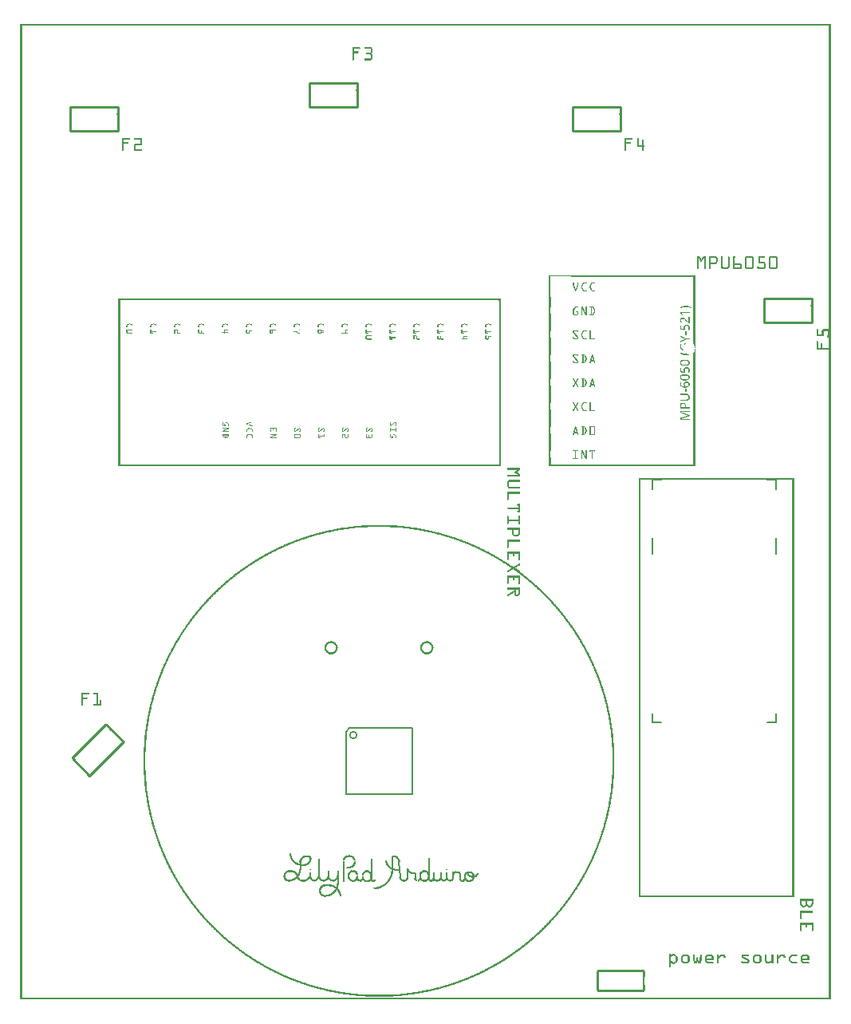
<source format=gto>
G04 MADE WITH FRITZING*
G04 WWW.FRITZING.ORG*
G04 DOUBLE SIDED*
G04 HOLES PLATED*
G04 CONTOUR ON CENTER OF CONTOUR VECTOR*
%ASAXBY*%
%FSLAX23Y23*%
%MOIN*%
%OFA0B0*%
%SFA1.0B1.0*%
%ADD10C,0.034283X0.0222834*%
%ADD11C,0.008000*%
%ADD12C,0.006000*%
%ADD13C,0.010000*%
%ADD14R,0.001000X0.001000*%
%LNSILK1*%
G90*
G70*
G54D10*
X1391Y1105D03*
G54D11*
X1351Y497D02*
X1351Y580D01*
D02*
X1398Y580D02*
X1398Y572D01*
D02*
X1378Y554D02*
X1366Y554D01*
D02*
X1396Y497D02*
X1388Y497D01*
D02*
X1388Y537D02*
X1392Y537D01*
D02*
X1408Y521D02*
X1408Y513D01*
D02*
X1431Y505D02*
X1431Y507D01*
D02*
X1431Y507D02*
X1431Y517D01*
D02*
X1467Y507D02*
X1467Y503D01*
D02*
X1467Y511D02*
X1467Y590D01*
D02*
X1671Y507D02*
X1671Y509D01*
D02*
X1671Y509D02*
X1671Y519D01*
D02*
X1707Y509D02*
X1707Y505D01*
D02*
X1707Y513D02*
X1707Y592D01*
D02*
X1874Y533D02*
X1878Y533D01*
D02*
X1894Y513D02*
X1894Y517D01*
D02*
X1874Y495D02*
X1878Y495D01*
D02*
X1894Y513D02*
X1892Y513D01*
D02*
X1910Y525D02*
X1910Y531D01*
D02*
X1845Y497D02*
X1851Y497D01*
D02*
X1839Y523D02*
X1839Y507D01*
D02*
X1821Y533D02*
X1827Y533D01*
D02*
X1809Y509D02*
X1809Y537D01*
D02*
X1809Y509D02*
X1809Y521D01*
D02*
X1782Y515D02*
X1782Y533D01*
D02*
X1782Y515D02*
X1782Y513D01*
D02*
X1782Y509D02*
X1782Y515D01*
D02*
X1758Y513D02*
X1758Y533D01*
D02*
X1727Y509D02*
X1727Y533D01*
D02*
X1642Y529D02*
X1650Y529D01*
D02*
X1618Y509D02*
X1618Y548D01*
D02*
X1583Y576D02*
X1587Y513D01*
D02*
X1555Y600D02*
X1559Y600D01*
D02*
X1555Y548D02*
X1555Y600D01*
D02*
X1650Y529D02*
X1650Y507D01*
D02*
X1211Y545D02*
X1211Y547D01*
D02*
X1782Y547D02*
X1782Y545D01*
D02*
X1179Y562D02*
X1185Y562D01*
D02*
X1197Y600D02*
X1201Y600D01*
D02*
X1170Y545D02*
X1170Y572D01*
D02*
X1211Y521D02*
X1211Y533D01*
D02*
X1211Y521D02*
X1211Y515D01*
D02*
X1248Y525D02*
X1248Y590D01*
D02*
X1248Y517D02*
X1248Y519D01*
D02*
X1288Y517D02*
X1288Y541D01*
D02*
X1327Y517D02*
X1327Y541D01*
D02*
X1327Y485D02*
X1327Y517D01*
D02*
X1276Y478D02*
X1284Y478D01*
D02*
X1272Y434D02*
X1276Y434D01*
G54D12*
D02*
X1637Y1135D02*
X1637Y859D01*
D02*
X1637Y859D02*
X1361Y859D01*
D02*
X1361Y859D02*
X1361Y1121D01*
D02*
X1375Y1135D02*
X1637Y1135D01*
D02*
X1375Y1135D02*
X1361Y1121D01*
G54D13*
D02*
X217Y1008D02*
X288Y937D01*
D02*
X288Y937D02*
X430Y1078D01*
D02*
X409Y3728D02*
X209Y3728D01*
D02*
X209Y3728D02*
X209Y3628D01*
D02*
X209Y3628D02*
X409Y3628D01*
D02*
X409Y3628D02*
X409Y3728D01*
D02*
X1409Y3828D02*
X1209Y3828D01*
D02*
X1209Y3828D02*
X1209Y3728D01*
D02*
X1209Y3728D02*
X1409Y3728D01*
D02*
X1409Y3728D02*
X1409Y3828D01*
D02*
X2509Y3728D02*
X2309Y3728D01*
D02*
X2309Y3728D02*
X2309Y3628D01*
D02*
X2309Y3628D02*
X2509Y3628D01*
D02*
X2509Y3628D02*
X2509Y3728D01*
D02*
X3309Y2928D02*
X3109Y2928D01*
D02*
X3109Y2928D02*
X3109Y2828D01*
D02*
X3109Y2828D02*
X3309Y2828D01*
D02*
X3309Y2828D02*
X3309Y2928D01*
G54D11*
D02*
X3159Y1862D02*
X3159Y1929D01*
D02*
X2640Y1862D02*
X2640Y1929D01*
D02*
X3159Y1158D02*
X3120Y1158D01*
D02*
X3159Y1158D02*
X3159Y1197D01*
D02*
X2640Y1158D02*
X2679Y1158D01*
D02*
X2640Y1158D02*
X2640Y1197D01*
D02*
X2640Y2173D02*
X2679Y2173D01*
D02*
X2640Y2173D02*
X2640Y2134D01*
D02*
X3159Y2173D02*
X3120Y2173D01*
D02*
X3159Y2173D02*
X3159Y2134D01*
G54D14*
X0Y4076D02*
X3387Y4076D01*
X0Y4075D02*
X3387Y4075D01*
X0Y4074D02*
X3387Y4074D01*
X0Y4073D02*
X3387Y4073D01*
X0Y4072D02*
X3387Y4072D01*
X0Y4071D02*
X3387Y4071D01*
X0Y4070D02*
X3387Y4070D01*
X0Y4069D02*
X3387Y4069D01*
X0Y4068D02*
X7Y4068D01*
X3380Y4068D02*
X3387Y4068D01*
X0Y4067D02*
X7Y4067D01*
X3380Y4067D02*
X3387Y4067D01*
X0Y4066D02*
X7Y4066D01*
X3380Y4066D02*
X3387Y4066D01*
X0Y4065D02*
X7Y4065D01*
X3380Y4065D02*
X3387Y4065D01*
X0Y4064D02*
X7Y4064D01*
X3380Y4064D02*
X3387Y4064D01*
X0Y4063D02*
X7Y4063D01*
X3380Y4063D02*
X3387Y4063D01*
X0Y4062D02*
X7Y4062D01*
X3380Y4062D02*
X3387Y4062D01*
X0Y4061D02*
X7Y4061D01*
X3380Y4061D02*
X3387Y4061D01*
X0Y4060D02*
X7Y4060D01*
X3380Y4060D02*
X3387Y4060D01*
X0Y4059D02*
X7Y4059D01*
X3380Y4059D02*
X3387Y4059D01*
X0Y4058D02*
X7Y4058D01*
X3380Y4058D02*
X3387Y4058D01*
X0Y4057D02*
X7Y4057D01*
X3380Y4057D02*
X3387Y4057D01*
X0Y4056D02*
X7Y4056D01*
X3380Y4056D02*
X3387Y4056D01*
X0Y4055D02*
X7Y4055D01*
X3380Y4055D02*
X3387Y4055D01*
X0Y4054D02*
X7Y4054D01*
X3380Y4054D02*
X3387Y4054D01*
X0Y4053D02*
X7Y4053D01*
X3380Y4053D02*
X3387Y4053D01*
X0Y4052D02*
X7Y4052D01*
X3380Y4052D02*
X3387Y4052D01*
X0Y4051D02*
X7Y4051D01*
X3380Y4051D02*
X3387Y4051D01*
X0Y4050D02*
X7Y4050D01*
X3380Y4050D02*
X3387Y4050D01*
X0Y4049D02*
X7Y4049D01*
X3380Y4049D02*
X3387Y4049D01*
X0Y4048D02*
X7Y4048D01*
X3380Y4048D02*
X3387Y4048D01*
X0Y4047D02*
X7Y4047D01*
X3380Y4047D02*
X3387Y4047D01*
X0Y4046D02*
X7Y4046D01*
X3380Y4046D02*
X3387Y4046D01*
X0Y4045D02*
X7Y4045D01*
X3380Y4045D02*
X3387Y4045D01*
X0Y4044D02*
X7Y4044D01*
X3380Y4044D02*
X3387Y4044D01*
X0Y4043D02*
X7Y4043D01*
X3380Y4043D02*
X3387Y4043D01*
X0Y4042D02*
X7Y4042D01*
X3380Y4042D02*
X3387Y4042D01*
X0Y4041D02*
X7Y4041D01*
X3380Y4041D02*
X3387Y4041D01*
X0Y4040D02*
X7Y4040D01*
X3380Y4040D02*
X3387Y4040D01*
X0Y4039D02*
X7Y4039D01*
X3380Y4039D02*
X3387Y4039D01*
X0Y4038D02*
X7Y4038D01*
X3380Y4038D02*
X3387Y4038D01*
X0Y4037D02*
X7Y4037D01*
X3380Y4037D02*
X3387Y4037D01*
X0Y4036D02*
X7Y4036D01*
X3380Y4036D02*
X3387Y4036D01*
X0Y4035D02*
X7Y4035D01*
X3380Y4035D02*
X3387Y4035D01*
X0Y4034D02*
X7Y4034D01*
X3380Y4034D02*
X3387Y4034D01*
X0Y4033D02*
X7Y4033D01*
X3380Y4033D02*
X3387Y4033D01*
X0Y4032D02*
X7Y4032D01*
X3380Y4032D02*
X3387Y4032D01*
X0Y4031D02*
X7Y4031D01*
X3380Y4031D02*
X3387Y4031D01*
X0Y4030D02*
X7Y4030D01*
X3380Y4030D02*
X3387Y4030D01*
X0Y4029D02*
X7Y4029D01*
X3380Y4029D02*
X3387Y4029D01*
X0Y4028D02*
X7Y4028D01*
X3380Y4028D02*
X3387Y4028D01*
X0Y4027D02*
X7Y4027D01*
X3380Y4027D02*
X3387Y4027D01*
X0Y4026D02*
X7Y4026D01*
X3380Y4026D02*
X3387Y4026D01*
X0Y4025D02*
X7Y4025D01*
X3380Y4025D02*
X3387Y4025D01*
X0Y4024D02*
X7Y4024D01*
X3380Y4024D02*
X3387Y4024D01*
X0Y4023D02*
X7Y4023D01*
X3380Y4023D02*
X3387Y4023D01*
X0Y4022D02*
X7Y4022D01*
X3380Y4022D02*
X3387Y4022D01*
X0Y4021D02*
X7Y4021D01*
X3380Y4021D02*
X3387Y4021D01*
X0Y4020D02*
X7Y4020D01*
X3380Y4020D02*
X3387Y4020D01*
X0Y4019D02*
X7Y4019D01*
X3380Y4019D02*
X3387Y4019D01*
X0Y4018D02*
X7Y4018D01*
X3380Y4018D02*
X3387Y4018D01*
X0Y4017D02*
X7Y4017D01*
X3380Y4017D02*
X3387Y4017D01*
X0Y4016D02*
X7Y4016D01*
X3380Y4016D02*
X3387Y4016D01*
X0Y4015D02*
X7Y4015D01*
X3380Y4015D02*
X3387Y4015D01*
X0Y4014D02*
X7Y4014D01*
X3380Y4014D02*
X3387Y4014D01*
X0Y4013D02*
X7Y4013D01*
X3380Y4013D02*
X3387Y4013D01*
X0Y4012D02*
X7Y4012D01*
X3380Y4012D02*
X3387Y4012D01*
X0Y4011D02*
X7Y4011D01*
X3380Y4011D02*
X3387Y4011D01*
X0Y4010D02*
X7Y4010D01*
X3380Y4010D02*
X3387Y4010D01*
X0Y4009D02*
X7Y4009D01*
X3380Y4009D02*
X3387Y4009D01*
X0Y4008D02*
X7Y4008D01*
X3380Y4008D02*
X3387Y4008D01*
X0Y4007D02*
X7Y4007D01*
X3380Y4007D02*
X3387Y4007D01*
X0Y4006D02*
X7Y4006D01*
X3380Y4006D02*
X3387Y4006D01*
X0Y4005D02*
X7Y4005D01*
X3380Y4005D02*
X3387Y4005D01*
X0Y4004D02*
X7Y4004D01*
X3380Y4004D02*
X3387Y4004D01*
X0Y4003D02*
X7Y4003D01*
X3380Y4003D02*
X3387Y4003D01*
X0Y4002D02*
X7Y4002D01*
X3380Y4002D02*
X3387Y4002D01*
X0Y4001D02*
X7Y4001D01*
X3380Y4001D02*
X3387Y4001D01*
X0Y4000D02*
X7Y4000D01*
X3380Y4000D02*
X3387Y4000D01*
X0Y3999D02*
X7Y3999D01*
X3380Y3999D02*
X3387Y3999D01*
X0Y3998D02*
X7Y3998D01*
X3380Y3998D02*
X3387Y3998D01*
X0Y3997D02*
X7Y3997D01*
X3380Y3997D02*
X3387Y3997D01*
X0Y3996D02*
X7Y3996D01*
X3380Y3996D02*
X3387Y3996D01*
X0Y3995D02*
X7Y3995D01*
X3380Y3995D02*
X3387Y3995D01*
X0Y3994D02*
X7Y3994D01*
X3380Y3994D02*
X3387Y3994D01*
X0Y3993D02*
X7Y3993D01*
X3380Y3993D02*
X3387Y3993D01*
X0Y3992D02*
X7Y3992D01*
X3380Y3992D02*
X3387Y3992D01*
X0Y3991D02*
X7Y3991D01*
X3380Y3991D02*
X3387Y3991D01*
X0Y3990D02*
X7Y3990D01*
X3380Y3990D02*
X3387Y3990D01*
X0Y3989D02*
X7Y3989D01*
X3380Y3989D02*
X3387Y3989D01*
X0Y3988D02*
X7Y3988D01*
X3380Y3988D02*
X3387Y3988D01*
X0Y3987D02*
X7Y3987D01*
X3380Y3987D02*
X3387Y3987D01*
X0Y3986D02*
X7Y3986D01*
X3380Y3986D02*
X3387Y3986D01*
X0Y3985D02*
X7Y3985D01*
X3380Y3985D02*
X3387Y3985D01*
X0Y3984D02*
X7Y3984D01*
X3380Y3984D02*
X3387Y3984D01*
X0Y3983D02*
X7Y3983D01*
X3380Y3983D02*
X3387Y3983D01*
X0Y3982D02*
X7Y3982D01*
X3380Y3982D02*
X3387Y3982D01*
X0Y3981D02*
X7Y3981D01*
X3380Y3981D02*
X3387Y3981D01*
X0Y3980D02*
X7Y3980D01*
X3380Y3980D02*
X3387Y3980D01*
X0Y3979D02*
X7Y3979D01*
X3380Y3979D02*
X3387Y3979D01*
X0Y3978D02*
X7Y3978D01*
X1387Y3978D02*
X1419Y3978D01*
X1438Y3978D02*
X1466Y3978D01*
X3380Y3978D02*
X3387Y3978D01*
X0Y3977D02*
X7Y3977D01*
X1387Y3977D02*
X1420Y3977D01*
X1437Y3977D02*
X1468Y3977D01*
X3380Y3977D02*
X3387Y3977D01*
X0Y3976D02*
X7Y3976D01*
X1387Y3976D02*
X1420Y3976D01*
X1437Y3976D02*
X1469Y3976D01*
X3380Y3976D02*
X3387Y3976D01*
X0Y3975D02*
X7Y3975D01*
X1387Y3975D02*
X1420Y3975D01*
X1437Y3975D02*
X1469Y3975D01*
X3380Y3975D02*
X3387Y3975D01*
X0Y3974D02*
X7Y3974D01*
X1387Y3974D02*
X1420Y3974D01*
X1437Y3974D02*
X1470Y3974D01*
X3380Y3974D02*
X3387Y3974D01*
X0Y3973D02*
X7Y3973D01*
X1387Y3973D02*
X1419Y3973D01*
X1438Y3973D02*
X1470Y3973D01*
X3380Y3973D02*
X3387Y3973D01*
X0Y3972D02*
X7Y3972D01*
X1387Y3972D02*
X1418Y3972D01*
X1439Y3972D02*
X1470Y3972D01*
X3380Y3972D02*
X3387Y3972D01*
X0Y3971D02*
X7Y3971D01*
X1387Y3971D02*
X1393Y3971D01*
X1464Y3971D02*
X1470Y3971D01*
X3380Y3971D02*
X3387Y3971D01*
X0Y3970D02*
X7Y3970D01*
X1387Y3970D02*
X1393Y3970D01*
X1464Y3970D02*
X1470Y3970D01*
X3380Y3970D02*
X3387Y3970D01*
X0Y3969D02*
X7Y3969D01*
X1387Y3969D02*
X1393Y3969D01*
X1464Y3969D02*
X1470Y3969D01*
X3380Y3969D02*
X3387Y3969D01*
X0Y3968D02*
X7Y3968D01*
X1387Y3968D02*
X1393Y3968D01*
X1464Y3968D02*
X1470Y3968D01*
X3380Y3968D02*
X3387Y3968D01*
X0Y3967D02*
X7Y3967D01*
X1387Y3967D02*
X1393Y3967D01*
X1464Y3967D02*
X1470Y3967D01*
X3380Y3967D02*
X3387Y3967D01*
X0Y3966D02*
X7Y3966D01*
X1387Y3966D02*
X1393Y3966D01*
X1464Y3966D02*
X1470Y3966D01*
X3380Y3966D02*
X3387Y3966D01*
X0Y3965D02*
X7Y3965D01*
X1387Y3965D02*
X1393Y3965D01*
X1464Y3965D02*
X1470Y3965D01*
X3380Y3965D02*
X3387Y3965D01*
X0Y3964D02*
X7Y3964D01*
X1387Y3964D02*
X1393Y3964D01*
X1464Y3964D02*
X1470Y3964D01*
X3380Y3964D02*
X3387Y3964D01*
X0Y3963D02*
X7Y3963D01*
X1387Y3963D02*
X1393Y3963D01*
X1464Y3963D02*
X1470Y3963D01*
X3380Y3963D02*
X3387Y3963D01*
X0Y3962D02*
X7Y3962D01*
X1387Y3962D02*
X1393Y3962D01*
X1464Y3962D02*
X1470Y3962D01*
X3380Y3962D02*
X3387Y3962D01*
X0Y3961D02*
X7Y3961D01*
X1387Y3961D02*
X1410Y3961D01*
X1464Y3961D02*
X1470Y3961D01*
X3380Y3961D02*
X3387Y3961D01*
X0Y3960D02*
X7Y3960D01*
X1387Y3960D02*
X1412Y3960D01*
X1464Y3960D02*
X1470Y3960D01*
X3380Y3960D02*
X3387Y3960D01*
X0Y3959D02*
X7Y3959D01*
X1387Y3959D02*
X1413Y3959D01*
X1464Y3959D02*
X1470Y3959D01*
X3380Y3959D02*
X3387Y3959D01*
X0Y3958D02*
X7Y3958D01*
X1387Y3958D02*
X1413Y3958D01*
X1464Y3958D02*
X1470Y3958D01*
X3380Y3958D02*
X3387Y3958D01*
X0Y3957D02*
X7Y3957D01*
X1387Y3957D02*
X1413Y3957D01*
X1464Y3957D02*
X1470Y3957D01*
X3380Y3957D02*
X3387Y3957D01*
X0Y3956D02*
X7Y3956D01*
X1387Y3956D02*
X1413Y3956D01*
X1463Y3956D02*
X1470Y3956D01*
X3380Y3956D02*
X3387Y3956D01*
X0Y3955D02*
X7Y3955D01*
X1387Y3955D02*
X1412Y3955D01*
X1446Y3955D02*
X1469Y3955D01*
X3380Y3955D02*
X3387Y3955D01*
X0Y3954D02*
X7Y3954D01*
X1387Y3954D02*
X1393Y3954D01*
X1444Y3954D02*
X1469Y3954D01*
X3380Y3954D02*
X3387Y3954D01*
X0Y3953D02*
X7Y3953D01*
X1387Y3953D02*
X1393Y3953D01*
X1444Y3953D02*
X1468Y3953D01*
X3380Y3953D02*
X3387Y3953D01*
X0Y3952D02*
X7Y3952D01*
X1387Y3952D02*
X1393Y3952D01*
X1444Y3952D02*
X1468Y3952D01*
X3380Y3952D02*
X3387Y3952D01*
X0Y3951D02*
X7Y3951D01*
X1387Y3951D02*
X1393Y3951D01*
X1444Y3951D02*
X1468Y3951D01*
X3380Y3951D02*
X3387Y3951D01*
X0Y3950D02*
X7Y3950D01*
X1387Y3950D02*
X1393Y3950D01*
X1444Y3950D02*
X1469Y3950D01*
X3380Y3950D02*
X3387Y3950D01*
X0Y3949D02*
X7Y3949D01*
X1387Y3949D02*
X1393Y3949D01*
X1445Y3949D02*
X1469Y3949D01*
X3380Y3949D02*
X3387Y3949D01*
X0Y3948D02*
X7Y3948D01*
X1387Y3948D02*
X1393Y3948D01*
X1462Y3948D02*
X1470Y3948D01*
X3380Y3948D02*
X3387Y3948D01*
X0Y3947D02*
X7Y3947D01*
X1387Y3947D02*
X1393Y3947D01*
X1463Y3947D02*
X1470Y3947D01*
X3380Y3947D02*
X3387Y3947D01*
X0Y3946D02*
X7Y3946D01*
X1387Y3946D02*
X1393Y3946D01*
X1464Y3946D02*
X1470Y3946D01*
X3380Y3946D02*
X3387Y3946D01*
X0Y3945D02*
X7Y3945D01*
X1387Y3945D02*
X1393Y3945D01*
X1464Y3945D02*
X1470Y3945D01*
X3380Y3945D02*
X3387Y3945D01*
X0Y3944D02*
X7Y3944D01*
X1387Y3944D02*
X1393Y3944D01*
X1464Y3944D02*
X1470Y3944D01*
X3380Y3944D02*
X3387Y3944D01*
X0Y3943D02*
X7Y3943D01*
X1387Y3943D02*
X1393Y3943D01*
X1464Y3943D02*
X1470Y3943D01*
X3380Y3943D02*
X3387Y3943D01*
X0Y3942D02*
X7Y3942D01*
X1387Y3942D02*
X1393Y3942D01*
X1464Y3942D02*
X1470Y3942D01*
X3380Y3942D02*
X3387Y3942D01*
X0Y3941D02*
X7Y3941D01*
X1387Y3941D02*
X1393Y3941D01*
X1464Y3941D02*
X1470Y3941D01*
X3380Y3941D02*
X3387Y3941D01*
X0Y3940D02*
X7Y3940D01*
X1387Y3940D02*
X1393Y3940D01*
X1464Y3940D02*
X1470Y3940D01*
X3380Y3940D02*
X3387Y3940D01*
X0Y3939D02*
X7Y3939D01*
X1387Y3939D02*
X1393Y3939D01*
X1464Y3939D02*
X1470Y3939D01*
X3380Y3939D02*
X3387Y3939D01*
X0Y3938D02*
X7Y3938D01*
X1387Y3938D02*
X1393Y3938D01*
X1464Y3938D02*
X1470Y3938D01*
X3380Y3938D02*
X3387Y3938D01*
X0Y3937D02*
X7Y3937D01*
X1387Y3937D02*
X1393Y3937D01*
X1464Y3937D02*
X1470Y3937D01*
X3380Y3937D02*
X3387Y3937D01*
X0Y3936D02*
X7Y3936D01*
X1387Y3936D02*
X1393Y3936D01*
X1464Y3936D02*
X1470Y3936D01*
X3380Y3936D02*
X3387Y3936D01*
X0Y3935D02*
X7Y3935D01*
X1387Y3935D02*
X1393Y3935D01*
X1464Y3935D02*
X1470Y3935D01*
X3380Y3935D02*
X3387Y3935D01*
X0Y3934D02*
X7Y3934D01*
X1387Y3934D02*
X1393Y3934D01*
X1464Y3934D02*
X1470Y3934D01*
X3380Y3934D02*
X3387Y3934D01*
X0Y3933D02*
X7Y3933D01*
X1387Y3933D02*
X1393Y3933D01*
X1464Y3933D02*
X1470Y3933D01*
X3380Y3933D02*
X3387Y3933D01*
X0Y3932D02*
X7Y3932D01*
X1387Y3932D02*
X1393Y3932D01*
X1464Y3932D02*
X1470Y3932D01*
X3380Y3932D02*
X3387Y3932D01*
X0Y3931D02*
X7Y3931D01*
X1387Y3931D02*
X1393Y3931D01*
X1438Y3931D02*
X1470Y3931D01*
X3380Y3931D02*
X3387Y3931D01*
X0Y3930D02*
X7Y3930D01*
X1387Y3930D02*
X1393Y3930D01*
X1437Y3930D02*
X1470Y3930D01*
X3380Y3930D02*
X3387Y3930D01*
X0Y3929D02*
X7Y3929D01*
X1387Y3929D02*
X1393Y3929D01*
X1437Y3929D02*
X1470Y3929D01*
X3380Y3929D02*
X3387Y3929D01*
X0Y3928D02*
X7Y3928D01*
X1387Y3928D02*
X1393Y3928D01*
X1437Y3928D02*
X1469Y3928D01*
X3380Y3928D02*
X3387Y3928D01*
X0Y3927D02*
X7Y3927D01*
X1387Y3927D02*
X1392Y3927D01*
X1437Y3927D02*
X1468Y3927D01*
X3380Y3927D02*
X3387Y3927D01*
X0Y3926D02*
X7Y3926D01*
X1387Y3926D02*
X1392Y3926D01*
X1437Y3926D02*
X1467Y3926D01*
X3380Y3926D02*
X3387Y3926D01*
X0Y3925D02*
X7Y3925D01*
X1389Y3925D02*
X1391Y3925D01*
X1439Y3925D02*
X1465Y3925D01*
X3380Y3925D02*
X3387Y3925D01*
X0Y3924D02*
X7Y3924D01*
X3380Y3924D02*
X3387Y3924D01*
X0Y3923D02*
X7Y3923D01*
X3380Y3923D02*
X3387Y3923D01*
X0Y3922D02*
X7Y3922D01*
X3380Y3922D02*
X3387Y3922D01*
X0Y3921D02*
X7Y3921D01*
X3380Y3921D02*
X3387Y3921D01*
X0Y3920D02*
X7Y3920D01*
X3380Y3920D02*
X3387Y3920D01*
X0Y3919D02*
X7Y3919D01*
X3380Y3919D02*
X3387Y3919D01*
X0Y3918D02*
X7Y3918D01*
X3380Y3918D02*
X3387Y3918D01*
X0Y3917D02*
X7Y3917D01*
X3380Y3917D02*
X3387Y3917D01*
X0Y3916D02*
X7Y3916D01*
X3380Y3916D02*
X3387Y3916D01*
X0Y3915D02*
X7Y3915D01*
X3380Y3915D02*
X3387Y3915D01*
X0Y3914D02*
X7Y3914D01*
X3380Y3914D02*
X3387Y3914D01*
X0Y3913D02*
X7Y3913D01*
X3380Y3913D02*
X3387Y3913D01*
X0Y3912D02*
X7Y3912D01*
X3380Y3912D02*
X3387Y3912D01*
X0Y3911D02*
X7Y3911D01*
X3380Y3911D02*
X3387Y3911D01*
X0Y3910D02*
X7Y3910D01*
X3380Y3910D02*
X3387Y3910D01*
X0Y3909D02*
X7Y3909D01*
X3380Y3909D02*
X3387Y3909D01*
X0Y3908D02*
X7Y3908D01*
X3380Y3908D02*
X3387Y3908D01*
X0Y3907D02*
X7Y3907D01*
X3380Y3907D02*
X3387Y3907D01*
X0Y3906D02*
X7Y3906D01*
X3380Y3906D02*
X3387Y3906D01*
X0Y3905D02*
X7Y3905D01*
X3380Y3905D02*
X3387Y3905D01*
X0Y3904D02*
X7Y3904D01*
X3380Y3904D02*
X3387Y3904D01*
X0Y3903D02*
X7Y3903D01*
X3380Y3903D02*
X3387Y3903D01*
X0Y3902D02*
X7Y3902D01*
X3380Y3902D02*
X3387Y3902D01*
X0Y3901D02*
X7Y3901D01*
X3380Y3901D02*
X3387Y3901D01*
X0Y3900D02*
X7Y3900D01*
X3380Y3900D02*
X3387Y3900D01*
X0Y3899D02*
X7Y3899D01*
X3380Y3899D02*
X3387Y3899D01*
X0Y3898D02*
X7Y3898D01*
X3380Y3898D02*
X3387Y3898D01*
X0Y3897D02*
X7Y3897D01*
X3380Y3897D02*
X3387Y3897D01*
X0Y3896D02*
X7Y3896D01*
X3380Y3896D02*
X3387Y3896D01*
X0Y3895D02*
X7Y3895D01*
X3380Y3895D02*
X3387Y3895D01*
X0Y3894D02*
X7Y3894D01*
X3380Y3894D02*
X3387Y3894D01*
X0Y3893D02*
X7Y3893D01*
X3380Y3893D02*
X3387Y3893D01*
X0Y3892D02*
X7Y3892D01*
X3380Y3892D02*
X3387Y3892D01*
X0Y3891D02*
X7Y3891D01*
X3380Y3891D02*
X3387Y3891D01*
X0Y3890D02*
X7Y3890D01*
X3380Y3890D02*
X3387Y3890D01*
X0Y3889D02*
X7Y3889D01*
X3380Y3889D02*
X3387Y3889D01*
X0Y3888D02*
X7Y3888D01*
X3380Y3888D02*
X3387Y3888D01*
X0Y3887D02*
X7Y3887D01*
X3380Y3887D02*
X3387Y3887D01*
X0Y3886D02*
X7Y3886D01*
X3380Y3886D02*
X3387Y3886D01*
X0Y3885D02*
X7Y3885D01*
X3380Y3885D02*
X3387Y3885D01*
X0Y3884D02*
X7Y3884D01*
X3380Y3884D02*
X3387Y3884D01*
X0Y3883D02*
X7Y3883D01*
X3380Y3883D02*
X3387Y3883D01*
X0Y3882D02*
X7Y3882D01*
X3380Y3882D02*
X3387Y3882D01*
X0Y3881D02*
X7Y3881D01*
X3380Y3881D02*
X3387Y3881D01*
X0Y3880D02*
X7Y3880D01*
X3380Y3880D02*
X3387Y3880D01*
X0Y3879D02*
X7Y3879D01*
X3380Y3879D02*
X3387Y3879D01*
X0Y3878D02*
X7Y3878D01*
X3380Y3878D02*
X3387Y3878D01*
X0Y3877D02*
X7Y3877D01*
X3380Y3877D02*
X3387Y3877D01*
X0Y3876D02*
X7Y3876D01*
X3380Y3876D02*
X3387Y3876D01*
X0Y3875D02*
X7Y3875D01*
X3380Y3875D02*
X3387Y3875D01*
X0Y3874D02*
X7Y3874D01*
X3380Y3874D02*
X3387Y3874D01*
X0Y3873D02*
X7Y3873D01*
X3380Y3873D02*
X3387Y3873D01*
X0Y3872D02*
X7Y3872D01*
X3380Y3872D02*
X3387Y3872D01*
X0Y3871D02*
X7Y3871D01*
X3380Y3871D02*
X3387Y3871D01*
X0Y3870D02*
X7Y3870D01*
X3380Y3870D02*
X3387Y3870D01*
X0Y3869D02*
X7Y3869D01*
X3380Y3869D02*
X3387Y3869D01*
X0Y3868D02*
X7Y3868D01*
X3380Y3868D02*
X3387Y3868D01*
X0Y3867D02*
X7Y3867D01*
X3380Y3867D02*
X3387Y3867D01*
X0Y3866D02*
X7Y3866D01*
X3380Y3866D02*
X3387Y3866D01*
X0Y3865D02*
X7Y3865D01*
X3380Y3865D02*
X3387Y3865D01*
X0Y3864D02*
X7Y3864D01*
X3380Y3864D02*
X3387Y3864D01*
X0Y3863D02*
X7Y3863D01*
X3380Y3863D02*
X3387Y3863D01*
X0Y3862D02*
X7Y3862D01*
X3380Y3862D02*
X3387Y3862D01*
X0Y3861D02*
X7Y3861D01*
X3380Y3861D02*
X3387Y3861D01*
X0Y3860D02*
X7Y3860D01*
X3380Y3860D02*
X3387Y3860D01*
X0Y3859D02*
X7Y3859D01*
X3380Y3859D02*
X3387Y3859D01*
X0Y3858D02*
X7Y3858D01*
X3380Y3858D02*
X3387Y3858D01*
X0Y3857D02*
X7Y3857D01*
X3380Y3857D02*
X3387Y3857D01*
X0Y3856D02*
X7Y3856D01*
X3380Y3856D02*
X3387Y3856D01*
X0Y3855D02*
X7Y3855D01*
X3380Y3855D02*
X3387Y3855D01*
X0Y3854D02*
X7Y3854D01*
X3380Y3854D02*
X3387Y3854D01*
X0Y3853D02*
X7Y3853D01*
X3380Y3853D02*
X3387Y3853D01*
X0Y3852D02*
X7Y3852D01*
X3380Y3852D02*
X3387Y3852D01*
X0Y3851D02*
X7Y3851D01*
X3380Y3851D02*
X3387Y3851D01*
X0Y3850D02*
X7Y3850D01*
X3380Y3850D02*
X3387Y3850D01*
X0Y3849D02*
X7Y3849D01*
X3380Y3849D02*
X3387Y3849D01*
X0Y3848D02*
X7Y3848D01*
X3380Y3848D02*
X3387Y3848D01*
X0Y3847D02*
X7Y3847D01*
X3380Y3847D02*
X3387Y3847D01*
X0Y3846D02*
X7Y3846D01*
X3380Y3846D02*
X3387Y3846D01*
X0Y3845D02*
X7Y3845D01*
X3380Y3845D02*
X3387Y3845D01*
X0Y3844D02*
X7Y3844D01*
X3380Y3844D02*
X3387Y3844D01*
X0Y3843D02*
X7Y3843D01*
X3380Y3843D02*
X3387Y3843D01*
X0Y3842D02*
X7Y3842D01*
X3380Y3842D02*
X3387Y3842D01*
X0Y3841D02*
X7Y3841D01*
X3380Y3841D02*
X3387Y3841D01*
X0Y3840D02*
X7Y3840D01*
X3380Y3840D02*
X3387Y3840D01*
X0Y3839D02*
X7Y3839D01*
X3380Y3839D02*
X3387Y3839D01*
X0Y3838D02*
X7Y3838D01*
X3380Y3838D02*
X3387Y3838D01*
X0Y3837D02*
X7Y3837D01*
X3380Y3837D02*
X3387Y3837D01*
X0Y3836D02*
X7Y3836D01*
X3380Y3836D02*
X3387Y3836D01*
X0Y3835D02*
X7Y3835D01*
X3380Y3835D02*
X3387Y3835D01*
X0Y3834D02*
X7Y3834D01*
X3380Y3834D02*
X3387Y3834D01*
X0Y3833D02*
X7Y3833D01*
X3380Y3833D02*
X3387Y3833D01*
X0Y3832D02*
X7Y3832D01*
X3380Y3832D02*
X3387Y3832D01*
X0Y3831D02*
X7Y3831D01*
X3380Y3831D02*
X3387Y3831D01*
X0Y3830D02*
X7Y3830D01*
X1375Y3830D02*
X1375Y3830D01*
X3380Y3830D02*
X3387Y3830D01*
X0Y3829D02*
X7Y3829D01*
X1374Y3829D02*
X1376Y3829D01*
X3380Y3829D02*
X3387Y3829D01*
X0Y3828D02*
X7Y3828D01*
X1373Y3828D02*
X1377Y3828D01*
X3380Y3828D02*
X3387Y3828D01*
X0Y3827D02*
X7Y3827D01*
X1372Y3827D02*
X1378Y3827D01*
X3380Y3827D02*
X3387Y3827D01*
X0Y3826D02*
X7Y3826D01*
X1373Y3826D02*
X1379Y3826D01*
X3380Y3826D02*
X3387Y3826D01*
X0Y3825D02*
X7Y3825D01*
X1374Y3825D02*
X1380Y3825D01*
X3380Y3825D02*
X3387Y3825D01*
X0Y3824D02*
X7Y3824D01*
X1375Y3824D02*
X1381Y3824D01*
X3380Y3824D02*
X3387Y3824D01*
X0Y3823D02*
X7Y3823D01*
X1376Y3823D02*
X1382Y3823D01*
X3380Y3823D02*
X3387Y3823D01*
X0Y3822D02*
X7Y3822D01*
X3380Y3822D02*
X3387Y3822D01*
X0Y3821D02*
X7Y3821D01*
X3380Y3821D02*
X3387Y3821D01*
X0Y3820D02*
X7Y3820D01*
X3380Y3820D02*
X3387Y3820D01*
X0Y3819D02*
X7Y3819D01*
X3380Y3819D02*
X3387Y3819D01*
X0Y3818D02*
X7Y3818D01*
X3380Y3818D02*
X3387Y3818D01*
X0Y3817D02*
X7Y3817D01*
X3380Y3817D02*
X3387Y3817D01*
X0Y3816D02*
X7Y3816D01*
X3380Y3816D02*
X3387Y3816D01*
X0Y3815D02*
X7Y3815D01*
X3380Y3815D02*
X3387Y3815D01*
X0Y3814D02*
X7Y3814D01*
X3380Y3814D02*
X3387Y3814D01*
X0Y3813D02*
X7Y3813D01*
X3380Y3813D02*
X3387Y3813D01*
X0Y3812D02*
X7Y3812D01*
X3380Y3812D02*
X3387Y3812D01*
X0Y3811D02*
X7Y3811D01*
X3380Y3811D02*
X3387Y3811D01*
X0Y3810D02*
X7Y3810D01*
X3380Y3810D02*
X3387Y3810D01*
X0Y3809D02*
X7Y3809D01*
X3380Y3809D02*
X3387Y3809D01*
X0Y3808D02*
X7Y3808D01*
X3380Y3808D02*
X3387Y3808D01*
X0Y3807D02*
X7Y3807D01*
X3380Y3807D02*
X3387Y3807D01*
X0Y3806D02*
X7Y3806D01*
X3380Y3806D02*
X3387Y3806D01*
X0Y3805D02*
X7Y3805D01*
X3380Y3805D02*
X3387Y3805D01*
X0Y3804D02*
X7Y3804D01*
X3380Y3804D02*
X3387Y3804D01*
X0Y3803D02*
X7Y3803D01*
X3380Y3803D02*
X3387Y3803D01*
X0Y3802D02*
X7Y3802D01*
X1403Y3802D02*
X1403Y3802D01*
X3380Y3802D02*
X3387Y3802D01*
X0Y3801D02*
X7Y3801D01*
X1403Y3801D02*
X1404Y3801D01*
X3380Y3801D02*
X3387Y3801D01*
X0Y3800D02*
X7Y3800D01*
X1403Y3800D02*
X1405Y3800D01*
X3380Y3800D02*
X3387Y3800D01*
X0Y3799D02*
X7Y3799D01*
X1403Y3799D02*
X1406Y3799D01*
X3380Y3799D02*
X3387Y3799D01*
X0Y3798D02*
X7Y3798D01*
X1403Y3798D02*
X1407Y3798D01*
X3380Y3798D02*
X3387Y3798D01*
X0Y3797D02*
X7Y3797D01*
X1403Y3797D02*
X1408Y3797D01*
X3380Y3797D02*
X3387Y3797D01*
X0Y3796D02*
X7Y3796D01*
X1403Y3796D02*
X1409Y3796D01*
X3380Y3796D02*
X3387Y3796D01*
X0Y3795D02*
X7Y3795D01*
X1404Y3795D02*
X1409Y3795D01*
X3380Y3795D02*
X3387Y3795D01*
X0Y3794D02*
X7Y3794D01*
X1405Y3794D02*
X1408Y3794D01*
X3380Y3794D02*
X3387Y3794D01*
X0Y3793D02*
X7Y3793D01*
X1406Y3793D02*
X1407Y3793D01*
X3380Y3793D02*
X3387Y3793D01*
X0Y3792D02*
X7Y3792D01*
X3380Y3792D02*
X3387Y3792D01*
X0Y3791D02*
X7Y3791D01*
X3380Y3791D02*
X3387Y3791D01*
X0Y3790D02*
X7Y3790D01*
X3380Y3790D02*
X3387Y3790D01*
X0Y3789D02*
X7Y3789D01*
X3380Y3789D02*
X3387Y3789D01*
X0Y3788D02*
X7Y3788D01*
X3380Y3788D02*
X3387Y3788D01*
X0Y3787D02*
X7Y3787D01*
X3380Y3787D02*
X3387Y3787D01*
X0Y3786D02*
X7Y3786D01*
X3380Y3786D02*
X3387Y3786D01*
X0Y3785D02*
X7Y3785D01*
X3380Y3785D02*
X3387Y3785D01*
X0Y3784D02*
X7Y3784D01*
X3380Y3784D02*
X3387Y3784D01*
X0Y3783D02*
X7Y3783D01*
X3380Y3783D02*
X3387Y3783D01*
X0Y3782D02*
X7Y3782D01*
X3380Y3782D02*
X3387Y3782D01*
X0Y3781D02*
X7Y3781D01*
X3380Y3781D02*
X3387Y3781D01*
X0Y3780D02*
X7Y3780D01*
X3380Y3780D02*
X3387Y3780D01*
X0Y3779D02*
X7Y3779D01*
X3380Y3779D02*
X3387Y3779D01*
X0Y3778D02*
X7Y3778D01*
X3380Y3778D02*
X3387Y3778D01*
X0Y3777D02*
X7Y3777D01*
X3380Y3777D02*
X3387Y3777D01*
X0Y3776D02*
X7Y3776D01*
X3380Y3776D02*
X3387Y3776D01*
X0Y3775D02*
X7Y3775D01*
X3380Y3775D02*
X3387Y3775D01*
X0Y3774D02*
X7Y3774D01*
X3380Y3774D02*
X3387Y3774D01*
X0Y3773D02*
X7Y3773D01*
X3380Y3773D02*
X3387Y3773D01*
X0Y3772D02*
X7Y3772D01*
X3380Y3772D02*
X3387Y3772D01*
X0Y3771D02*
X7Y3771D01*
X3380Y3771D02*
X3387Y3771D01*
X0Y3770D02*
X7Y3770D01*
X3380Y3770D02*
X3387Y3770D01*
X0Y3769D02*
X7Y3769D01*
X3380Y3769D02*
X3387Y3769D01*
X0Y3768D02*
X7Y3768D01*
X3380Y3768D02*
X3387Y3768D01*
X0Y3767D02*
X7Y3767D01*
X3380Y3767D02*
X3387Y3767D01*
X0Y3766D02*
X7Y3766D01*
X3380Y3766D02*
X3387Y3766D01*
X0Y3765D02*
X7Y3765D01*
X3380Y3765D02*
X3387Y3765D01*
X0Y3764D02*
X7Y3764D01*
X3380Y3764D02*
X3387Y3764D01*
X0Y3763D02*
X7Y3763D01*
X3380Y3763D02*
X3387Y3763D01*
X0Y3762D02*
X7Y3762D01*
X3380Y3762D02*
X3387Y3762D01*
X0Y3761D02*
X7Y3761D01*
X3380Y3761D02*
X3387Y3761D01*
X0Y3760D02*
X7Y3760D01*
X3380Y3760D02*
X3387Y3760D01*
X0Y3759D02*
X7Y3759D01*
X3380Y3759D02*
X3387Y3759D01*
X0Y3758D02*
X7Y3758D01*
X3380Y3758D02*
X3387Y3758D01*
X0Y3757D02*
X7Y3757D01*
X3380Y3757D02*
X3387Y3757D01*
X0Y3756D02*
X7Y3756D01*
X3380Y3756D02*
X3387Y3756D01*
X0Y3755D02*
X7Y3755D01*
X3380Y3755D02*
X3387Y3755D01*
X0Y3754D02*
X7Y3754D01*
X3380Y3754D02*
X3387Y3754D01*
X0Y3753D02*
X7Y3753D01*
X3380Y3753D02*
X3387Y3753D01*
X0Y3752D02*
X7Y3752D01*
X3380Y3752D02*
X3387Y3752D01*
X0Y3751D02*
X7Y3751D01*
X3380Y3751D02*
X3387Y3751D01*
X0Y3750D02*
X7Y3750D01*
X3380Y3750D02*
X3387Y3750D01*
X0Y3749D02*
X7Y3749D01*
X3380Y3749D02*
X3387Y3749D01*
X0Y3748D02*
X7Y3748D01*
X3380Y3748D02*
X3387Y3748D01*
X0Y3747D02*
X7Y3747D01*
X3380Y3747D02*
X3387Y3747D01*
X0Y3746D02*
X7Y3746D01*
X3380Y3746D02*
X3387Y3746D01*
X0Y3745D02*
X7Y3745D01*
X3380Y3745D02*
X3387Y3745D01*
X0Y3744D02*
X7Y3744D01*
X3380Y3744D02*
X3387Y3744D01*
X0Y3743D02*
X7Y3743D01*
X3380Y3743D02*
X3387Y3743D01*
X0Y3742D02*
X7Y3742D01*
X3380Y3742D02*
X3387Y3742D01*
X0Y3741D02*
X7Y3741D01*
X3380Y3741D02*
X3387Y3741D01*
X0Y3740D02*
X7Y3740D01*
X3380Y3740D02*
X3387Y3740D01*
X0Y3739D02*
X7Y3739D01*
X3380Y3739D02*
X3387Y3739D01*
X0Y3738D02*
X7Y3738D01*
X3380Y3738D02*
X3387Y3738D01*
X0Y3737D02*
X7Y3737D01*
X3380Y3737D02*
X3387Y3737D01*
X0Y3736D02*
X7Y3736D01*
X3380Y3736D02*
X3387Y3736D01*
X0Y3735D02*
X7Y3735D01*
X3380Y3735D02*
X3387Y3735D01*
X0Y3734D02*
X7Y3734D01*
X3380Y3734D02*
X3387Y3734D01*
X0Y3733D02*
X7Y3733D01*
X3380Y3733D02*
X3387Y3733D01*
X0Y3732D02*
X7Y3732D01*
X3380Y3732D02*
X3387Y3732D01*
X0Y3731D02*
X7Y3731D01*
X3380Y3731D02*
X3387Y3731D01*
X0Y3730D02*
X7Y3730D01*
X375Y3730D02*
X375Y3730D01*
X2475Y3730D02*
X2475Y3730D01*
X3380Y3730D02*
X3387Y3730D01*
X0Y3729D02*
X7Y3729D01*
X374Y3729D02*
X376Y3729D01*
X2474Y3729D02*
X2476Y3729D01*
X3380Y3729D02*
X3387Y3729D01*
X0Y3728D02*
X7Y3728D01*
X373Y3728D02*
X377Y3728D01*
X2473Y3728D02*
X2477Y3728D01*
X3380Y3728D02*
X3387Y3728D01*
X0Y3727D02*
X7Y3727D01*
X372Y3727D02*
X378Y3727D01*
X2472Y3727D02*
X2478Y3727D01*
X3380Y3727D02*
X3387Y3727D01*
X0Y3726D02*
X7Y3726D01*
X373Y3726D02*
X379Y3726D01*
X2473Y3726D02*
X2479Y3726D01*
X3380Y3726D02*
X3387Y3726D01*
X0Y3725D02*
X7Y3725D01*
X374Y3725D02*
X380Y3725D01*
X2474Y3725D02*
X2480Y3725D01*
X3380Y3725D02*
X3387Y3725D01*
X0Y3724D02*
X7Y3724D01*
X375Y3724D02*
X381Y3724D01*
X2475Y3724D02*
X2481Y3724D01*
X3380Y3724D02*
X3387Y3724D01*
X0Y3723D02*
X7Y3723D01*
X376Y3723D02*
X382Y3723D01*
X2476Y3723D02*
X2482Y3723D01*
X3380Y3723D02*
X3387Y3723D01*
X0Y3722D02*
X7Y3722D01*
X3380Y3722D02*
X3387Y3722D01*
X0Y3721D02*
X7Y3721D01*
X3380Y3721D02*
X3387Y3721D01*
X0Y3720D02*
X7Y3720D01*
X3380Y3720D02*
X3387Y3720D01*
X0Y3719D02*
X7Y3719D01*
X3380Y3719D02*
X3387Y3719D01*
X0Y3718D02*
X7Y3718D01*
X3380Y3718D02*
X3387Y3718D01*
X0Y3717D02*
X7Y3717D01*
X3380Y3717D02*
X3387Y3717D01*
X0Y3716D02*
X7Y3716D01*
X3380Y3716D02*
X3387Y3716D01*
X0Y3715D02*
X7Y3715D01*
X3380Y3715D02*
X3387Y3715D01*
X0Y3714D02*
X7Y3714D01*
X3380Y3714D02*
X3387Y3714D01*
X0Y3713D02*
X7Y3713D01*
X3380Y3713D02*
X3387Y3713D01*
X0Y3712D02*
X7Y3712D01*
X3380Y3712D02*
X3387Y3712D01*
X0Y3711D02*
X7Y3711D01*
X3380Y3711D02*
X3387Y3711D01*
X0Y3710D02*
X7Y3710D01*
X3380Y3710D02*
X3387Y3710D01*
X0Y3709D02*
X7Y3709D01*
X3380Y3709D02*
X3387Y3709D01*
X0Y3708D02*
X7Y3708D01*
X3380Y3708D02*
X3387Y3708D01*
X0Y3707D02*
X7Y3707D01*
X3380Y3707D02*
X3387Y3707D01*
X0Y3706D02*
X7Y3706D01*
X3380Y3706D02*
X3387Y3706D01*
X0Y3705D02*
X7Y3705D01*
X3380Y3705D02*
X3387Y3705D01*
X0Y3704D02*
X7Y3704D01*
X3380Y3704D02*
X3387Y3704D01*
X0Y3703D02*
X7Y3703D01*
X3380Y3703D02*
X3387Y3703D01*
X0Y3702D02*
X7Y3702D01*
X403Y3702D02*
X403Y3702D01*
X2503Y3702D02*
X2503Y3702D01*
X3380Y3702D02*
X3387Y3702D01*
X0Y3701D02*
X7Y3701D01*
X403Y3701D02*
X404Y3701D01*
X2503Y3701D02*
X2504Y3701D01*
X3380Y3701D02*
X3387Y3701D01*
X0Y3700D02*
X7Y3700D01*
X403Y3700D02*
X405Y3700D01*
X2503Y3700D02*
X2505Y3700D01*
X3380Y3700D02*
X3387Y3700D01*
X0Y3699D02*
X7Y3699D01*
X403Y3699D02*
X406Y3699D01*
X2503Y3699D02*
X2506Y3699D01*
X3380Y3699D02*
X3387Y3699D01*
X0Y3698D02*
X7Y3698D01*
X403Y3698D02*
X407Y3698D01*
X2503Y3698D02*
X2507Y3698D01*
X3380Y3698D02*
X3387Y3698D01*
X0Y3697D02*
X7Y3697D01*
X403Y3697D02*
X408Y3697D01*
X2503Y3697D02*
X2508Y3697D01*
X3380Y3697D02*
X3387Y3697D01*
X0Y3696D02*
X7Y3696D01*
X403Y3696D02*
X409Y3696D01*
X2503Y3696D02*
X2509Y3696D01*
X3380Y3696D02*
X3387Y3696D01*
X0Y3695D02*
X7Y3695D01*
X404Y3695D02*
X409Y3695D01*
X2504Y3695D02*
X2509Y3695D01*
X3380Y3695D02*
X3387Y3695D01*
X0Y3694D02*
X7Y3694D01*
X405Y3694D02*
X408Y3694D01*
X2505Y3694D02*
X2508Y3694D01*
X3380Y3694D02*
X3387Y3694D01*
X0Y3693D02*
X7Y3693D01*
X406Y3693D02*
X407Y3693D01*
X2506Y3693D02*
X2507Y3693D01*
X3380Y3693D02*
X3387Y3693D01*
X0Y3692D02*
X7Y3692D01*
X3380Y3692D02*
X3387Y3692D01*
X0Y3691D02*
X7Y3691D01*
X3380Y3691D02*
X3387Y3691D01*
X0Y3690D02*
X7Y3690D01*
X3380Y3690D02*
X3387Y3690D01*
X0Y3689D02*
X7Y3689D01*
X3380Y3689D02*
X3387Y3689D01*
X0Y3688D02*
X7Y3688D01*
X3380Y3688D02*
X3387Y3688D01*
X0Y3687D02*
X7Y3687D01*
X3380Y3687D02*
X3387Y3687D01*
X0Y3686D02*
X7Y3686D01*
X3380Y3686D02*
X3387Y3686D01*
X0Y3685D02*
X7Y3685D01*
X3380Y3685D02*
X3387Y3685D01*
X0Y3684D02*
X7Y3684D01*
X3380Y3684D02*
X3387Y3684D01*
X0Y3683D02*
X7Y3683D01*
X3380Y3683D02*
X3387Y3683D01*
X0Y3682D02*
X7Y3682D01*
X3380Y3682D02*
X3387Y3682D01*
X0Y3681D02*
X7Y3681D01*
X3380Y3681D02*
X3387Y3681D01*
X0Y3680D02*
X7Y3680D01*
X3380Y3680D02*
X3387Y3680D01*
X0Y3679D02*
X7Y3679D01*
X3380Y3679D02*
X3387Y3679D01*
X0Y3678D02*
X7Y3678D01*
X3380Y3678D02*
X3387Y3678D01*
X0Y3677D02*
X7Y3677D01*
X3380Y3677D02*
X3387Y3677D01*
X0Y3676D02*
X7Y3676D01*
X3380Y3676D02*
X3387Y3676D01*
X0Y3675D02*
X7Y3675D01*
X3380Y3675D02*
X3387Y3675D01*
X0Y3674D02*
X7Y3674D01*
X3380Y3674D02*
X3387Y3674D01*
X0Y3673D02*
X7Y3673D01*
X3380Y3673D02*
X3387Y3673D01*
X0Y3672D02*
X7Y3672D01*
X3380Y3672D02*
X3387Y3672D01*
X0Y3671D02*
X7Y3671D01*
X3380Y3671D02*
X3387Y3671D01*
X0Y3670D02*
X7Y3670D01*
X3380Y3670D02*
X3387Y3670D01*
X0Y3669D02*
X7Y3669D01*
X3380Y3669D02*
X3387Y3669D01*
X0Y3668D02*
X7Y3668D01*
X3380Y3668D02*
X3387Y3668D01*
X0Y3667D02*
X7Y3667D01*
X3380Y3667D02*
X3387Y3667D01*
X0Y3666D02*
X7Y3666D01*
X3380Y3666D02*
X3387Y3666D01*
X0Y3665D02*
X7Y3665D01*
X3380Y3665D02*
X3387Y3665D01*
X0Y3664D02*
X7Y3664D01*
X3380Y3664D02*
X3387Y3664D01*
X0Y3663D02*
X7Y3663D01*
X3380Y3663D02*
X3387Y3663D01*
X0Y3662D02*
X7Y3662D01*
X3380Y3662D02*
X3387Y3662D01*
X0Y3661D02*
X7Y3661D01*
X3380Y3661D02*
X3387Y3661D01*
X0Y3660D02*
X7Y3660D01*
X3380Y3660D02*
X3387Y3660D01*
X0Y3659D02*
X7Y3659D01*
X3380Y3659D02*
X3387Y3659D01*
X0Y3658D02*
X7Y3658D01*
X3380Y3658D02*
X3387Y3658D01*
X0Y3657D02*
X7Y3657D01*
X3380Y3657D02*
X3387Y3657D01*
X0Y3656D02*
X7Y3656D01*
X3380Y3656D02*
X3387Y3656D01*
X0Y3655D02*
X7Y3655D01*
X3380Y3655D02*
X3387Y3655D01*
X0Y3654D02*
X7Y3654D01*
X3380Y3654D02*
X3387Y3654D01*
X0Y3653D02*
X7Y3653D01*
X3380Y3653D02*
X3387Y3653D01*
X0Y3652D02*
X7Y3652D01*
X3380Y3652D02*
X3387Y3652D01*
X0Y3651D02*
X7Y3651D01*
X3380Y3651D02*
X3387Y3651D01*
X0Y3650D02*
X7Y3650D01*
X3380Y3650D02*
X3387Y3650D01*
X0Y3649D02*
X7Y3649D01*
X3380Y3649D02*
X3387Y3649D01*
X0Y3648D02*
X7Y3648D01*
X3380Y3648D02*
X3387Y3648D01*
X0Y3647D02*
X7Y3647D01*
X3380Y3647D02*
X3387Y3647D01*
X0Y3646D02*
X7Y3646D01*
X3380Y3646D02*
X3387Y3646D01*
X0Y3645D02*
X7Y3645D01*
X3380Y3645D02*
X3387Y3645D01*
X0Y3644D02*
X7Y3644D01*
X3380Y3644D02*
X3387Y3644D01*
X0Y3643D02*
X7Y3643D01*
X3380Y3643D02*
X3387Y3643D01*
X0Y3642D02*
X7Y3642D01*
X3380Y3642D02*
X3387Y3642D01*
X0Y3641D02*
X7Y3641D01*
X3380Y3641D02*
X3387Y3641D01*
X0Y3640D02*
X7Y3640D01*
X3380Y3640D02*
X3387Y3640D01*
X0Y3639D02*
X7Y3639D01*
X3380Y3639D02*
X3387Y3639D01*
X0Y3638D02*
X7Y3638D01*
X3380Y3638D02*
X3387Y3638D01*
X0Y3637D02*
X7Y3637D01*
X3380Y3637D02*
X3387Y3637D01*
X0Y3636D02*
X7Y3636D01*
X3380Y3636D02*
X3387Y3636D01*
X0Y3635D02*
X7Y3635D01*
X3380Y3635D02*
X3387Y3635D01*
X0Y3634D02*
X7Y3634D01*
X3380Y3634D02*
X3387Y3634D01*
X0Y3633D02*
X7Y3633D01*
X3380Y3633D02*
X3387Y3633D01*
X0Y3632D02*
X7Y3632D01*
X3380Y3632D02*
X3387Y3632D01*
X0Y3631D02*
X7Y3631D01*
X3380Y3631D02*
X3387Y3631D01*
X0Y3630D02*
X7Y3630D01*
X3380Y3630D02*
X3387Y3630D01*
X0Y3629D02*
X7Y3629D01*
X3380Y3629D02*
X3387Y3629D01*
X0Y3628D02*
X7Y3628D01*
X3380Y3628D02*
X3387Y3628D01*
X0Y3627D02*
X7Y3627D01*
X3380Y3627D02*
X3387Y3627D01*
X0Y3626D02*
X7Y3626D01*
X3380Y3626D02*
X3387Y3626D01*
X0Y3625D02*
X7Y3625D01*
X3380Y3625D02*
X3387Y3625D01*
X0Y3624D02*
X7Y3624D01*
X3380Y3624D02*
X3387Y3624D01*
X0Y3623D02*
X7Y3623D01*
X3380Y3623D02*
X3387Y3623D01*
X0Y3622D02*
X7Y3622D01*
X3380Y3622D02*
X3387Y3622D01*
X0Y3621D02*
X7Y3621D01*
X3380Y3621D02*
X3387Y3621D01*
X0Y3620D02*
X7Y3620D01*
X3380Y3620D02*
X3387Y3620D01*
X0Y3619D02*
X7Y3619D01*
X3380Y3619D02*
X3387Y3619D01*
X0Y3618D02*
X7Y3618D01*
X3380Y3618D02*
X3387Y3618D01*
X0Y3617D02*
X7Y3617D01*
X3380Y3617D02*
X3387Y3617D01*
X0Y3616D02*
X7Y3616D01*
X3380Y3616D02*
X3387Y3616D01*
X0Y3615D02*
X7Y3615D01*
X3380Y3615D02*
X3387Y3615D01*
X0Y3614D02*
X7Y3614D01*
X3380Y3614D02*
X3387Y3614D01*
X0Y3613D02*
X7Y3613D01*
X3380Y3613D02*
X3387Y3613D01*
X0Y3612D02*
X7Y3612D01*
X3380Y3612D02*
X3387Y3612D01*
X0Y3611D02*
X7Y3611D01*
X3380Y3611D02*
X3387Y3611D01*
X0Y3610D02*
X7Y3610D01*
X3380Y3610D02*
X3387Y3610D01*
X0Y3609D02*
X7Y3609D01*
X3380Y3609D02*
X3387Y3609D01*
X0Y3608D02*
X7Y3608D01*
X3380Y3608D02*
X3387Y3608D01*
X0Y3607D02*
X7Y3607D01*
X3380Y3607D02*
X3387Y3607D01*
X0Y3606D02*
X7Y3606D01*
X3380Y3606D02*
X3387Y3606D01*
X0Y3605D02*
X7Y3605D01*
X3380Y3605D02*
X3387Y3605D01*
X0Y3604D02*
X7Y3604D01*
X3380Y3604D02*
X3387Y3604D01*
X0Y3603D02*
X7Y3603D01*
X3380Y3603D02*
X3387Y3603D01*
X0Y3602D02*
X7Y3602D01*
X3380Y3602D02*
X3387Y3602D01*
X0Y3601D02*
X7Y3601D01*
X3380Y3601D02*
X3387Y3601D01*
X0Y3600D02*
X7Y3600D01*
X3380Y3600D02*
X3387Y3600D01*
X0Y3599D02*
X7Y3599D01*
X426Y3599D02*
X458Y3599D01*
X477Y3599D02*
X506Y3599D01*
X2525Y3599D02*
X2558Y3599D01*
X2578Y3599D02*
X2582Y3599D01*
X3380Y3599D02*
X3387Y3599D01*
X0Y3598D02*
X7Y3598D01*
X426Y3598D02*
X459Y3598D01*
X476Y3598D02*
X507Y3598D01*
X2525Y3598D02*
X2559Y3598D01*
X2578Y3598D02*
X2583Y3598D01*
X3380Y3598D02*
X3387Y3598D01*
X0Y3597D02*
X7Y3597D01*
X426Y3597D02*
X459Y3597D01*
X476Y3597D02*
X508Y3597D01*
X2525Y3597D02*
X2559Y3597D01*
X2577Y3597D02*
X2583Y3597D01*
X3380Y3597D02*
X3387Y3597D01*
X0Y3596D02*
X7Y3596D01*
X426Y3596D02*
X459Y3596D01*
X476Y3596D02*
X508Y3596D01*
X2525Y3596D02*
X2559Y3596D01*
X2577Y3596D02*
X2583Y3596D01*
X3380Y3596D02*
X3387Y3596D01*
X0Y3595D02*
X7Y3595D01*
X426Y3595D02*
X459Y3595D01*
X476Y3595D02*
X509Y3595D01*
X2525Y3595D02*
X2559Y3595D01*
X2577Y3595D02*
X2583Y3595D01*
X3380Y3595D02*
X3387Y3595D01*
X0Y3594D02*
X7Y3594D01*
X426Y3594D02*
X458Y3594D01*
X477Y3594D02*
X509Y3594D01*
X2525Y3594D02*
X2558Y3594D01*
X2577Y3594D02*
X2583Y3594D01*
X2601Y3594D02*
X2601Y3594D01*
X3380Y3594D02*
X3387Y3594D01*
X0Y3593D02*
X7Y3593D01*
X426Y3593D02*
X456Y3593D01*
X479Y3593D02*
X509Y3593D01*
X2525Y3593D02*
X2556Y3593D01*
X2577Y3593D02*
X2583Y3593D01*
X2599Y3593D02*
X2603Y3593D01*
X3380Y3593D02*
X3387Y3593D01*
X0Y3592D02*
X7Y3592D01*
X426Y3592D02*
X432Y3592D01*
X503Y3592D02*
X509Y3592D01*
X2525Y3592D02*
X2531Y3592D01*
X2577Y3592D02*
X2583Y3592D01*
X2598Y3592D02*
X2603Y3592D01*
X3380Y3592D02*
X3387Y3592D01*
X0Y3591D02*
X7Y3591D01*
X426Y3591D02*
X432Y3591D01*
X503Y3591D02*
X509Y3591D01*
X2525Y3591D02*
X2531Y3591D01*
X2577Y3591D02*
X2583Y3591D01*
X2598Y3591D02*
X2604Y3591D01*
X3380Y3591D02*
X3387Y3591D01*
X0Y3590D02*
X7Y3590D01*
X426Y3590D02*
X432Y3590D01*
X503Y3590D02*
X509Y3590D01*
X2525Y3590D02*
X2531Y3590D01*
X2577Y3590D02*
X2583Y3590D01*
X2598Y3590D02*
X2604Y3590D01*
X3380Y3590D02*
X3387Y3590D01*
X0Y3589D02*
X7Y3589D01*
X426Y3589D02*
X432Y3589D01*
X503Y3589D02*
X509Y3589D01*
X2525Y3589D02*
X2531Y3589D01*
X2577Y3589D02*
X2583Y3589D01*
X2598Y3589D02*
X2604Y3589D01*
X3380Y3589D02*
X3387Y3589D01*
X0Y3588D02*
X7Y3588D01*
X426Y3588D02*
X432Y3588D01*
X503Y3588D02*
X509Y3588D01*
X2525Y3588D02*
X2531Y3588D01*
X2577Y3588D02*
X2583Y3588D01*
X2598Y3588D02*
X2604Y3588D01*
X3380Y3588D02*
X3387Y3588D01*
X0Y3587D02*
X7Y3587D01*
X426Y3587D02*
X432Y3587D01*
X503Y3587D02*
X509Y3587D01*
X2525Y3587D02*
X2531Y3587D01*
X2577Y3587D02*
X2583Y3587D01*
X2598Y3587D02*
X2604Y3587D01*
X3380Y3587D02*
X3387Y3587D01*
X0Y3586D02*
X7Y3586D01*
X426Y3586D02*
X432Y3586D01*
X503Y3586D02*
X509Y3586D01*
X2525Y3586D02*
X2531Y3586D01*
X2577Y3586D02*
X2583Y3586D01*
X2598Y3586D02*
X2604Y3586D01*
X3380Y3586D02*
X3387Y3586D01*
X0Y3585D02*
X7Y3585D01*
X426Y3585D02*
X432Y3585D01*
X503Y3585D02*
X509Y3585D01*
X2525Y3585D02*
X2531Y3585D01*
X2577Y3585D02*
X2583Y3585D01*
X2598Y3585D02*
X2604Y3585D01*
X3380Y3585D02*
X3387Y3585D01*
X0Y3584D02*
X7Y3584D01*
X426Y3584D02*
X432Y3584D01*
X503Y3584D02*
X509Y3584D01*
X2525Y3584D02*
X2531Y3584D01*
X2577Y3584D02*
X2583Y3584D01*
X2598Y3584D02*
X2604Y3584D01*
X3380Y3584D02*
X3387Y3584D01*
X0Y3583D02*
X7Y3583D01*
X426Y3583D02*
X432Y3583D01*
X503Y3583D02*
X509Y3583D01*
X2525Y3583D02*
X2531Y3583D01*
X2577Y3583D02*
X2583Y3583D01*
X2598Y3583D02*
X2604Y3583D01*
X3380Y3583D02*
X3387Y3583D01*
X0Y3582D02*
X7Y3582D01*
X426Y3582D02*
X450Y3582D01*
X503Y3582D02*
X509Y3582D01*
X2525Y3582D02*
X2550Y3582D01*
X2577Y3582D02*
X2583Y3582D01*
X2598Y3582D02*
X2604Y3582D01*
X3380Y3582D02*
X3387Y3582D01*
X0Y3581D02*
X7Y3581D01*
X426Y3581D02*
X451Y3581D01*
X503Y3581D02*
X509Y3581D01*
X2525Y3581D02*
X2551Y3581D01*
X2577Y3581D02*
X2583Y3581D01*
X2598Y3581D02*
X2604Y3581D01*
X3380Y3581D02*
X3387Y3581D01*
X0Y3580D02*
X7Y3580D01*
X426Y3580D02*
X452Y3580D01*
X503Y3580D02*
X509Y3580D01*
X2525Y3580D02*
X2552Y3580D01*
X2577Y3580D02*
X2583Y3580D01*
X2598Y3580D02*
X2604Y3580D01*
X3380Y3580D02*
X3387Y3580D01*
X0Y3579D02*
X7Y3579D01*
X426Y3579D02*
X452Y3579D01*
X503Y3579D02*
X509Y3579D01*
X2525Y3579D02*
X2552Y3579D01*
X2577Y3579D02*
X2583Y3579D01*
X2598Y3579D02*
X2604Y3579D01*
X3380Y3579D02*
X3387Y3579D01*
X0Y3578D02*
X7Y3578D01*
X426Y3578D02*
X452Y3578D01*
X503Y3578D02*
X509Y3578D01*
X2525Y3578D02*
X2552Y3578D01*
X2577Y3578D02*
X2583Y3578D01*
X2598Y3578D02*
X2604Y3578D01*
X3380Y3578D02*
X3387Y3578D01*
X0Y3577D02*
X7Y3577D01*
X426Y3577D02*
X452Y3577D01*
X503Y3577D02*
X509Y3577D01*
X2525Y3577D02*
X2552Y3577D01*
X2577Y3577D02*
X2583Y3577D01*
X2598Y3577D02*
X2604Y3577D01*
X3380Y3577D02*
X3387Y3577D01*
X0Y3576D02*
X7Y3576D01*
X426Y3576D02*
X451Y3576D01*
X480Y3576D02*
X509Y3576D01*
X2525Y3576D02*
X2551Y3576D01*
X2577Y3576D02*
X2583Y3576D01*
X2598Y3576D02*
X2604Y3576D01*
X3380Y3576D02*
X3387Y3576D01*
X0Y3575D02*
X7Y3575D01*
X426Y3575D02*
X432Y3575D01*
X478Y3575D02*
X509Y3575D01*
X2525Y3575D02*
X2532Y3575D01*
X2577Y3575D02*
X2583Y3575D01*
X2598Y3575D02*
X2604Y3575D01*
X3380Y3575D02*
X3387Y3575D01*
X0Y3574D02*
X7Y3574D01*
X426Y3574D02*
X432Y3574D01*
X477Y3574D02*
X509Y3574D01*
X2525Y3574D02*
X2531Y3574D01*
X2577Y3574D02*
X2583Y3574D01*
X2598Y3574D02*
X2604Y3574D01*
X3380Y3574D02*
X3387Y3574D01*
X0Y3573D02*
X7Y3573D01*
X426Y3573D02*
X432Y3573D01*
X477Y3573D02*
X508Y3573D01*
X2525Y3573D02*
X2531Y3573D01*
X2577Y3573D02*
X2583Y3573D01*
X2598Y3573D02*
X2604Y3573D01*
X3380Y3573D02*
X3387Y3573D01*
X0Y3572D02*
X7Y3572D01*
X426Y3572D02*
X432Y3572D01*
X476Y3572D02*
X507Y3572D01*
X2525Y3572D02*
X2531Y3572D01*
X2577Y3572D02*
X2583Y3572D01*
X2598Y3572D02*
X2604Y3572D01*
X3380Y3572D02*
X3387Y3572D01*
X0Y3571D02*
X7Y3571D01*
X426Y3571D02*
X432Y3571D01*
X476Y3571D02*
X506Y3571D01*
X2525Y3571D02*
X2531Y3571D01*
X2577Y3571D02*
X2583Y3571D01*
X2598Y3571D02*
X2604Y3571D01*
X3380Y3571D02*
X3387Y3571D01*
X0Y3570D02*
X7Y3570D01*
X426Y3570D02*
X432Y3570D01*
X476Y3570D02*
X505Y3570D01*
X2525Y3570D02*
X2531Y3570D01*
X2577Y3570D02*
X2606Y3570D01*
X3380Y3570D02*
X3387Y3570D01*
X0Y3569D02*
X7Y3569D01*
X426Y3569D02*
X432Y3569D01*
X476Y3569D02*
X482Y3569D01*
X2525Y3569D02*
X2531Y3569D01*
X2577Y3569D02*
X2607Y3569D01*
X3380Y3569D02*
X3387Y3569D01*
X0Y3568D02*
X7Y3568D01*
X426Y3568D02*
X432Y3568D01*
X476Y3568D02*
X482Y3568D01*
X2525Y3568D02*
X2531Y3568D01*
X2577Y3568D02*
X2607Y3568D01*
X3380Y3568D02*
X3387Y3568D01*
X0Y3567D02*
X7Y3567D01*
X426Y3567D02*
X432Y3567D01*
X476Y3567D02*
X482Y3567D01*
X2525Y3567D02*
X2531Y3567D01*
X2577Y3567D02*
X2607Y3567D01*
X3380Y3567D02*
X3387Y3567D01*
X0Y3566D02*
X7Y3566D01*
X426Y3566D02*
X432Y3566D01*
X476Y3566D02*
X482Y3566D01*
X2525Y3566D02*
X2531Y3566D01*
X2577Y3566D02*
X2607Y3566D01*
X3380Y3566D02*
X3387Y3566D01*
X0Y3565D02*
X7Y3565D01*
X426Y3565D02*
X432Y3565D01*
X476Y3565D02*
X482Y3565D01*
X2525Y3565D02*
X2531Y3565D01*
X2577Y3565D02*
X2607Y3565D01*
X3380Y3565D02*
X3387Y3565D01*
X0Y3564D02*
X7Y3564D01*
X426Y3564D02*
X432Y3564D01*
X476Y3564D02*
X482Y3564D01*
X2525Y3564D02*
X2531Y3564D01*
X2577Y3564D02*
X2606Y3564D01*
X3380Y3564D02*
X3387Y3564D01*
X0Y3563D02*
X7Y3563D01*
X426Y3563D02*
X432Y3563D01*
X476Y3563D02*
X482Y3563D01*
X2525Y3563D02*
X2531Y3563D01*
X2598Y3563D02*
X2604Y3563D01*
X3380Y3563D02*
X3387Y3563D01*
X0Y3562D02*
X7Y3562D01*
X426Y3562D02*
X432Y3562D01*
X476Y3562D02*
X482Y3562D01*
X2525Y3562D02*
X2531Y3562D01*
X2598Y3562D02*
X2604Y3562D01*
X3380Y3562D02*
X3387Y3562D01*
X0Y3561D02*
X7Y3561D01*
X426Y3561D02*
X432Y3561D01*
X476Y3561D02*
X482Y3561D01*
X2525Y3561D02*
X2531Y3561D01*
X2598Y3561D02*
X2604Y3561D01*
X3380Y3561D02*
X3387Y3561D01*
X0Y3560D02*
X7Y3560D01*
X426Y3560D02*
X432Y3560D01*
X476Y3560D02*
X482Y3560D01*
X2525Y3560D02*
X2531Y3560D01*
X2598Y3560D02*
X2604Y3560D01*
X3380Y3560D02*
X3387Y3560D01*
X0Y3559D02*
X7Y3559D01*
X426Y3559D02*
X432Y3559D01*
X476Y3559D02*
X482Y3559D01*
X2525Y3559D02*
X2531Y3559D01*
X2598Y3559D02*
X2604Y3559D01*
X3380Y3559D02*
X3387Y3559D01*
X0Y3558D02*
X7Y3558D01*
X426Y3558D02*
X432Y3558D01*
X476Y3558D02*
X482Y3558D01*
X2525Y3558D02*
X2531Y3558D01*
X2598Y3558D02*
X2604Y3558D01*
X3380Y3558D02*
X3387Y3558D01*
X0Y3557D02*
X7Y3557D01*
X426Y3557D02*
X432Y3557D01*
X476Y3557D02*
X482Y3557D01*
X2525Y3557D02*
X2531Y3557D01*
X2598Y3557D02*
X2604Y3557D01*
X3380Y3557D02*
X3387Y3557D01*
X0Y3556D02*
X7Y3556D01*
X426Y3556D02*
X432Y3556D01*
X476Y3556D02*
X482Y3556D01*
X2525Y3556D02*
X2531Y3556D01*
X2598Y3556D02*
X2604Y3556D01*
X3380Y3556D02*
X3387Y3556D01*
X0Y3555D02*
X7Y3555D01*
X426Y3555D02*
X432Y3555D01*
X476Y3555D02*
X482Y3555D01*
X2525Y3555D02*
X2531Y3555D01*
X2598Y3555D02*
X2604Y3555D01*
X3380Y3555D02*
X3387Y3555D01*
X0Y3554D02*
X7Y3554D01*
X426Y3554D02*
X432Y3554D01*
X476Y3554D02*
X482Y3554D01*
X2525Y3554D02*
X2531Y3554D01*
X2598Y3554D02*
X2604Y3554D01*
X3380Y3554D02*
X3387Y3554D01*
X0Y3553D02*
X7Y3553D01*
X426Y3553D02*
X432Y3553D01*
X476Y3553D02*
X482Y3553D01*
X2525Y3553D02*
X2531Y3553D01*
X2598Y3553D02*
X2604Y3553D01*
X3380Y3553D02*
X3387Y3553D01*
X0Y3552D02*
X7Y3552D01*
X426Y3552D02*
X432Y3552D01*
X476Y3552D02*
X508Y3552D01*
X2525Y3552D02*
X2531Y3552D01*
X2598Y3552D02*
X2604Y3552D01*
X3380Y3552D02*
X3387Y3552D01*
X0Y3551D02*
X7Y3551D01*
X426Y3551D02*
X432Y3551D01*
X476Y3551D02*
X509Y3551D01*
X2525Y3551D02*
X2531Y3551D01*
X2598Y3551D02*
X2604Y3551D01*
X3380Y3551D02*
X3387Y3551D01*
X0Y3550D02*
X7Y3550D01*
X426Y3550D02*
X432Y3550D01*
X476Y3550D02*
X509Y3550D01*
X2525Y3550D02*
X2531Y3550D01*
X2598Y3550D02*
X2604Y3550D01*
X3380Y3550D02*
X3387Y3550D01*
X0Y3549D02*
X7Y3549D01*
X426Y3549D02*
X431Y3549D01*
X476Y3549D02*
X509Y3549D01*
X2526Y3549D02*
X2531Y3549D01*
X2598Y3549D02*
X2604Y3549D01*
X3380Y3549D02*
X3387Y3549D01*
X0Y3548D02*
X7Y3548D01*
X426Y3548D02*
X431Y3548D01*
X476Y3548D02*
X509Y3548D01*
X2526Y3548D02*
X2531Y3548D01*
X2598Y3548D02*
X2604Y3548D01*
X3380Y3548D02*
X3387Y3548D01*
X0Y3547D02*
X7Y3547D01*
X427Y3547D02*
X431Y3547D01*
X476Y3547D02*
X508Y3547D01*
X2526Y3547D02*
X2530Y3547D01*
X2599Y3547D02*
X2603Y3547D01*
X3380Y3547D02*
X3387Y3547D01*
X0Y3546D02*
X7Y3546D01*
X428Y3546D02*
X429Y3546D01*
X476Y3546D02*
X507Y3546D01*
X2528Y3546D02*
X2529Y3546D01*
X2600Y3546D02*
X2601Y3546D01*
X3380Y3546D02*
X3387Y3546D01*
X0Y3545D02*
X7Y3545D01*
X3380Y3545D02*
X3387Y3545D01*
X0Y3544D02*
X7Y3544D01*
X3380Y3544D02*
X3387Y3544D01*
X0Y3543D02*
X7Y3543D01*
X3380Y3543D02*
X3387Y3543D01*
X0Y3542D02*
X7Y3542D01*
X3380Y3542D02*
X3387Y3542D01*
X0Y3541D02*
X7Y3541D01*
X3380Y3541D02*
X3387Y3541D01*
X0Y3540D02*
X7Y3540D01*
X3380Y3540D02*
X3387Y3540D01*
X0Y3539D02*
X7Y3539D01*
X3380Y3539D02*
X3387Y3539D01*
X0Y3538D02*
X7Y3538D01*
X3380Y3538D02*
X3387Y3538D01*
X0Y3537D02*
X7Y3537D01*
X3380Y3537D02*
X3387Y3537D01*
X0Y3536D02*
X7Y3536D01*
X3380Y3536D02*
X3387Y3536D01*
X0Y3535D02*
X7Y3535D01*
X3380Y3535D02*
X3387Y3535D01*
X0Y3534D02*
X7Y3534D01*
X3380Y3534D02*
X3387Y3534D01*
X0Y3533D02*
X7Y3533D01*
X3380Y3533D02*
X3387Y3533D01*
X0Y3532D02*
X7Y3532D01*
X3380Y3532D02*
X3387Y3532D01*
X0Y3531D02*
X7Y3531D01*
X3380Y3531D02*
X3387Y3531D01*
X0Y3530D02*
X7Y3530D01*
X3380Y3530D02*
X3387Y3530D01*
X0Y3529D02*
X7Y3529D01*
X3380Y3529D02*
X3387Y3529D01*
X0Y3528D02*
X7Y3528D01*
X3380Y3528D02*
X3387Y3528D01*
X0Y3527D02*
X7Y3527D01*
X3380Y3527D02*
X3387Y3527D01*
X0Y3526D02*
X7Y3526D01*
X3380Y3526D02*
X3387Y3526D01*
X0Y3525D02*
X7Y3525D01*
X3380Y3525D02*
X3387Y3525D01*
X0Y3524D02*
X7Y3524D01*
X3380Y3524D02*
X3387Y3524D01*
X0Y3523D02*
X7Y3523D01*
X3380Y3523D02*
X3387Y3523D01*
X0Y3522D02*
X7Y3522D01*
X3380Y3522D02*
X3387Y3522D01*
X0Y3521D02*
X7Y3521D01*
X3380Y3521D02*
X3387Y3521D01*
X0Y3520D02*
X7Y3520D01*
X3380Y3520D02*
X3387Y3520D01*
X0Y3519D02*
X7Y3519D01*
X3380Y3519D02*
X3387Y3519D01*
X0Y3518D02*
X7Y3518D01*
X3380Y3518D02*
X3387Y3518D01*
X0Y3517D02*
X7Y3517D01*
X3380Y3517D02*
X3387Y3517D01*
X0Y3516D02*
X7Y3516D01*
X3380Y3516D02*
X3387Y3516D01*
X0Y3515D02*
X7Y3515D01*
X3380Y3515D02*
X3387Y3515D01*
X0Y3514D02*
X7Y3514D01*
X3380Y3514D02*
X3387Y3514D01*
X0Y3513D02*
X7Y3513D01*
X3380Y3513D02*
X3387Y3513D01*
X0Y3512D02*
X7Y3512D01*
X3380Y3512D02*
X3387Y3512D01*
X0Y3511D02*
X7Y3511D01*
X3380Y3511D02*
X3387Y3511D01*
X0Y3510D02*
X7Y3510D01*
X3380Y3510D02*
X3387Y3510D01*
X0Y3509D02*
X7Y3509D01*
X3380Y3509D02*
X3387Y3509D01*
X0Y3508D02*
X7Y3508D01*
X3380Y3508D02*
X3387Y3508D01*
X0Y3507D02*
X7Y3507D01*
X3380Y3507D02*
X3387Y3507D01*
X0Y3506D02*
X7Y3506D01*
X3380Y3506D02*
X3387Y3506D01*
X0Y3505D02*
X7Y3505D01*
X3380Y3505D02*
X3387Y3505D01*
X0Y3504D02*
X7Y3504D01*
X3380Y3504D02*
X3387Y3504D01*
X0Y3503D02*
X7Y3503D01*
X3380Y3503D02*
X3387Y3503D01*
X0Y3502D02*
X7Y3502D01*
X3380Y3502D02*
X3387Y3502D01*
X0Y3501D02*
X7Y3501D01*
X3380Y3501D02*
X3387Y3501D01*
X0Y3500D02*
X7Y3500D01*
X3380Y3500D02*
X3387Y3500D01*
X0Y3499D02*
X7Y3499D01*
X3380Y3499D02*
X3387Y3499D01*
X0Y3498D02*
X7Y3498D01*
X3380Y3498D02*
X3387Y3498D01*
X0Y3497D02*
X7Y3497D01*
X3380Y3497D02*
X3387Y3497D01*
X0Y3496D02*
X7Y3496D01*
X3380Y3496D02*
X3387Y3496D01*
X0Y3495D02*
X7Y3495D01*
X3380Y3495D02*
X3387Y3495D01*
X0Y3494D02*
X7Y3494D01*
X3380Y3494D02*
X3387Y3494D01*
X0Y3493D02*
X7Y3493D01*
X3380Y3493D02*
X3387Y3493D01*
X0Y3492D02*
X7Y3492D01*
X3380Y3492D02*
X3387Y3492D01*
X0Y3491D02*
X7Y3491D01*
X3380Y3491D02*
X3387Y3491D01*
X0Y3490D02*
X7Y3490D01*
X3380Y3490D02*
X3387Y3490D01*
X0Y3489D02*
X7Y3489D01*
X3380Y3489D02*
X3387Y3489D01*
X0Y3488D02*
X7Y3488D01*
X3380Y3488D02*
X3387Y3488D01*
X0Y3487D02*
X7Y3487D01*
X3380Y3487D02*
X3387Y3487D01*
X0Y3486D02*
X7Y3486D01*
X3380Y3486D02*
X3387Y3486D01*
X0Y3485D02*
X7Y3485D01*
X3380Y3485D02*
X3387Y3485D01*
X0Y3484D02*
X7Y3484D01*
X3380Y3484D02*
X3387Y3484D01*
X0Y3483D02*
X7Y3483D01*
X3380Y3483D02*
X3387Y3483D01*
X0Y3482D02*
X7Y3482D01*
X3380Y3482D02*
X3387Y3482D01*
X0Y3481D02*
X7Y3481D01*
X3380Y3481D02*
X3387Y3481D01*
X0Y3480D02*
X7Y3480D01*
X3380Y3480D02*
X3387Y3480D01*
X0Y3479D02*
X7Y3479D01*
X3380Y3479D02*
X3387Y3479D01*
X0Y3478D02*
X7Y3478D01*
X3380Y3478D02*
X3387Y3478D01*
X0Y3477D02*
X7Y3477D01*
X3380Y3477D02*
X3387Y3477D01*
X0Y3476D02*
X7Y3476D01*
X3380Y3476D02*
X3387Y3476D01*
X0Y3475D02*
X7Y3475D01*
X3380Y3475D02*
X3387Y3475D01*
X0Y3474D02*
X7Y3474D01*
X3380Y3474D02*
X3387Y3474D01*
X0Y3473D02*
X7Y3473D01*
X3380Y3473D02*
X3387Y3473D01*
X0Y3472D02*
X7Y3472D01*
X3380Y3472D02*
X3387Y3472D01*
X0Y3471D02*
X7Y3471D01*
X3380Y3471D02*
X3387Y3471D01*
X0Y3470D02*
X7Y3470D01*
X3380Y3470D02*
X3387Y3470D01*
X0Y3469D02*
X7Y3469D01*
X3380Y3469D02*
X3387Y3469D01*
X0Y3468D02*
X7Y3468D01*
X3380Y3468D02*
X3387Y3468D01*
X0Y3467D02*
X7Y3467D01*
X3380Y3467D02*
X3387Y3467D01*
X0Y3466D02*
X7Y3466D01*
X3380Y3466D02*
X3387Y3466D01*
X0Y3465D02*
X7Y3465D01*
X3380Y3465D02*
X3387Y3465D01*
X0Y3464D02*
X7Y3464D01*
X3380Y3464D02*
X3387Y3464D01*
X0Y3463D02*
X7Y3463D01*
X3380Y3463D02*
X3387Y3463D01*
X0Y3462D02*
X7Y3462D01*
X3380Y3462D02*
X3387Y3462D01*
X0Y3461D02*
X7Y3461D01*
X3380Y3461D02*
X3387Y3461D01*
X0Y3460D02*
X7Y3460D01*
X3380Y3460D02*
X3387Y3460D01*
X0Y3459D02*
X7Y3459D01*
X3380Y3459D02*
X3387Y3459D01*
X0Y3458D02*
X7Y3458D01*
X3380Y3458D02*
X3387Y3458D01*
X0Y3457D02*
X7Y3457D01*
X3380Y3457D02*
X3387Y3457D01*
X0Y3456D02*
X7Y3456D01*
X3380Y3456D02*
X3387Y3456D01*
X0Y3455D02*
X7Y3455D01*
X3380Y3455D02*
X3387Y3455D01*
X0Y3454D02*
X7Y3454D01*
X3380Y3454D02*
X3387Y3454D01*
X0Y3453D02*
X7Y3453D01*
X3380Y3453D02*
X3387Y3453D01*
X0Y3452D02*
X7Y3452D01*
X3380Y3452D02*
X3387Y3452D01*
X0Y3451D02*
X7Y3451D01*
X3380Y3451D02*
X3387Y3451D01*
X0Y3450D02*
X7Y3450D01*
X3380Y3450D02*
X3387Y3450D01*
X0Y3449D02*
X7Y3449D01*
X3380Y3449D02*
X3387Y3449D01*
X0Y3448D02*
X7Y3448D01*
X3380Y3448D02*
X3387Y3448D01*
X0Y3447D02*
X7Y3447D01*
X3380Y3447D02*
X3387Y3447D01*
X0Y3446D02*
X7Y3446D01*
X3380Y3446D02*
X3387Y3446D01*
X0Y3445D02*
X7Y3445D01*
X3380Y3445D02*
X3387Y3445D01*
X0Y3444D02*
X7Y3444D01*
X3380Y3444D02*
X3387Y3444D01*
X0Y3443D02*
X7Y3443D01*
X3380Y3443D02*
X3387Y3443D01*
X0Y3442D02*
X7Y3442D01*
X3380Y3442D02*
X3387Y3442D01*
X0Y3441D02*
X7Y3441D01*
X3380Y3441D02*
X3387Y3441D01*
X0Y3440D02*
X7Y3440D01*
X3380Y3440D02*
X3387Y3440D01*
X0Y3439D02*
X7Y3439D01*
X3380Y3439D02*
X3387Y3439D01*
X0Y3438D02*
X7Y3438D01*
X3380Y3438D02*
X3387Y3438D01*
X0Y3437D02*
X7Y3437D01*
X3380Y3437D02*
X3387Y3437D01*
X0Y3436D02*
X7Y3436D01*
X3380Y3436D02*
X3387Y3436D01*
X0Y3435D02*
X7Y3435D01*
X3380Y3435D02*
X3387Y3435D01*
X0Y3434D02*
X7Y3434D01*
X3380Y3434D02*
X3387Y3434D01*
X0Y3433D02*
X7Y3433D01*
X3380Y3433D02*
X3387Y3433D01*
X0Y3432D02*
X7Y3432D01*
X3380Y3432D02*
X3387Y3432D01*
X0Y3431D02*
X7Y3431D01*
X3380Y3431D02*
X3387Y3431D01*
X0Y3430D02*
X7Y3430D01*
X3380Y3430D02*
X3387Y3430D01*
X0Y3429D02*
X7Y3429D01*
X3380Y3429D02*
X3387Y3429D01*
X0Y3428D02*
X7Y3428D01*
X3380Y3428D02*
X3387Y3428D01*
X0Y3427D02*
X7Y3427D01*
X3380Y3427D02*
X3387Y3427D01*
X0Y3426D02*
X7Y3426D01*
X3380Y3426D02*
X3387Y3426D01*
X0Y3425D02*
X7Y3425D01*
X3380Y3425D02*
X3387Y3425D01*
X0Y3424D02*
X7Y3424D01*
X3380Y3424D02*
X3387Y3424D01*
X0Y3423D02*
X7Y3423D01*
X3380Y3423D02*
X3387Y3423D01*
X0Y3422D02*
X7Y3422D01*
X3380Y3422D02*
X3387Y3422D01*
X0Y3421D02*
X7Y3421D01*
X3380Y3421D02*
X3387Y3421D01*
X0Y3420D02*
X7Y3420D01*
X3380Y3420D02*
X3387Y3420D01*
X0Y3419D02*
X7Y3419D01*
X3380Y3419D02*
X3387Y3419D01*
X0Y3418D02*
X7Y3418D01*
X3380Y3418D02*
X3387Y3418D01*
X0Y3417D02*
X7Y3417D01*
X3380Y3417D02*
X3387Y3417D01*
X0Y3416D02*
X7Y3416D01*
X3380Y3416D02*
X3387Y3416D01*
X0Y3415D02*
X7Y3415D01*
X3380Y3415D02*
X3387Y3415D01*
X0Y3414D02*
X7Y3414D01*
X3380Y3414D02*
X3387Y3414D01*
X0Y3413D02*
X7Y3413D01*
X3380Y3413D02*
X3387Y3413D01*
X0Y3412D02*
X7Y3412D01*
X3380Y3412D02*
X3387Y3412D01*
X0Y3411D02*
X7Y3411D01*
X3380Y3411D02*
X3387Y3411D01*
X0Y3410D02*
X7Y3410D01*
X3380Y3410D02*
X3387Y3410D01*
X0Y3409D02*
X7Y3409D01*
X3380Y3409D02*
X3387Y3409D01*
X0Y3408D02*
X7Y3408D01*
X3380Y3408D02*
X3387Y3408D01*
X0Y3407D02*
X7Y3407D01*
X3380Y3407D02*
X3387Y3407D01*
X0Y3406D02*
X7Y3406D01*
X3380Y3406D02*
X3387Y3406D01*
X0Y3405D02*
X7Y3405D01*
X3380Y3405D02*
X3387Y3405D01*
X0Y3404D02*
X7Y3404D01*
X3380Y3404D02*
X3387Y3404D01*
X0Y3403D02*
X7Y3403D01*
X3380Y3403D02*
X3387Y3403D01*
X0Y3402D02*
X7Y3402D01*
X3380Y3402D02*
X3387Y3402D01*
X0Y3401D02*
X7Y3401D01*
X3380Y3401D02*
X3387Y3401D01*
X0Y3400D02*
X7Y3400D01*
X3380Y3400D02*
X3387Y3400D01*
X0Y3399D02*
X7Y3399D01*
X3380Y3399D02*
X3387Y3399D01*
X0Y3398D02*
X7Y3398D01*
X3380Y3398D02*
X3387Y3398D01*
X0Y3397D02*
X7Y3397D01*
X3380Y3397D02*
X3387Y3397D01*
X0Y3396D02*
X7Y3396D01*
X3380Y3396D02*
X3387Y3396D01*
X0Y3395D02*
X7Y3395D01*
X3380Y3395D02*
X3387Y3395D01*
X0Y3394D02*
X7Y3394D01*
X3380Y3394D02*
X3387Y3394D01*
X0Y3393D02*
X7Y3393D01*
X3380Y3393D02*
X3387Y3393D01*
X0Y3392D02*
X7Y3392D01*
X3380Y3392D02*
X3387Y3392D01*
X0Y3391D02*
X7Y3391D01*
X3380Y3391D02*
X3387Y3391D01*
X0Y3390D02*
X7Y3390D01*
X3380Y3390D02*
X3387Y3390D01*
X0Y3389D02*
X7Y3389D01*
X3380Y3389D02*
X3387Y3389D01*
X0Y3388D02*
X7Y3388D01*
X3380Y3388D02*
X3387Y3388D01*
X0Y3387D02*
X7Y3387D01*
X3380Y3387D02*
X3387Y3387D01*
X0Y3386D02*
X7Y3386D01*
X3380Y3386D02*
X3387Y3386D01*
X0Y3385D02*
X7Y3385D01*
X3380Y3385D02*
X3387Y3385D01*
X0Y3384D02*
X7Y3384D01*
X3380Y3384D02*
X3387Y3384D01*
X0Y3383D02*
X7Y3383D01*
X3380Y3383D02*
X3387Y3383D01*
X0Y3382D02*
X7Y3382D01*
X3380Y3382D02*
X3387Y3382D01*
X0Y3381D02*
X7Y3381D01*
X3380Y3381D02*
X3387Y3381D01*
X0Y3380D02*
X7Y3380D01*
X3380Y3380D02*
X3387Y3380D01*
X0Y3379D02*
X7Y3379D01*
X3380Y3379D02*
X3387Y3379D01*
X0Y3378D02*
X7Y3378D01*
X3380Y3378D02*
X3387Y3378D01*
X0Y3377D02*
X7Y3377D01*
X3380Y3377D02*
X3387Y3377D01*
X0Y3376D02*
X7Y3376D01*
X3380Y3376D02*
X3387Y3376D01*
X0Y3375D02*
X7Y3375D01*
X3380Y3375D02*
X3387Y3375D01*
X0Y3374D02*
X7Y3374D01*
X3380Y3374D02*
X3387Y3374D01*
X0Y3373D02*
X7Y3373D01*
X3380Y3373D02*
X3387Y3373D01*
X0Y3372D02*
X7Y3372D01*
X3380Y3372D02*
X3387Y3372D01*
X0Y3371D02*
X7Y3371D01*
X3380Y3371D02*
X3387Y3371D01*
X0Y3370D02*
X7Y3370D01*
X3380Y3370D02*
X3387Y3370D01*
X0Y3369D02*
X7Y3369D01*
X3380Y3369D02*
X3387Y3369D01*
X0Y3368D02*
X7Y3368D01*
X3380Y3368D02*
X3387Y3368D01*
X0Y3367D02*
X7Y3367D01*
X3380Y3367D02*
X3387Y3367D01*
X0Y3366D02*
X7Y3366D01*
X3380Y3366D02*
X3387Y3366D01*
X0Y3365D02*
X7Y3365D01*
X3380Y3365D02*
X3387Y3365D01*
X0Y3364D02*
X7Y3364D01*
X3380Y3364D02*
X3387Y3364D01*
X0Y3363D02*
X7Y3363D01*
X3380Y3363D02*
X3387Y3363D01*
X0Y3362D02*
X7Y3362D01*
X3380Y3362D02*
X3387Y3362D01*
X0Y3361D02*
X7Y3361D01*
X3380Y3361D02*
X3387Y3361D01*
X0Y3360D02*
X7Y3360D01*
X3380Y3360D02*
X3387Y3360D01*
X0Y3359D02*
X7Y3359D01*
X3380Y3359D02*
X3387Y3359D01*
X0Y3358D02*
X7Y3358D01*
X3380Y3358D02*
X3387Y3358D01*
X0Y3357D02*
X7Y3357D01*
X3380Y3357D02*
X3387Y3357D01*
X0Y3356D02*
X7Y3356D01*
X3380Y3356D02*
X3387Y3356D01*
X0Y3355D02*
X7Y3355D01*
X3380Y3355D02*
X3387Y3355D01*
X0Y3354D02*
X7Y3354D01*
X3380Y3354D02*
X3387Y3354D01*
X0Y3353D02*
X7Y3353D01*
X3380Y3353D02*
X3387Y3353D01*
X0Y3352D02*
X7Y3352D01*
X3380Y3352D02*
X3387Y3352D01*
X0Y3351D02*
X7Y3351D01*
X3380Y3351D02*
X3387Y3351D01*
X0Y3350D02*
X7Y3350D01*
X3380Y3350D02*
X3387Y3350D01*
X0Y3349D02*
X7Y3349D01*
X3380Y3349D02*
X3387Y3349D01*
X0Y3348D02*
X7Y3348D01*
X3380Y3348D02*
X3387Y3348D01*
X0Y3347D02*
X7Y3347D01*
X3380Y3347D02*
X3387Y3347D01*
X0Y3346D02*
X7Y3346D01*
X3380Y3346D02*
X3387Y3346D01*
X0Y3345D02*
X7Y3345D01*
X3380Y3345D02*
X3387Y3345D01*
X0Y3344D02*
X7Y3344D01*
X3380Y3344D02*
X3387Y3344D01*
X0Y3343D02*
X7Y3343D01*
X3380Y3343D02*
X3387Y3343D01*
X0Y3342D02*
X7Y3342D01*
X3380Y3342D02*
X3387Y3342D01*
X0Y3341D02*
X7Y3341D01*
X3380Y3341D02*
X3387Y3341D01*
X0Y3340D02*
X7Y3340D01*
X3380Y3340D02*
X3387Y3340D01*
X0Y3339D02*
X7Y3339D01*
X3380Y3339D02*
X3387Y3339D01*
X0Y3338D02*
X7Y3338D01*
X3380Y3338D02*
X3387Y3338D01*
X0Y3337D02*
X7Y3337D01*
X3380Y3337D02*
X3387Y3337D01*
X0Y3336D02*
X7Y3336D01*
X3380Y3336D02*
X3387Y3336D01*
X0Y3335D02*
X7Y3335D01*
X3380Y3335D02*
X3387Y3335D01*
X0Y3334D02*
X7Y3334D01*
X3380Y3334D02*
X3387Y3334D01*
X0Y3333D02*
X7Y3333D01*
X3380Y3333D02*
X3387Y3333D01*
X0Y3332D02*
X7Y3332D01*
X3380Y3332D02*
X3387Y3332D01*
X0Y3331D02*
X7Y3331D01*
X3380Y3331D02*
X3387Y3331D01*
X0Y3330D02*
X7Y3330D01*
X3380Y3330D02*
X3387Y3330D01*
X0Y3329D02*
X7Y3329D01*
X3380Y3329D02*
X3387Y3329D01*
X0Y3328D02*
X7Y3328D01*
X3380Y3328D02*
X3387Y3328D01*
X0Y3327D02*
X7Y3327D01*
X3380Y3327D02*
X3387Y3327D01*
X0Y3326D02*
X7Y3326D01*
X3380Y3326D02*
X3387Y3326D01*
X0Y3325D02*
X7Y3325D01*
X3380Y3325D02*
X3387Y3325D01*
X0Y3324D02*
X7Y3324D01*
X3380Y3324D02*
X3387Y3324D01*
X0Y3323D02*
X7Y3323D01*
X3380Y3323D02*
X3387Y3323D01*
X0Y3322D02*
X7Y3322D01*
X3380Y3322D02*
X3387Y3322D01*
X0Y3321D02*
X7Y3321D01*
X3380Y3321D02*
X3387Y3321D01*
X0Y3320D02*
X7Y3320D01*
X3380Y3320D02*
X3387Y3320D01*
X0Y3319D02*
X7Y3319D01*
X3380Y3319D02*
X3387Y3319D01*
X0Y3318D02*
X7Y3318D01*
X3380Y3318D02*
X3387Y3318D01*
X0Y3317D02*
X7Y3317D01*
X3380Y3317D02*
X3387Y3317D01*
X0Y3316D02*
X7Y3316D01*
X3380Y3316D02*
X3387Y3316D01*
X0Y3315D02*
X7Y3315D01*
X3380Y3315D02*
X3387Y3315D01*
X0Y3314D02*
X7Y3314D01*
X3380Y3314D02*
X3387Y3314D01*
X0Y3313D02*
X7Y3313D01*
X3380Y3313D02*
X3387Y3313D01*
X0Y3312D02*
X7Y3312D01*
X3380Y3312D02*
X3387Y3312D01*
X0Y3311D02*
X7Y3311D01*
X3380Y3311D02*
X3387Y3311D01*
X0Y3310D02*
X7Y3310D01*
X3380Y3310D02*
X3387Y3310D01*
X0Y3309D02*
X7Y3309D01*
X3380Y3309D02*
X3387Y3309D01*
X0Y3308D02*
X7Y3308D01*
X3380Y3308D02*
X3387Y3308D01*
X0Y3307D02*
X7Y3307D01*
X3380Y3307D02*
X3387Y3307D01*
X0Y3306D02*
X7Y3306D01*
X3380Y3306D02*
X3387Y3306D01*
X0Y3305D02*
X7Y3305D01*
X3380Y3305D02*
X3387Y3305D01*
X0Y3304D02*
X7Y3304D01*
X3380Y3304D02*
X3387Y3304D01*
X0Y3303D02*
X7Y3303D01*
X3380Y3303D02*
X3387Y3303D01*
X0Y3302D02*
X7Y3302D01*
X3380Y3302D02*
X3387Y3302D01*
X0Y3301D02*
X7Y3301D01*
X3380Y3301D02*
X3387Y3301D01*
X0Y3300D02*
X7Y3300D01*
X3380Y3300D02*
X3387Y3300D01*
X0Y3299D02*
X7Y3299D01*
X3380Y3299D02*
X3387Y3299D01*
X0Y3298D02*
X7Y3298D01*
X3380Y3298D02*
X3387Y3298D01*
X0Y3297D02*
X7Y3297D01*
X3380Y3297D02*
X3387Y3297D01*
X0Y3296D02*
X7Y3296D01*
X3380Y3296D02*
X3387Y3296D01*
X0Y3295D02*
X7Y3295D01*
X3380Y3295D02*
X3387Y3295D01*
X0Y3294D02*
X7Y3294D01*
X3380Y3294D02*
X3387Y3294D01*
X0Y3293D02*
X7Y3293D01*
X3380Y3293D02*
X3387Y3293D01*
X0Y3292D02*
X7Y3292D01*
X3380Y3292D02*
X3387Y3292D01*
X0Y3291D02*
X7Y3291D01*
X3380Y3291D02*
X3387Y3291D01*
X0Y3290D02*
X7Y3290D01*
X3380Y3290D02*
X3387Y3290D01*
X0Y3289D02*
X7Y3289D01*
X3380Y3289D02*
X3387Y3289D01*
X0Y3288D02*
X7Y3288D01*
X3380Y3288D02*
X3387Y3288D01*
X0Y3287D02*
X7Y3287D01*
X3380Y3287D02*
X3387Y3287D01*
X0Y3286D02*
X7Y3286D01*
X3380Y3286D02*
X3387Y3286D01*
X0Y3285D02*
X7Y3285D01*
X3380Y3285D02*
X3387Y3285D01*
X0Y3284D02*
X7Y3284D01*
X3380Y3284D02*
X3387Y3284D01*
X0Y3283D02*
X7Y3283D01*
X3380Y3283D02*
X3387Y3283D01*
X0Y3282D02*
X7Y3282D01*
X3380Y3282D02*
X3387Y3282D01*
X0Y3281D02*
X7Y3281D01*
X3380Y3281D02*
X3387Y3281D01*
X0Y3280D02*
X7Y3280D01*
X3380Y3280D02*
X3387Y3280D01*
X0Y3279D02*
X7Y3279D01*
X3380Y3279D02*
X3387Y3279D01*
X0Y3278D02*
X7Y3278D01*
X3380Y3278D02*
X3387Y3278D01*
X0Y3277D02*
X7Y3277D01*
X3380Y3277D02*
X3387Y3277D01*
X0Y3276D02*
X7Y3276D01*
X3380Y3276D02*
X3387Y3276D01*
X0Y3275D02*
X7Y3275D01*
X3380Y3275D02*
X3387Y3275D01*
X0Y3274D02*
X7Y3274D01*
X3380Y3274D02*
X3387Y3274D01*
X0Y3273D02*
X7Y3273D01*
X3380Y3273D02*
X3387Y3273D01*
X0Y3272D02*
X7Y3272D01*
X3380Y3272D02*
X3387Y3272D01*
X0Y3271D02*
X7Y3271D01*
X3380Y3271D02*
X3387Y3271D01*
X0Y3270D02*
X7Y3270D01*
X3380Y3270D02*
X3387Y3270D01*
X0Y3269D02*
X7Y3269D01*
X3380Y3269D02*
X3387Y3269D01*
X0Y3268D02*
X7Y3268D01*
X3380Y3268D02*
X3387Y3268D01*
X0Y3267D02*
X7Y3267D01*
X3380Y3267D02*
X3387Y3267D01*
X0Y3266D02*
X7Y3266D01*
X3380Y3266D02*
X3387Y3266D01*
X0Y3265D02*
X7Y3265D01*
X3380Y3265D02*
X3387Y3265D01*
X0Y3264D02*
X7Y3264D01*
X3380Y3264D02*
X3387Y3264D01*
X0Y3263D02*
X7Y3263D01*
X3380Y3263D02*
X3387Y3263D01*
X0Y3262D02*
X7Y3262D01*
X3380Y3262D02*
X3387Y3262D01*
X0Y3261D02*
X7Y3261D01*
X3380Y3261D02*
X3387Y3261D01*
X0Y3260D02*
X7Y3260D01*
X3380Y3260D02*
X3387Y3260D01*
X0Y3259D02*
X7Y3259D01*
X3380Y3259D02*
X3387Y3259D01*
X0Y3258D02*
X7Y3258D01*
X3380Y3258D02*
X3387Y3258D01*
X0Y3257D02*
X7Y3257D01*
X3380Y3257D02*
X3387Y3257D01*
X0Y3256D02*
X7Y3256D01*
X3380Y3256D02*
X3387Y3256D01*
X0Y3255D02*
X7Y3255D01*
X3380Y3255D02*
X3387Y3255D01*
X0Y3254D02*
X7Y3254D01*
X3380Y3254D02*
X3387Y3254D01*
X0Y3253D02*
X7Y3253D01*
X3380Y3253D02*
X3387Y3253D01*
X0Y3252D02*
X7Y3252D01*
X3380Y3252D02*
X3387Y3252D01*
X0Y3251D02*
X7Y3251D01*
X3380Y3251D02*
X3387Y3251D01*
X0Y3250D02*
X7Y3250D01*
X3380Y3250D02*
X3387Y3250D01*
X0Y3249D02*
X7Y3249D01*
X3380Y3249D02*
X3387Y3249D01*
X0Y3248D02*
X7Y3248D01*
X3380Y3248D02*
X3387Y3248D01*
X0Y3247D02*
X7Y3247D01*
X3380Y3247D02*
X3387Y3247D01*
X0Y3246D02*
X7Y3246D01*
X3380Y3246D02*
X3387Y3246D01*
X0Y3245D02*
X7Y3245D01*
X3380Y3245D02*
X3387Y3245D01*
X0Y3244D02*
X7Y3244D01*
X3380Y3244D02*
X3387Y3244D01*
X0Y3243D02*
X7Y3243D01*
X3380Y3243D02*
X3387Y3243D01*
X0Y3242D02*
X7Y3242D01*
X3380Y3242D02*
X3387Y3242D01*
X0Y3241D02*
X7Y3241D01*
X3380Y3241D02*
X3387Y3241D01*
X0Y3240D02*
X7Y3240D01*
X3380Y3240D02*
X3387Y3240D01*
X0Y3239D02*
X7Y3239D01*
X3380Y3239D02*
X3387Y3239D01*
X0Y3238D02*
X7Y3238D01*
X3380Y3238D02*
X3387Y3238D01*
X0Y3237D02*
X7Y3237D01*
X3380Y3237D02*
X3387Y3237D01*
X0Y3236D02*
X7Y3236D01*
X3380Y3236D02*
X3387Y3236D01*
X0Y3235D02*
X7Y3235D01*
X3380Y3235D02*
X3387Y3235D01*
X0Y3234D02*
X7Y3234D01*
X3380Y3234D02*
X3387Y3234D01*
X0Y3233D02*
X7Y3233D01*
X3380Y3233D02*
X3387Y3233D01*
X0Y3232D02*
X7Y3232D01*
X3380Y3232D02*
X3387Y3232D01*
X0Y3231D02*
X7Y3231D01*
X3380Y3231D02*
X3387Y3231D01*
X0Y3230D02*
X7Y3230D01*
X3380Y3230D02*
X3387Y3230D01*
X0Y3229D02*
X7Y3229D01*
X3380Y3229D02*
X3387Y3229D01*
X0Y3228D02*
X7Y3228D01*
X3380Y3228D02*
X3387Y3228D01*
X0Y3227D02*
X7Y3227D01*
X3380Y3227D02*
X3387Y3227D01*
X0Y3226D02*
X7Y3226D01*
X3380Y3226D02*
X3387Y3226D01*
X0Y3225D02*
X7Y3225D01*
X3380Y3225D02*
X3387Y3225D01*
X0Y3224D02*
X7Y3224D01*
X3380Y3224D02*
X3387Y3224D01*
X0Y3223D02*
X7Y3223D01*
X3380Y3223D02*
X3387Y3223D01*
X0Y3222D02*
X7Y3222D01*
X3380Y3222D02*
X3387Y3222D01*
X0Y3221D02*
X7Y3221D01*
X3380Y3221D02*
X3387Y3221D01*
X0Y3220D02*
X7Y3220D01*
X3380Y3220D02*
X3387Y3220D01*
X0Y3219D02*
X7Y3219D01*
X3380Y3219D02*
X3387Y3219D01*
X0Y3218D02*
X7Y3218D01*
X3380Y3218D02*
X3387Y3218D01*
X0Y3217D02*
X7Y3217D01*
X3380Y3217D02*
X3387Y3217D01*
X0Y3216D02*
X7Y3216D01*
X3380Y3216D02*
X3387Y3216D01*
X0Y3215D02*
X7Y3215D01*
X3380Y3215D02*
X3387Y3215D01*
X0Y3214D02*
X7Y3214D01*
X3380Y3214D02*
X3387Y3214D01*
X0Y3213D02*
X7Y3213D01*
X3380Y3213D02*
X3387Y3213D01*
X0Y3212D02*
X7Y3212D01*
X3380Y3212D02*
X3387Y3212D01*
X0Y3211D02*
X7Y3211D01*
X3380Y3211D02*
X3387Y3211D01*
X0Y3210D02*
X7Y3210D01*
X3380Y3210D02*
X3387Y3210D01*
X0Y3209D02*
X7Y3209D01*
X3380Y3209D02*
X3387Y3209D01*
X0Y3208D02*
X7Y3208D01*
X3380Y3208D02*
X3387Y3208D01*
X0Y3207D02*
X7Y3207D01*
X3380Y3207D02*
X3387Y3207D01*
X0Y3206D02*
X7Y3206D01*
X3380Y3206D02*
X3387Y3206D01*
X0Y3205D02*
X7Y3205D01*
X3380Y3205D02*
X3387Y3205D01*
X0Y3204D02*
X7Y3204D01*
X3380Y3204D02*
X3387Y3204D01*
X0Y3203D02*
X7Y3203D01*
X3380Y3203D02*
X3387Y3203D01*
X0Y3202D02*
X7Y3202D01*
X3380Y3202D02*
X3387Y3202D01*
X0Y3201D02*
X7Y3201D01*
X3380Y3201D02*
X3387Y3201D01*
X0Y3200D02*
X7Y3200D01*
X3380Y3200D02*
X3387Y3200D01*
X0Y3199D02*
X7Y3199D01*
X3380Y3199D02*
X3387Y3199D01*
X0Y3198D02*
X7Y3198D01*
X3380Y3198D02*
X3387Y3198D01*
X0Y3197D02*
X7Y3197D01*
X3380Y3197D02*
X3387Y3197D01*
X0Y3196D02*
X7Y3196D01*
X3380Y3196D02*
X3387Y3196D01*
X0Y3195D02*
X7Y3195D01*
X3380Y3195D02*
X3387Y3195D01*
X0Y3194D02*
X7Y3194D01*
X3380Y3194D02*
X3387Y3194D01*
X0Y3193D02*
X7Y3193D01*
X3380Y3193D02*
X3387Y3193D01*
X0Y3192D02*
X7Y3192D01*
X3380Y3192D02*
X3387Y3192D01*
X0Y3191D02*
X7Y3191D01*
X3380Y3191D02*
X3387Y3191D01*
X0Y3190D02*
X7Y3190D01*
X3380Y3190D02*
X3387Y3190D01*
X0Y3189D02*
X7Y3189D01*
X3380Y3189D02*
X3387Y3189D01*
X0Y3188D02*
X7Y3188D01*
X3380Y3188D02*
X3387Y3188D01*
X0Y3187D02*
X7Y3187D01*
X3380Y3187D02*
X3387Y3187D01*
X0Y3186D02*
X7Y3186D01*
X3380Y3186D02*
X3387Y3186D01*
X0Y3185D02*
X7Y3185D01*
X3380Y3185D02*
X3387Y3185D01*
X0Y3184D02*
X7Y3184D01*
X3380Y3184D02*
X3387Y3184D01*
X0Y3183D02*
X7Y3183D01*
X3380Y3183D02*
X3387Y3183D01*
X0Y3182D02*
X7Y3182D01*
X3380Y3182D02*
X3387Y3182D01*
X0Y3181D02*
X7Y3181D01*
X3380Y3181D02*
X3387Y3181D01*
X0Y3180D02*
X7Y3180D01*
X3380Y3180D02*
X3387Y3180D01*
X0Y3179D02*
X7Y3179D01*
X3380Y3179D02*
X3387Y3179D01*
X0Y3178D02*
X7Y3178D01*
X3380Y3178D02*
X3387Y3178D01*
X0Y3177D02*
X7Y3177D01*
X3380Y3177D02*
X3387Y3177D01*
X0Y3176D02*
X7Y3176D01*
X3380Y3176D02*
X3387Y3176D01*
X0Y3175D02*
X7Y3175D01*
X3380Y3175D02*
X3387Y3175D01*
X0Y3174D02*
X7Y3174D01*
X3380Y3174D02*
X3387Y3174D01*
X0Y3173D02*
X7Y3173D01*
X3380Y3173D02*
X3387Y3173D01*
X0Y3172D02*
X7Y3172D01*
X3380Y3172D02*
X3387Y3172D01*
X0Y3171D02*
X7Y3171D01*
X3380Y3171D02*
X3387Y3171D01*
X0Y3170D02*
X7Y3170D01*
X3380Y3170D02*
X3387Y3170D01*
X0Y3169D02*
X7Y3169D01*
X3380Y3169D02*
X3387Y3169D01*
X0Y3168D02*
X7Y3168D01*
X3380Y3168D02*
X3387Y3168D01*
X0Y3167D02*
X7Y3167D01*
X3380Y3167D02*
X3387Y3167D01*
X0Y3166D02*
X7Y3166D01*
X3380Y3166D02*
X3387Y3166D01*
X0Y3165D02*
X7Y3165D01*
X3380Y3165D02*
X3387Y3165D01*
X0Y3164D02*
X7Y3164D01*
X3380Y3164D02*
X3387Y3164D01*
X0Y3163D02*
X7Y3163D01*
X3380Y3163D02*
X3387Y3163D01*
X0Y3162D02*
X7Y3162D01*
X3380Y3162D02*
X3387Y3162D01*
X0Y3161D02*
X7Y3161D01*
X3380Y3161D02*
X3387Y3161D01*
X0Y3160D02*
X7Y3160D01*
X3380Y3160D02*
X3387Y3160D01*
X0Y3159D02*
X7Y3159D01*
X3380Y3159D02*
X3387Y3159D01*
X0Y3158D02*
X7Y3158D01*
X3380Y3158D02*
X3387Y3158D01*
X0Y3157D02*
X7Y3157D01*
X3380Y3157D02*
X3387Y3157D01*
X0Y3156D02*
X7Y3156D01*
X3380Y3156D02*
X3387Y3156D01*
X0Y3155D02*
X7Y3155D01*
X3380Y3155D02*
X3387Y3155D01*
X0Y3154D02*
X7Y3154D01*
X3380Y3154D02*
X3387Y3154D01*
X0Y3153D02*
X7Y3153D01*
X3380Y3153D02*
X3387Y3153D01*
X0Y3152D02*
X7Y3152D01*
X3380Y3152D02*
X3387Y3152D01*
X0Y3151D02*
X7Y3151D01*
X3380Y3151D02*
X3387Y3151D01*
X0Y3150D02*
X7Y3150D01*
X3380Y3150D02*
X3387Y3150D01*
X0Y3149D02*
X7Y3149D01*
X3380Y3149D02*
X3387Y3149D01*
X0Y3148D02*
X7Y3148D01*
X3380Y3148D02*
X3387Y3148D01*
X0Y3147D02*
X7Y3147D01*
X3380Y3147D02*
X3387Y3147D01*
X0Y3146D02*
X7Y3146D01*
X3380Y3146D02*
X3387Y3146D01*
X0Y3145D02*
X7Y3145D01*
X3380Y3145D02*
X3387Y3145D01*
X0Y3144D02*
X7Y3144D01*
X3380Y3144D02*
X3387Y3144D01*
X0Y3143D02*
X7Y3143D01*
X3380Y3143D02*
X3387Y3143D01*
X0Y3142D02*
X7Y3142D01*
X3380Y3142D02*
X3387Y3142D01*
X0Y3141D02*
X7Y3141D01*
X3380Y3141D02*
X3387Y3141D01*
X0Y3140D02*
X7Y3140D01*
X3380Y3140D02*
X3387Y3140D01*
X0Y3139D02*
X7Y3139D01*
X3380Y3139D02*
X3387Y3139D01*
X0Y3138D02*
X7Y3138D01*
X3380Y3138D02*
X3387Y3138D01*
X0Y3137D02*
X7Y3137D01*
X3380Y3137D02*
X3387Y3137D01*
X0Y3136D02*
X7Y3136D01*
X3380Y3136D02*
X3387Y3136D01*
X0Y3135D02*
X7Y3135D01*
X3380Y3135D02*
X3387Y3135D01*
X0Y3134D02*
X7Y3134D01*
X3380Y3134D02*
X3387Y3134D01*
X0Y3133D02*
X7Y3133D01*
X3380Y3133D02*
X3387Y3133D01*
X0Y3132D02*
X7Y3132D01*
X3380Y3132D02*
X3387Y3132D01*
X0Y3131D02*
X7Y3131D01*
X3380Y3131D02*
X3387Y3131D01*
X0Y3130D02*
X7Y3130D01*
X3380Y3130D02*
X3387Y3130D01*
X0Y3129D02*
X7Y3129D01*
X3380Y3129D02*
X3387Y3129D01*
X0Y3128D02*
X7Y3128D01*
X3380Y3128D02*
X3387Y3128D01*
X0Y3127D02*
X7Y3127D01*
X3380Y3127D02*
X3387Y3127D01*
X0Y3126D02*
X7Y3126D01*
X3380Y3126D02*
X3387Y3126D01*
X0Y3125D02*
X7Y3125D01*
X3380Y3125D02*
X3387Y3125D01*
X0Y3124D02*
X7Y3124D01*
X3380Y3124D02*
X3387Y3124D01*
X0Y3123D02*
X7Y3123D01*
X3380Y3123D02*
X3387Y3123D01*
X0Y3122D02*
X7Y3122D01*
X3380Y3122D02*
X3387Y3122D01*
X0Y3121D02*
X7Y3121D01*
X3380Y3121D02*
X3387Y3121D01*
X0Y3120D02*
X7Y3120D01*
X3380Y3120D02*
X3387Y3120D01*
X0Y3119D02*
X7Y3119D01*
X3380Y3119D02*
X3387Y3119D01*
X0Y3118D02*
X7Y3118D01*
X3380Y3118D02*
X3387Y3118D01*
X0Y3117D02*
X7Y3117D01*
X3380Y3117D02*
X3387Y3117D01*
X0Y3116D02*
X7Y3116D01*
X3380Y3116D02*
X3387Y3116D01*
X0Y3115D02*
X7Y3115D01*
X3380Y3115D02*
X3387Y3115D01*
X0Y3114D02*
X7Y3114D01*
X3380Y3114D02*
X3387Y3114D01*
X0Y3113D02*
X7Y3113D01*
X3380Y3113D02*
X3387Y3113D01*
X0Y3112D02*
X7Y3112D01*
X3380Y3112D02*
X3387Y3112D01*
X0Y3111D02*
X7Y3111D01*
X3380Y3111D02*
X3387Y3111D01*
X0Y3110D02*
X7Y3110D01*
X3380Y3110D02*
X3387Y3110D01*
X0Y3109D02*
X7Y3109D01*
X3380Y3109D02*
X3387Y3109D01*
X0Y3108D02*
X7Y3108D01*
X3380Y3108D02*
X3387Y3108D01*
X0Y3107D02*
X7Y3107D01*
X3380Y3107D02*
X3387Y3107D01*
X0Y3106D02*
X7Y3106D01*
X2829Y3106D02*
X2837Y3106D01*
X2854Y3106D02*
X2863Y3106D01*
X2879Y3106D02*
X2906Y3106D01*
X2931Y3106D02*
X2934Y3106D01*
X2958Y3106D02*
X2961Y3106D01*
X2981Y3106D02*
X2987Y3106D01*
X3033Y3106D02*
X3058Y3106D01*
X3086Y3106D02*
X3111Y3106D01*
X3133Y3106D02*
X3158Y3106D01*
X3380Y3106D02*
X3387Y3106D01*
X0Y3105D02*
X7Y3105D01*
X2829Y3105D02*
X2838Y3105D01*
X2854Y3105D02*
X2863Y3105D01*
X2879Y3105D02*
X2908Y3105D01*
X2930Y3105D02*
X2935Y3105D01*
X2957Y3105D02*
X2962Y3105D01*
X2980Y3105D02*
X2988Y3105D01*
X3032Y3105D02*
X3060Y3105D01*
X3086Y3105D02*
X3112Y3105D01*
X3132Y3105D02*
X3160Y3105D01*
X3380Y3105D02*
X3387Y3105D01*
X0Y3104D02*
X7Y3104D01*
X2829Y3104D02*
X2839Y3104D01*
X2853Y3104D02*
X2863Y3104D01*
X2879Y3104D02*
X2909Y3104D01*
X2929Y3104D02*
X2935Y3104D01*
X2957Y3104D02*
X2963Y3104D01*
X2979Y3104D02*
X2988Y3104D01*
X3031Y3104D02*
X3061Y3104D01*
X3086Y3104D02*
X3113Y3104D01*
X3131Y3104D02*
X3161Y3104D01*
X3380Y3104D02*
X3387Y3104D01*
X0Y3103D02*
X7Y3103D01*
X2829Y3103D02*
X2839Y3103D01*
X2852Y3103D02*
X2863Y3103D01*
X2879Y3103D02*
X2910Y3103D01*
X2929Y3103D02*
X2935Y3103D01*
X2957Y3103D02*
X2963Y3103D01*
X2979Y3103D02*
X2988Y3103D01*
X3030Y3103D02*
X3062Y3103D01*
X3086Y3103D02*
X3113Y3103D01*
X3130Y3103D02*
X3162Y3103D01*
X3380Y3103D02*
X3387Y3103D01*
X0Y3102D02*
X7Y3102D01*
X2829Y3102D02*
X2840Y3102D01*
X2852Y3102D02*
X2863Y3102D01*
X2879Y3102D02*
X2911Y3102D01*
X2929Y3102D02*
X2935Y3102D01*
X2957Y3102D02*
X2963Y3102D01*
X2979Y3102D02*
X2988Y3102D01*
X3030Y3102D02*
X3062Y3102D01*
X3086Y3102D02*
X3112Y3102D01*
X3130Y3102D02*
X3162Y3102D01*
X3380Y3102D02*
X3387Y3102D01*
X0Y3101D02*
X7Y3101D01*
X2829Y3101D02*
X2841Y3101D01*
X2851Y3101D02*
X2863Y3101D01*
X2879Y3101D02*
X2911Y3101D01*
X2929Y3101D02*
X2935Y3101D01*
X2957Y3101D02*
X2963Y3101D01*
X2979Y3101D02*
X2988Y3101D01*
X3029Y3101D02*
X3063Y3101D01*
X3086Y3101D02*
X3112Y3101D01*
X3129Y3101D02*
X3163Y3101D01*
X3380Y3101D02*
X3387Y3101D01*
X0Y3100D02*
X7Y3100D01*
X2829Y3100D02*
X2842Y3100D01*
X2850Y3100D02*
X2863Y3100D01*
X2879Y3100D02*
X2912Y3100D01*
X2929Y3100D02*
X2935Y3100D01*
X2957Y3100D02*
X2963Y3100D01*
X2979Y3100D02*
X2987Y3100D01*
X3029Y3100D02*
X3063Y3100D01*
X3086Y3100D02*
X3111Y3100D01*
X3129Y3100D02*
X3163Y3100D01*
X3380Y3100D02*
X3387Y3100D01*
X0Y3099D02*
X7Y3099D01*
X2829Y3099D02*
X2842Y3099D01*
X2850Y3099D02*
X2863Y3099D01*
X2879Y3099D02*
X2885Y3099D01*
X2905Y3099D02*
X2912Y3099D01*
X2929Y3099D02*
X2935Y3099D01*
X2957Y3099D02*
X2963Y3099D01*
X2979Y3099D02*
X2985Y3099D01*
X3029Y3099D02*
X3035Y3099D01*
X3057Y3099D02*
X3063Y3099D01*
X3086Y3099D02*
X3092Y3099D01*
X3129Y3099D02*
X3135Y3099D01*
X3157Y3099D02*
X3163Y3099D01*
X3380Y3099D02*
X3387Y3099D01*
X0Y3098D02*
X7Y3098D01*
X2829Y3098D02*
X2843Y3098D01*
X2849Y3098D02*
X2863Y3098D01*
X2879Y3098D02*
X2885Y3098D01*
X2906Y3098D02*
X2913Y3098D01*
X2929Y3098D02*
X2935Y3098D01*
X2957Y3098D02*
X2963Y3098D01*
X2979Y3098D02*
X2985Y3098D01*
X3029Y3098D02*
X3035Y3098D01*
X3057Y3098D02*
X3063Y3098D01*
X3086Y3098D02*
X3092Y3098D01*
X3129Y3098D02*
X3135Y3098D01*
X3157Y3098D02*
X3163Y3098D01*
X3380Y3098D02*
X3387Y3098D01*
X0Y3097D02*
X7Y3097D01*
X2829Y3097D02*
X2844Y3097D01*
X2848Y3097D02*
X2863Y3097D01*
X2879Y3097D02*
X2885Y3097D01*
X2907Y3097D02*
X2913Y3097D01*
X2929Y3097D02*
X2935Y3097D01*
X2957Y3097D02*
X2963Y3097D01*
X2979Y3097D02*
X2985Y3097D01*
X3029Y3097D02*
X3035Y3097D01*
X3057Y3097D02*
X3063Y3097D01*
X3086Y3097D02*
X3092Y3097D01*
X3129Y3097D02*
X3135Y3097D01*
X3157Y3097D02*
X3163Y3097D01*
X3380Y3097D02*
X3387Y3097D01*
X0Y3096D02*
X7Y3096D01*
X2829Y3096D02*
X2835Y3096D01*
X2837Y3096D02*
X2844Y3096D01*
X2848Y3096D02*
X2855Y3096D01*
X2857Y3096D02*
X2863Y3096D01*
X2879Y3096D02*
X2885Y3096D01*
X2907Y3096D02*
X2913Y3096D01*
X2929Y3096D02*
X2935Y3096D01*
X2957Y3096D02*
X2963Y3096D01*
X2979Y3096D02*
X2985Y3096D01*
X3029Y3096D02*
X3035Y3096D01*
X3057Y3096D02*
X3063Y3096D01*
X3086Y3096D02*
X3092Y3096D01*
X3129Y3096D02*
X3135Y3096D01*
X3157Y3096D02*
X3163Y3096D01*
X3380Y3096D02*
X3387Y3096D01*
X0Y3095D02*
X7Y3095D01*
X2829Y3095D02*
X2835Y3095D01*
X2837Y3095D02*
X2845Y3095D01*
X2847Y3095D02*
X2854Y3095D01*
X2857Y3095D02*
X2863Y3095D01*
X2879Y3095D02*
X2885Y3095D01*
X2907Y3095D02*
X2913Y3095D01*
X2929Y3095D02*
X2935Y3095D01*
X2957Y3095D02*
X2963Y3095D01*
X2979Y3095D02*
X2985Y3095D01*
X3029Y3095D02*
X3035Y3095D01*
X3057Y3095D02*
X3063Y3095D01*
X3086Y3095D02*
X3092Y3095D01*
X3129Y3095D02*
X3135Y3095D01*
X3157Y3095D02*
X3163Y3095D01*
X3380Y3095D02*
X3387Y3095D01*
X0Y3094D02*
X7Y3094D01*
X2829Y3094D02*
X2835Y3094D01*
X2838Y3094D02*
X2854Y3094D01*
X2857Y3094D02*
X2863Y3094D01*
X2879Y3094D02*
X2885Y3094D01*
X2907Y3094D02*
X2913Y3094D01*
X2929Y3094D02*
X2935Y3094D01*
X2957Y3094D02*
X2963Y3094D01*
X2979Y3094D02*
X2985Y3094D01*
X3029Y3094D02*
X3035Y3094D01*
X3057Y3094D02*
X3063Y3094D01*
X3086Y3094D02*
X3092Y3094D01*
X3129Y3094D02*
X3135Y3094D01*
X3157Y3094D02*
X3163Y3094D01*
X3380Y3094D02*
X3387Y3094D01*
X0Y3093D02*
X7Y3093D01*
X2829Y3093D02*
X2835Y3093D01*
X2839Y3093D02*
X2853Y3093D01*
X2857Y3093D02*
X2863Y3093D01*
X2879Y3093D02*
X2885Y3093D01*
X2907Y3093D02*
X2913Y3093D01*
X2929Y3093D02*
X2935Y3093D01*
X2957Y3093D02*
X2963Y3093D01*
X2979Y3093D02*
X2985Y3093D01*
X3029Y3093D02*
X3035Y3093D01*
X3057Y3093D02*
X3063Y3093D01*
X3086Y3093D02*
X3092Y3093D01*
X3129Y3093D02*
X3135Y3093D01*
X3157Y3093D02*
X3163Y3093D01*
X3380Y3093D02*
X3387Y3093D01*
X0Y3092D02*
X7Y3092D01*
X2829Y3092D02*
X2835Y3092D01*
X2840Y3092D02*
X2852Y3092D01*
X2857Y3092D02*
X2863Y3092D01*
X2879Y3092D02*
X2885Y3092D01*
X2907Y3092D02*
X2913Y3092D01*
X2929Y3092D02*
X2935Y3092D01*
X2957Y3092D02*
X2963Y3092D01*
X2979Y3092D02*
X2985Y3092D01*
X3029Y3092D02*
X3035Y3092D01*
X3057Y3092D02*
X3063Y3092D01*
X3086Y3092D02*
X3092Y3092D01*
X3129Y3092D02*
X3135Y3092D01*
X3157Y3092D02*
X3163Y3092D01*
X3380Y3092D02*
X3387Y3092D01*
X0Y3091D02*
X7Y3091D01*
X2829Y3091D02*
X2835Y3091D01*
X2840Y3091D02*
X2852Y3091D01*
X2857Y3091D02*
X2863Y3091D01*
X2879Y3091D02*
X2885Y3091D01*
X2907Y3091D02*
X2913Y3091D01*
X2929Y3091D02*
X2935Y3091D01*
X2957Y3091D02*
X2963Y3091D01*
X2979Y3091D02*
X2985Y3091D01*
X3029Y3091D02*
X3035Y3091D01*
X3057Y3091D02*
X3063Y3091D01*
X3086Y3091D02*
X3092Y3091D01*
X3129Y3091D02*
X3135Y3091D01*
X3157Y3091D02*
X3163Y3091D01*
X3380Y3091D02*
X3387Y3091D01*
X0Y3090D02*
X7Y3090D01*
X2829Y3090D02*
X2835Y3090D01*
X2841Y3090D02*
X2851Y3090D01*
X2857Y3090D02*
X2863Y3090D01*
X2879Y3090D02*
X2885Y3090D01*
X2907Y3090D02*
X2913Y3090D01*
X2929Y3090D02*
X2935Y3090D01*
X2957Y3090D02*
X2963Y3090D01*
X2979Y3090D02*
X2985Y3090D01*
X3029Y3090D02*
X3035Y3090D01*
X3057Y3090D02*
X3063Y3090D01*
X3086Y3090D02*
X3092Y3090D01*
X3129Y3090D02*
X3135Y3090D01*
X3157Y3090D02*
X3163Y3090D01*
X3380Y3090D02*
X3387Y3090D01*
X0Y3089D02*
X7Y3089D01*
X2829Y3089D02*
X2835Y3089D01*
X2842Y3089D02*
X2850Y3089D01*
X2857Y3089D02*
X2863Y3089D01*
X2879Y3089D02*
X2885Y3089D01*
X2907Y3089D02*
X2913Y3089D01*
X2929Y3089D02*
X2935Y3089D01*
X2957Y3089D02*
X2963Y3089D01*
X2979Y3089D02*
X2985Y3089D01*
X3029Y3089D02*
X3035Y3089D01*
X3057Y3089D02*
X3063Y3089D01*
X3086Y3089D02*
X3092Y3089D01*
X3129Y3089D02*
X3135Y3089D01*
X3157Y3089D02*
X3163Y3089D01*
X3380Y3089D02*
X3387Y3089D01*
X0Y3088D02*
X7Y3088D01*
X2829Y3088D02*
X2835Y3088D01*
X2842Y3088D02*
X2849Y3088D01*
X2857Y3088D02*
X2863Y3088D01*
X2879Y3088D02*
X2885Y3088D01*
X2907Y3088D02*
X2913Y3088D01*
X2929Y3088D02*
X2935Y3088D01*
X2957Y3088D02*
X2963Y3088D01*
X2979Y3088D02*
X2985Y3088D01*
X3029Y3088D02*
X3035Y3088D01*
X3057Y3088D02*
X3063Y3088D01*
X3086Y3088D02*
X3092Y3088D01*
X3129Y3088D02*
X3135Y3088D01*
X3157Y3088D02*
X3163Y3088D01*
X3380Y3088D02*
X3387Y3088D01*
X0Y3087D02*
X7Y3087D01*
X2829Y3087D02*
X2835Y3087D01*
X2843Y3087D02*
X2849Y3087D01*
X2857Y3087D02*
X2863Y3087D01*
X2879Y3087D02*
X2885Y3087D01*
X2907Y3087D02*
X2913Y3087D01*
X2929Y3087D02*
X2935Y3087D01*
X2957Y3087D02*
X2963Y3087D01*
X2979Y3087D02*
X2985Y3087D01*
X3029Y3087D02*
X3035Y3087D01*
X3057Y3087D02*
X3063Y3087D01*
X3086Y3087D02*
X3092Y3087D01*
X3129Y3087D02*
X3135Y3087D01*
X3157Y3087D02*
X3163Y3087D01*
X3380Y3087D02*
X3387Y3087D01*
X0Y3086D02*
X7Y3086D01*
X2829Y3086D02*
X2835Y3086D01*
X2843Y3086D02*
X2849Y3086D01*
X2857Y3086D02*
X2863Y3086D01*
X2879Y3086D02*
X2885Y3086D01*
X2907Y3086D02*
X2913Y3086D01*
X2929Y3086D02*
X2935Y3086D01*
X2957Y3086D02*
X2963Y3086D01*
X2979Y3086D02*
X2985Y3086D01*
X3029Y3086D02*
X3035Y3086D01*
X3057Y3086D02*
X3063Y3086D01*
X3086Y3086D02*
X3092Y3086D01*
X3129Y3086D02*
X3135Y3086D01*
X3157Y3086D02*
X3163Y3086D01*
X3380Y3086D02*
X3387Y3086D01*
X0Y3085D02*
X7Y3085D01*
X2829Y3085D02*
X2835Y3085D01*
X2843Y3085D02*
X2849Y3085D01*
X2857Y3085D02*
X2863Y3085D01*
X2879Y3085D02*
X2885Y3085D01*
X2907Y3085D02*
X2913Y3085D01*
X2929Y3085D02*
X2935Y3085D01*
X2957Y3085D02*
X2963Y3085D01*
X2979Y3085D02*
X2985Y3085D01*
X3029Y3085D02*
X3035Y3085D01*
X3057Y3085D02*
X3063Y3085D01*
X3086Y3085D02*
X3092Y3085D01*
X3129Y3085D02*
X3135Y3085D01*
X3157Y3085D02*
X3163Y3085D01*
X3380Y3085D02*
X3387Y3085D01*
X0Y3084D02*
X7Y3084D01*
X2829Y3084D02*
X2835Y3084D01*
X2843Y3084D02*
X2849Y3084D01*
X2857Y3084D02*
X2863Y3084D01*
X2879Y3084D02*
X2885Y3084D01*
X2907Y3084D02*
X2913Y3084D01*
X2929Y3084D02*
X2935Y3084D01*
X2957Y3084D02*
X2963Y3084D01*
X2979Y3084D02*
X2985Y3084D01*
X3029Y3084D02*
X3035Y3084D01*
X3057Y3084D02*
X3063Y3084D01*
X3086Y3084D02*
X3092Y3084D01*
X3129Y3084D02*
X3135Y3084D01*
X3157Y3084D02*
X3163Y3084D01*
X3380Y3084D02*
X3387Y3084D01*
X0Y3083D02*
X7Y3083D01*
X2829Y3083D02*
X2835Y3083D01*
X2844Y3083D02*
X2848Y3083D01*
X2857Y3083D02*
X2863Y3083D01*
X2879Y3083D02*
X2885Y3083D01*
X2907Y3083D02*
X2913Y3083D01*
X2929Y3083D02*
X2935Y3083D01*
X2957Y3083D02*
X2963Y3083D01*
X2979Y3083D02*
X2985Y3083D01*
X3029Y3083D02*
X3035Y3083D01*
X3057Y3083D02*
X3063Y3083D01*
X3086Y3083D02*
X3107Y3083D01*
X3129Y3083D02*
X3135Y3083D01*
X3157Y3083D02*
X3163Y3083D01*
X3380Y3083D02*
X3387Y3083D01*
X0Y3082D02*
X7Y3082D01*
X2829Y3082D02*
X2835Y3082D01*
X2846Y3082D02*
X2846Y3082D01*
X2857Y3082D02*
X2863Y3082D01*
X2879Y3082D02*
X2885Y3082D01*
X2906Y3082D02*
X2913Y3082D01*
X2929Y3082D02*
X2935Y3082D01*
X2957Y3082D02*
X2963Y3082D01*
X2979Y3082D02*
X2985Y3082D01*
X3029Y3082D02*
X3035Y3082D01*
X3057Y3082D02*
X3063Y3082D01*
X3086Y3082D02*
X3109Y3082D01*
X3129Y3082D02*
X3135Y3082D01*
X3157Y3082D02*
X3163Y3082D01*
X3380Y3082D02*
X3387Y3082D01*
X0Y3081D02*
X7Y3081D01*
X2829Y3081D02*
X2835Y3081D01*
X2857Y3081D02*
X2863Y3081D01*
X2879Y3081D02*
X2885Y3081D01*
X2905Y3081D02*
X2912Y3081D01*
X2929Y3081D02*
X2935Y3081D01*
X2957Y3081D02*
X2963Y3081D01*
X2979Y3081D02*
X2985Y3081D01*
X3029Y3081D02*
X3035Y3081D01*
X3057Y3081D02*
X3063Y3081D01*
X3086Y3081D02*
X3111Y3081D01*
X3129Y3081D02*
X3135Y3081D01*
X3157Y3081D02*
X3163Y3081D01*
X3380Y3081D02*
X3387Y3081D01*
X0Y3080D02*
X7Y3080D01*
X2829Y3080D02*
X2835Y3080D01*
X2857Y3080D02*
X2863Y3080D01*
X2879Y3080D02*
X2912Y3080D01*
X2929Y3080D02*
X2935Y3080D01*
X2957Y3080D02*
X2963Y3080D01*
X2979Y3080D02*
X2985Y3080D01*
X3029Y3080D02*
X3035Y3080D01*
X3057Y3080D02*
X3063Y3080D01*
X3086Y3080D02*
X3111Y3080D01*
X3129Y3080D02*
X3135Y3080D01*
X3157Y3080D02*
X3163Y3080D01*
X3380Y3080D02*
X3387Y3080D01*
X0Y3079D02*
X7Y3079D01*
X2829Y3079D02*
X2835Y3079D01*
X2857Y3079D02*
X2863Y3079D01*
X2879Y3079D02*
X2912Y3079D01*
X2929Y3079D02*
X2935Y3079D01*
X2957Y3079D02*
X2963Y3079D01*
X2979Y3079D02*
X2985Y3079D01*
X3029Y3079D02*
X3035Y3079D01*
X3057Y3079D02*
X3063Y3079D01*
X3086Y3079D02*
X3112Y3079D01*
X3129Y3079D02*
X3135Y3079D01*
X3157Y3079D02*
X3163Y3079D01*
X3380Y3079D02*
X3387Y3079D01*
X0Y3078D02*
X7Y3078D01*
X2829Y3078D02*
X2835Y3078D01*
X2857Y3078D02*
X2863Y3078D01*
X2879Y3078D02*
X2911Y3078D01*
X2929Y3078D02*
X2935Y3078D01*
X2957Y3078D02*
X2963Y3078D01*
X2979Y3078D02*
X2985Y3078D01*
X3029Y3078D02*
X3035Y3078D01*
X3057Y3078D02*
X3063Y3078D01*
X3086Y3078D02*
X3112Y3078D01*
X3129Y3078D02*
X3135Y3078D01*
X3157Y3078D02*
X3163Y3078D01*
X3380Y3078D02*
X3387Y3078D01*
X0Y3077D02*
X7Y3077D01*
X2829Y3077D02*
X2835Y3077D01*
X2857Y3077D02*
X2863Y3077D01*
X2879Y3077D02*
X2910Y3077D01*
X2929Y3077D02*
X2935Y3077D01*
X2957Y3077D02*
X2963Y3077D01*
X2979Y3077D02*
X3010Y3077D01*
X3029Y3077D02*
X3035Y3077D01*
X3057Y3077D02*
X3063Y3077D01*
X3086Y3077D02*
X3113Y3077D01*
X3129Y3077D02*
X3135Y3077D01*
X3157Y3077D02*
X3163Y3077D01*
X3380Y3077D02*
X3387Y3077D01*
X0Y3076D02*
X7Y3076D01*
X2829Y3076D02*
X2835Y3076D01*
X2857Y3076D02*
X2863Y3076D01*
X2879Y3076D02*
X2909Y3076D01*
X2929Y3076D02*
X2935Y3076D01*
X2957Y3076D02*
X2963Y3076D01*
X2979Y3076D02*
X3012Y3076D01*
X3029Y3076D02*
X3035Y3076D01*
X3057Y3076D02*
X3063Y3076D01*
X3106Y3076D02*
X3113Y3076D01*
X3129Y3076D02*
X3135Y3076D01*
X3157Y3076D02*
X3163Y3076D01*
X3380Y3076D02*
X3387Y3076D01*
X0Y3075D02*
X7Y3075D01*
X2829Y3075D02*
X2835Y3075D01*
X2857Y3075D02*
X2863Y3075D01*
X2879Y3075D02*
X2908Y3075D01*
X2929Y3075D02*
X2935Y3075D01*
X2957Y3075D02*
X2963Y3075D01*
X2979Y3075D02*
X3012Y3075D01*
X3029Y3075D02*
X3035Y3075D01*
X3057Y3075D02*
X3063Y3075D01*
X3107Y3075D02*
X3113Y3075D01*
X3129Y3075D02*
X3135Y3075D01*
X3157Y3075D02*
X3163Y3075D01*
X3380Y3075D02*
X3387Y3075D01*
X0Y3074D02*
X7Y3074D01*
X2829Y3074D02*
X2835Y3074D01*
X2857Y3074D02*
X2863Y3074D01*
X2879Y3074D02*
X2906Y3074D01*
X2929Y3074D02*
X2935Y3074D01*
X2957Y3074D02*
X2963Y3074D01*
X2979Y3074D02*
X3013Y3074D01*
X3029Y3074D02*
X3035Y3074D01*
X3057Y3074D02*
X3063Y3074D01*
X3107Y3074D02*
X3113Y3074D01*
X3129Y3074D02*
X3135Y3074D01*
X3157Y3074D02*
X3163Y3074D01*
X3380Y3074D02*
X3387Y3074D01*
X0Y3073D02*
X7Y3073D01*
X2829Y3073D02*
X2835Y3073D01*
X2857Y3073D02*
X2863Y3073D01*
X2879Y3073D02*
X2886Y3073D01*
X2929Y3073D02*
X2935Y3073D01*
X2957Y3073D02*
X2963Y3073D01*
X2979Y3073D02*
X3013Y3073D01*
X3029Y3073D02*
X3035Y3073D01*
X3057Y3073D02*
X3063Y3073D01*
X3107Y3073D02*
X3113Y3073D01*
X3129Y3073D02*
X3135Y3073D01*
X3157Y3073D02*
X3163Y3073D01*
X3380Y3073D02*
X3387Y3073D01*
X0Y3072D02*
X7Y3072D01*
X2829Y3072D02*
X2835Y3072D01*
X2857Y3072D02*
X2863Y3072D01*
X2879Y3072D02*
X2885Y3072D01*
X2929Y3072D02*
X2935Y3072D01*
X2957Y3072D02*
X2963Y3072D01*
X2979Y3072D02*
X3013Y3072D01*
X3029Y3072D02*
X3035Y3072D01*
X3057Y3072D02*
X3063Y3072D01*
X3107Y3072D02*
X3113Y3072D01*
X3129Y3072D02*
X3135Y3072D01*
X3157Y3072D02*
X3163Y3072D01*
X3380Y3072D02*
X3387Y3072D01*
X0Y3071D02*
X7Y3071D01*
X2829Y3071D02*
X2835Y3071D01*
X2857Y3071D02*
X2863Y3071D01*
X2879Y3071D02*
X2885Y3071D01*
X2929Y3071D02*
X2935Y3071D01*
X2957Y3071D02*
X2963Y3071D01*
X2979Y3071D02*
X3013Y3071D01*
X3029Y3071D02*
X3035Y3071D01*
X3057Y3071D02*
X3063Y3071D01*
X3107Y3071D02*
X3113Y3071D01*
X3129Y3071D02*
X3135Y3071D01*
X3157Y3071D02*
X3163Y3071D01*
X3380Y3071D02*
X3387Y3071D01*
X0Y3070D02*
X7Y3070D01*
X2829Y3070D02*
X2835Y3070D01*
X2857Y3070D02*
X2863Y3070D01*
X2879Y3070D02*
X2885Y3070D01*
X2929Y3070D02*
X2935Y3070D01*
X2957Y3070D02*
X2963Y3070D01*
X2979Y3070D02*
X2985Y3070D01*
X3006Y3070D02*
X3013Y3070D01*
X3029Y3070D02*
X3035Y3070D01*
X3057Y3070D02*
X3063Y3070D01*
X3107Y3070D02*
X3113Y3070D01*
X3129Y3070D02*
X3135Y3070D01*
X3157Y3070D02*
X3163Y3070D01*
X3380Y3070D02*
X3387Y3070D01*
X0Y3069D02*
X7Y3069D01*
X2829Y3069D02*
X2835Y3069D01*
X2857Y3069D02*
X2863Y3069D01*
X2879Y3069D02*
X2885Y3069D01*
X2929Y3069D02*
X2935Y3069D01*
X2957Y3069D02*
X2963Y3069D01*
X2979Y3069D02*
X2985Y3069D01*
X3007Y3069D02*
X3013Y3069D01*
X3029Y3069D02*
X3035Y3069D01*
X3057Y3069D02*
X3063Y3069D01*
X3107Y3069D02*
X3113Y3069D01*
X3129Y3069D02*
X3135Y3069D01*
X3157Y3069D02*
X3163Y3069D01*
X3380Y3069D02*
X3387Y3069D01*
X0Y3068D02*
X7Y3068D01*
X2829Y3068D02*
X2835Y3068D01*
X2857Y3068D02*
X2863Y3068D01*
X2879Y3068D02*
X2885Y3068D01*
X2929Y3068D02*
X2935Y3068D01*
X2957Y3068D02*
X2963Y3068D01*
X2979Y3068D02*
X2985Y3068D01*
X3007Y3068D02*
X3013Y3068D01*
X3029Y3068D02*
X3035Y3068D01*
X3057Y3068D02*
X3063Y3068D01*
X3107Y3068D02*
X3113Y3068D01*
X3129Y3068D02*
X3135Y3068D01*
X3157Y3068D02*
X3163Y3068D01*
X3380Y3068D02*
X3387Y3068D01*
X0Y3067D02*
X7Y3067D01*
X2829Y3067D02*
X2835Y3067D01*
X2857Y3067D02*
X2863Y3067D01*
X2879Y3067D02*
X2885Y3067D01*
X2929Y3067D02*
X2935Y3067D01*
X2957Y3067D02*
X2963Y3067D01*
X2979Y3067D02*
X2985Y3067D01*
X3007Y3067D02*
X3013Y3067D01*
X3029Y3067D02*
X3035Y3067D01*
X3057Y3067D02*
X3063Y3067D01*
X3107Y3067D02*
X3113Y3067D01*
X3129Y3067D02*
X3135Y3067D01*
X3157Y3067D02*
X3163Y3067D01*
X3380Y3067D02*
X3387Y3067D01*
X0Y3066D02*
X7Y3066D01*
X2829Y3066D02*
X2835Y3066D01*
X2857Y3066D02*
X2863Y3066D01*
X2879Y3066D02*
X2885Y3066D01*
X2929Y3066D02*
X2935Y3066D01*
X2957Y3066D02*
X2963Y3066D01*
X2979Y3066D02*
X2985Y3066D01*
X3007Y3066D02*
X3013Y3066D01*
X3029Y3066D02*
X3035Y3066D01*
X3057Y3066D02*
X3063Y3066D01*
X3107Y3066D02*
X3113Y3066D01*
X3129Y3066D02*
X3135Y3066D01*
X3157Y3066D02*
X3163Y3066D01*
X3380Y3066D02*
X3387Y3066D01*
X0Y3065D02*
X7Y3065D01*
X2829Y3065D02*
X2835Y3065D01*
X2857Y3065D02*
X2863Y3065D01*
X2879Y3065D02*
X2885Y3065D01*
X2929Y3065D02*
X2935Y3065D01*
X2957Y3065D02*
X2963Y3065D01*
X2979Y3065D02*
X2985Y3065D01*
X3007Y3065D02*
X3013Y3065D01*
X3029Y3065D02*
X3035Y3065D01*
X3057Y3065D02*
X3063Y3065D01*
X3107Y3065D02*
X3113Y3065D01*
X3129Y3065D02*
X3135Y3065D01*
X3157Y3065D02*
X3163Y3065D01*
X3380Y3065D02*
X3387Y3065D01*
X0Y3064D02*
X7Y3064D01*
X2829Y3064D02*
X2835Y3064D01*
X2857Y3064D02*
X2863Y3064D01*
X2879Y3064D02*
X2885Y3064D01*
X2929Y3064D02*
X2935Y3064D01*
X2957Y3064D02*
X2963Y3064D01*
X2979Y3064D02*
X2985Y3064D01*
X3007Y3064D02*
X3013Y3064D01*
X3029Y3064D02*
X3035Y3064D01*
X3057Y3064D02*
X3063Y3064D01*
X3107Y3064D02*
X3113Y3064D01*
X3129Y3064D02*
X3135Y3064D01*
X3157Y3064D02*
X3163Y3064D01*
X3380Y3064D02*
X3387Y3064D01*
X0Y3063D02*
X7Y3063D01*
X2829Y3063D02*
X2835Y3063D01*
X2857Y3063D02*
X2863Y3063D01*
X2879Y3063D02*
X2885Y3063D01*
X2929Y3063D02*
X2935Y3063D01*
X2957Y3063D02*
X2963Y3063D01*
X2979Y3063D02*
X2985Y3063D01*
X3007Y3063D02*
X3013Y3063D01*
X3029Y3063D02*
X3035Y3063D01*
X3057Y3063D02*
X3063Y3063D01*
X3107Y3063D02*
X3113Y3063D01*
X3129Y3063D02*
X3135Y3063D01*
X3157Y3063D02*
X3163Y3063D01*
X3380Y3063D02*
X3387Y3063D01*
X0Y3062D02*
X7Y3062D01*
X2829Y3062D02*
X2835Y3062D01*
X2857Y3062D02*
X2863Y3062D01*
X2879Y3062D02*
X2885Y3062D01*
X2929Y3062D02*
X2935Y3062D01*
X2957Y3062D02*
X2963Y3062D01*
X2979Y3062D02*
X2985Y3062D01*
X3007Y3062D02*
X3013Y3062D01*
X3029Y3062D02*
X3035Y3062D01*
X3057Y3062D02*
X3063Y3062D01*
X3081Y3062D02*
X3083Y3062D01*
X3107Y3062D02*
X3113Y3062D01*
X3129Y3062D02*
X3135Y3062D01*
X3157Y3062D02*
X3163Y3062D01*
X3380Y3062D02*
X3387Y3062D01*
X0Y3061D02*
X7Y3061D01*
X2829Y3061D02*
X2835Y3061D01*
X2857Y3061D02*
X2863Y3061D01*
X2879Y3061D02*
X2885Y3061D01*
X2929Y3061D02*
X2936Y3061D01*
X2956Y3061D02*
X2963Y3061D01*
X2979Y3061D02*
X2985Y3061D01*
X3007Y3061D02*
X3013Y3061D01*
X3029Y3061D02*
X3035Y3061D01*
X3057Y3061D02*
X3063Y3061D01*
X3080Y3061D02*
X3086Y3061D01*
X3107Y3061D02*
X3113Y3061D01*
X3129Y3061D02*
X3135Y3061D01*
X3157Y3061D02*
X3163Y3061D01*
X3380Y3061D02*
X3387Y3061D01*
X0Y3060D02*
X7Y3060D01*
X2829Y3060D02*
X2835Y3060D01*
X2857Y3060D02*
X2863Y3060D01*
X2879Y3060D02*
X2885Y3060D01*
X2930Y3060D02*
X2937Y3060D01*
X2955Y3060D02*
X2962Y3060D01*
X2979Y3060D02*
X2985Y3060D01*
X3007Y3060D02*
X3013Y3060D01*
X3029Y3060D02*
X3035Y3060D01*
X3057Y3060D02*
X3063Y3060D01*
X3079Y3060D02*
X3088Y3060D01*
X3107Y3060D02*
X3113Y3060D01*
X3129Y3060D02*
X3135Y3060D01*
X3157Y3060D02*
X3163Y3060D01*
X3380Y3060D02*
X3387Y3060D01*
X0Y3059D02*
X7Y3059D01*
X2829Y3059D02*
X2835Y3059D01*
X2857Y3059D02*
X2863Y3059D01*
X2879Y3059D02*
X2885Y3059D01*
X2930Y3059D02*
X2962Y3059D01*
X2979Y3059D02*
X3013Y3059D01*
X3029Y3059D02*
X3063Y3059D01*
X3079Y3059D02*
X3113Y3059D01*
X3129Y3059D02*
X3163Y3059D01*
X3380Y3059D02*
X3387Y3059D01*
X0Y3058D02*
X7Y3058D01*
X2829Y3058D02*
X2835Y3058D01*
X2857Y3058D02*
X2863Y3058D01*
X2879Y3058D02*
X2885Y3058D01*
X2930Y3058D02*
X2961Y3058D01*
X2979Y3058D02*
X3013Y3058D01*
X3029Y3058D02*
X3063Y3058D01*
X3079Y3058D02*
X3113Y3058D01*
X3129Y3058D02*
X3163Y3058D01*
X3380Y3058D02*
X3387Y3058D01*
X0Y3057D02*
X7Y3057D01*
X2829Y3057D02*
X2835Y3057D01*
X2857Y3057D02*
X2863Y3057D01*
X2879Y3057D02*
X2885Y3057D01*
X2931Y3057D02*
X2961Y3057D01*
X2979Y3057D02*
X3013Y3057D01*
X3030Y3057D02*
X3062Y3057D01*
X3080Y3057D02*
X3112Y3057D01*
X3130Y3057D02*
X3162Y3057D01*
X3380Y3057D02*
X3387Y3057D01*
X0Y3056D02*
X7Y3056D01*
X2829Y3056D02*
X2835Y3056D01*
X2857Y3056D02*
X2863Y3056D01*
X2879Y3056D02*
X2885Y3056D01*
X2932Y3056D02*
X2960Y3056D01*
X2979Y3056D02*
X3013Y3056D01*
X3030Y3056D02*
X3062Y3056D01*
X3081Y3056D02*
X3112Y3056D01*
X3130Y3056D02*
X3162Y3056D01*
X3380Y3056D02*
X3387Y3056D01*
X0Y3055D02*
X7Y3055D01*
X2829Y3055D02*
X2835Y3055D01*
X2857Y3055D02*
X2863Y3055D01*
X2879Y3055D02*
X2885Y3055D01*
X2933Y3055D02*
X2959Y3055D01*
X2979Y3055D02*
X3013Y3055D01*
X3031Y3055D02*
X3061Y3055D01*
X3083Y3055D02*
X3111Y3055D01*
X3131Y3055D02*
X3161Y3055D01*
X3380Y3055D02*
X3387Y3055D01*
X0Y3054D02*
X7Y3054D01*
X2830Y3054D02*
X2834Y3054D01*
X2857Y3054D02*
X2862Y3054D01*
X2880Y3054D02*
X2884Y3054D01*
X2934Y3054D02*
X2958Y3054D01*
X2980Y3054D02*
X3012Y3054D01*
X3032Y3054D02*
X3060Y3054D01*
X3085Y3054D02*
X3110Y3054D01*
X3132Y3054D02*
X3160Y3054D01*
X3380Y3054D02*
X3387Y3054D01*
X0Y3053D02*
X7Y3053D01*
X2831Y3053D02*
X2833Y3053D01*
X2858Y3053D02*
X2861Y3053D01*
X2881Y3053D02*
X2883Y3053D01*
X2936Y3053D02*
X2955Y3053D01*
X2981Y3053D02*
X3011Y3053D01*
X3034Y3053D02*
X3058Y3053D01*
X3088Y3053D02*
X3108Y3053D01*
X3134Y3053D02*
X3158Y3053D01*
X3380Y3053D02*
X3387Y3053D01*
X0Y3052D02*
X7Y3052D01*
X3380Y3052D02*
X3387Y3052D01*
X0Y3051D02*
X7Y3051D01*
X3380Y3051D02*
X3387Y3051D01*
X0Y3050D02*
X7Y3050D01*
X3380Y3050D02*
X3387Y3050D01*
X0Y3049D02*
X7Y3049D01*
X3380Y3049D02*
X3387Y3049D01*
X0Y3048D02*
X7Y3048D01*
X3380Y3048D02*
X3387Y3048D01*
X0Y3047D02*
X7Y3047D01*
X3380Y3047D02*
X3387Y3047D01*
X0Y3046D02*
X7Y3046D01*
X3380Y3046D02*
X3387Y3046D01*
X0Y3045D02*
X7Y3045D01*
X3380Y3045D02*
X3387Y3045D01*
X0Y3044D02*
X7Y3044D01*
X3380Y3044D02*
X3387Y3044D01*
X0Y3043D02*
X7Y3043D01*
X3380Y3043D02*
X3387Y3043D01*
X0Y3042D02*
X7Y3042D01*
X3380Y3042D02*
X3387Y3042D01*
X0Y3041D02*
X7Y3041D01*
X3380Y3041D02*
X3387Y3041D01*
X0Y3040D02*
X7Y3040D01*
X3380Y3040D02*
X3387Y3040D01*
X0Y3039D02*
X7Y3039D01*
X3380Y3039D02*
X3387Y3039D01*
X0Y3038D02*
X7Y3038D01*
X3380Y3038D02*
X3387Y3038D01*
X0Y3037D02*
X7Y3037D01*
X3380Y3037D02*
X3387Y3037D01*
X0Y3036D02*
X7Y3036D01*
X3380Y3036D02*
X3387Y3036D01*
X0Y3035D02*
X7Y3035D01*
X3380Y3035D02*
X3387Y3035D01*
X0Y3034D02*
X7Y3034D01*
X3380Y3034D02*
X3387Y3034D01*
X0Y3033D02*
X7Y3033D01*
X3380Y3033D02*
X3387Y3033D01*
X0Y3032D02*
X7Y3032D01*
X3380Y3032D02*
X3387Y3032D01*
X0Y3031D02*
X7Y3031D01*
X3380Y3031D02*
X3387Y3031D01*
X0Y3030D02*
X7Y3030D01*
X3380Y3030D02*
X3387Y3030D01*
X0Y3029D02*
X7Y3029D01*
X3380Y3029D02*
X3387Y3029D01*
X0Y3028D02*
X7Y3028D01*
X3380Y3028D02*
X3387Y3028D01*
X0Y3027D02*
X7Y3027D01*
X3380Y3027D02*
X3387Y3027D01*
X0Y3026D02*
X7Y3026D01*
X2209Y3026D02*
X2820Y3026D01*
X3380Y3026D02*
X3387Y3026D01*
X0Y3025D02*
X7Y3025D01*
X2209Y3025D02*
X2820Y3025D01*
X3380Y3025D02*
X3387Y3025D01*
X0Y3024D02*
X7Y3024D01*
X2209Y3024D02*
X2820Y3024D01*
X3380Y3024D02*
X3387Y3024D01*
X0Y3023D02*
X7Y3023D01*
X2209Y3023D02*
X2214Y3023D01*
X2302Y3023D02*
X2820Y3023D01*
X3380Y3023D02*
X3387Y3023D01*
X0Y3022D02*
X7Y3022D01*
X2209Y3022D02*
X2214Y3022D01*
X2303Y3022D02*
X2820Y3022D01*
X3380Y3022D02*
X3387Y3022D01*
X0Y3021D02*
X7Y3021D01*
X2209Y3021D02*
X2214Y3021D01*
X2303Y3021D02*
X2820Y3021D01*
X3380Y3021D02*
X3387Y3021D01*
X0Y3020D02*
X7Y3020D01*
X2209Y3020D02*
X2214Y3020D01*
X2303Y3020D02*
X2820Y3020D01*
X3380Y3020D02*
X3387Y3020D01*
X0Y3019D02*
X7Y3019D01*
X2209Y3019D02*
X2214Y3019D01*
X2303Y3019D02*
X2820Y3019D01*
X3380Y3019D02*
X3387Y3019D01*
X0Y3018D02*
X7Y3018D01*
X2209Y3018D02*
X2214Y3018D01*
X2813Y3018D02*
X2820Y3018D01*
X3380Y3018D02*
X3387Y3018D01*
X0Y3017D02*
X7Y3017D01*
X2209Y3017D02*
X2214Y3017D01*
X2813Y3017D02*
X2820Y3017D01*
X3380Y3017D02*
X3387Y3017D01*
X0Y3016D02*
X7Y3016D01*
X2209Y3016D02*
X2214Y3016D01*
X2813Y3016D02*
X2820Y3016D01*
X3380Y3016D02*
X3387Y3016D01*
X0Y3015D02*
X7Y3015D01*
X2209Y3015D02*
X2214Y3015D01*
X2813Y3015D02*
X2820Y3015D01*
X3380Y3015D02*
X3387Y3015D01*
X0Y3014D02*
X7Y3014D01*
X2209Y3014D02*
X2214Y3014D01*
X2813Y3014D02*
X2820Y3014D01*
X3380Y3014D02*
X3387Y3014D01*
X0Y3013D02*
X7Y3013D01*
X2209Y3013D02*
X2214Y3013D01*
X2813Y3013D02*
X2820Y3013D01*
X3380Y3013D02*
X3387Y3013D01*
X0Y3012D02*
X7Y3012D01*
X2209Y3012D02*
X2214Y3012D01*
X2813Y3012D02*
X2820Y3012D01*
X3380Y3012D02*
X3387Y3012D01*
X0Y3011D02*
X7Y3011D01*
X2209Y3011D02*
X2214Y3011D01*
X2813Y3011D02*
X2820Y3011D01*
X3380Y3011D02*
X3387Y3011D01*
X0Y3010D02*
X7Y3010D01*
X2209Y3010D02*
X2214Y3010D01*
X2813Y3010D02*
X2820Y3010D01*
X3380Y3010D02*
X3387Y3010D01*
X0Y3009D02*
X7Y3009D01*
X2209Y3009D02*
X2214Y3009D01*
X2813Y3009D02*
X2820Y3009D01*
X3380Y3009D02*
X3387Y3009D01*
X0Y3008D02*
X7Y3008D01*
X2209Y3008D02*
X2214Y3008D01*
X2813Y3008D02*
X2820Y3008D01*
X3380Y3008D02*
X3387Y3008D01*
X0Y3007D02*
X7Y3007D01*
X2209Y3007D02*
X2214Y3007D01*
X2813Y3007D02*
X2820Y3007D01*
X3380Y3007D02*
X3387Y3007D01*
X0Y3006D02*
X7Y3006D01*
X2209Y3006D02*
X2214Y3006D01*
X2813Y3006D02*
X2820Y3006D01*
X3380Y3006D02*
X3387Y3006D01*
X0Y3005D02*
X7Y3005D01*
X2209Y3005D02*
X2214Y3005D01*
X2813Y3005D02*
X2820Y3005D01*
X3380Y3005D02*
X3387Y3005D01*
X0Y3004D02*
X7Y3004D01*
X2209Y3004D02*
X2214Y3004D01*
X2813Y3004D02*
X2820Y3004D01*
X3380Y3004D02*
X3387Y3004D01*
X0Y3003D02*
X7Y3003D01*
X2209Y3003D02*
X2214Y3003D01*
X2813Y3003D02*
X2820Y3003D01*
X3380Y3003D02*
X3387Y3003D01*
X0Y3002D02*
X7Y3002D01*
X2209Y3002D02*
X2214Y3002D01*
X2813Y3002D02*
X2820Y3002D01*
X3380Y3002D02*
X3387Y3002D01*
X0Y3001D02*
X7Y3001D01*
X2209Y3001D02*
X2214Y3001D01*
X2813Y3001D02*
X2820Y3001D01*
X3380Y3001D02*
X3387Y3001D01*
X0Y3000D02*
X7Y3000D01*
X2209Y3000D02*
X2214Y3000D01*
X2813Y3000D02*
X2820Y3000D01*
X3380Y3000D02*
X3387Y3000D01*
X0Y2999D02*
X7Y2999D01*
X2209Y2999D02*
X2214Y2999D01*
X2813Y2999D02*
X2820Y2999D01*
X3380Y2999D02*
X3387Y2999D01*
X0Y2998D02*
X7Y2998D01*
X2209Y2998D02*
X2214Y2998D01*
X2813Y2998D02*
X2820Y2998D01*
X3380Y2998D02*
X3387Y2998D01*
X0Y2997D02*
X7Y2997D01*
X2209Y2997D02*
X2214Y2997D01*
X2311Y2997D02*
X2311Y2997D01*
X2330Y2997D02*
X2330Y2997D01*
X2356Y2997D02*
X2365Y2997D01*
X2391Y2997D02*
X2400Y2997D01*
X2813Y2997D02*
X2820Y2997D01*
X3380Y2997D02*
X3387Y2997D01*
X0Y2996D02*
X7Y2996D01*
X2209Y2996D02*
X2214Y2996D01*
X2309Y2996D02*
X2312Y2996D01*
X2329Y2996D02*
X2332Y2996D01*
X2353Y2996D02*
X2367Y2996D01*
X2388Y2996D02*
X2402Y2996D01*
X2813Y2996D02*
X2820Y2996D01*
X3380Y2996D02*
X3387Y2996D01*
X0Y2995D02*
X7Y2995D01*
X2209Y2995D02*
X2214Y2995D01*
X2309Y2995D02*
X2313Y2995D01*
X2328Y2995D02*
X2332Y2995D01*
X2351Y2995D02*
X2367Y2995D01*
X2386Y2995D02*
X2402Y2995D01*
X2813Y2995D02*
X2820Y2995D01*
X3380Y2995D02*
X3387Y2995D01*
X0Y2994D02*
X7Y2994D01*
X2209Y2994D02*
X2214Y2994D01*
X2309Y2994D02*
X2313Y2994D01*
X2328Y2994D02*
X2332Y2994D01*
X2351Y2994D02*
X2367Y2994D01*
X2386Y2994D02*
X2402Y2994D01*
X2813Y2994D02*
X2820Y2994D01*
X3380Y2994D02*
X3387Y2994D01*
X0Y2993D02*
X7Y2993D01*
X2209Y2993D02*
X2214Y2993D01*
X2309Y2993D02*
X2313Y2993D01*
X2328Y2993D02*
X2332Y2993D01*
X2350Y2993D02*
X2366Y2993D01*
X2385Y2993D02*
X2401Y2993D01*
X2813Y2993D02*
X2820Y2993D01*
X3380Y2993D02*
X3387Y2993D01*
X0Y2992D02*
X7Y2992D01*
X2209Y2992D02*
X2214Y2992D01*
X2309Y2992D02*
X2313Y2992D01*
X2328Y2992D02*
X2332Y2992D01*
X2349Y2992D02*
X2355Y2992D01*
X2384Y2992D02*
X2390Y2992D01*
X2813Y2992D02*
X2820Y2992D01*
X3380Y2992D02*
X3387Y2992D01*
X0Y2991D02*
X7Y2991D01*
X2209Y2991D02*
X2214Y2991D01*
X2309Y2991D02*
X2313Y2991D01*
X2328Y2991D02*
X2332Y2991D01*
X2349Y2991D02*
X2354Y2991D01*
X2384Y2991D02*
X2389Y2991D01*
X2813Y2991D02*
X2820Y2991D01*
X3380Y2991D02*
X3387Y2991D01*
X0Y2990D02*
X7Y2990D01*
X2209Y2990D02*
X2214Y2990D01*
X2309Y2990D02*
X2313Y2990D01*
X2328Y2990D02*
X2332Y2990D01*
X2348Y2990D02*
X2353Y2990D01*
X2383Y2990D02*
X2388Y2990D01*
X2813Y2990D02*
X2820Y2990D01*
X3380Y2990D02*
X3387Y2990D01*
X0Y2989D02*
X7Y2989D01*
X2209Y2989D02*
X2214Y2989D01*
X2309Y2989D02*
X2313Y2989D01*
X2328Y2989D02*
X2332Y2989D01*
X2348Y2989D02*
X2352Y2989D01*
X2383Y2989D02*
X2387Y2989D01*
X2813Y2989D02*
X2820Y2989D01*
X3380Y2989D02*
X3387Y2989D01*
X0Y2988D02*
X7Y2988D01*
X2209Y2988D02*
X2214Y2988D01*
X2309Y2988D02*
X2313Y2988D01*
X2328Y2988D02*
X2332Y2988D01*
X2347Y2988D02*
X2352Y2988D01*
X2382Y2988D02*
X2387Y2988D01*
X2813Y2988D02*
X2820Y2988D01*
X3380Y2988D02*
X3387Y2988D01*
X0Y2987D02*
X7Y2987D01*
X2209Y2987D02*
X2214Y2987D01*
X2309Y2987D02*
X2313Y2987D01*
X2328Y2987D02*
X2332Y2987D01*
X2347Y2987D02*
X2351Y2987D01*
X2382Y2987D02*
X2386Y2987D01*
X2813Y2987D02*
X2820Y2987D01*
X3380Y2987D02*
X3387Y2987D01*
X0Y2986D02*
X7Y2986D01*
X2209Y2986D02*
X2214Y2986D01*
X2309Y2986D02*
X2313Y2986D01*
X2328Y2986D02*
X2332Y2986D01*
X2346Y2986D02*
X2351Y2986D01*
X2381Y2986D02*
X2386Y2986D01*
X2813Y2986D02*
X2820Y2986D01*
X3380Y2986D02*
X3387Y2986D01*
X0Y2985D02*
X7Y2985D01*
X2209Y2985D02*
X2214Y2985D01*
X2309Y2985D02*
X2313Y2985D01*
X2327Y2985D02*
X2332Y2985D01*
X2346Y2985D02*
X2350Y2985D01*
X2381Y2985D02*
X2385Y2985D01*
X2813Y2985D02*
X2820Y2985D01*
X3380Y2985D02*
X3387Y2985D01*
X0Y2984D02*
X7Y2984D01*
X2209Y2984D02*
X2214Y2984D01*
X2310Y2984D02*
X2314Y2984D01*
X2327Y2984D02*
X2331Y2984D01*
X2345Y2984D02*
X2350Y2984D01*
X2380Y2984D02*
X2385Y2984D01*
X2813Y2984D02*
X2820Y2984D01*
X3380Y2984D02*
X3387Y2984D01*
X0Y2983D02*
X7Y2983D01*
X2209Y2983D02*
X2214Y2983D01*
X2310Y2983D02*
X2314Y2983D01*
X2327Y2983D02*
X2331Y2983D01*
X2345Y2983D02*
X2349Y2983D01*
X2380Y2983D02*
X2384Y2983D01*
X2813Y2983D02*
X2820Y2983D01*
X3380Y2983D02*
X3387Y2983D01*
X0Y2982D02*
X7Y2982D01*
X2209Y2982D02*
X2214Y2982D01*
X2310Y2982D02*
X2315Y2982D01*
X2326Y2982D02*
X2331Y2982D01*
X2345Y2982D02*
X2349Y2982D01*
X2380Y2982D02*
X2384Y2982D01*
X2813Y2982D02*
X2820Y2982D01*
X3380Y2982D02*
X3387Y2982D01*
X0Y2981D02*
X7Y2981D01*
X2209Y2981D02*
X2214Y2981D01*
X2311Y2981D02*
X2315Y2981D01*
X2326Y2981D02*
X2330Y2981D01*
X2344Y2981D02*
X2348Y2981D01*
X2379Y2981D02*
X2383Y2981D01*
X2813Y2981D02*
X2820Y2981D01*
X3380Y2981D02*
X3387Y2981D01*
X0Y2980D02*
X7Y2980D01*
X2209Y2980D02*
X2214Y2980D01*
X2311Y2980D02*
X2315Y2980D01*
X2325Y2980D02*
X2330Y2980D01*
X2344Y2980D02*
X2348Y2980D01*
X2379Y2980D02*
X2383Y2980D01*
X2813Y2980D02*
X2820Y2980D01*
X3380Y2980D02*
X3387Y2980D01*
X0Y2979D02*
X7Y2979D01*
X2209Y2979D02*
X2214Y2979D01*
X2312Y2979D02*
X2316Y2979D01*
X2325Y2979D02*
X2329Y2979D01*
X2344Y2979D02*
X2348Y2979D01*
X2379Y2979D02*
X2383Y2979D01*
X2813Y2979D02*
X2820Y2979D01*
X3380Y2979D02*
X3387Y2979D01*
X0Y2978D02*
X7Y2978D01*
X2209Y2978D02*
X2214Y2978D01*
X2312Y2978D02*
X2316Y2978D01*
X2325Y2978D02*
X2329Y2978D01*
X2344Y2978D02*
X2348Y2978D01*
X2379Y2978D02*
X2383Y2978D01*
X2813Y2978D02*
X2820Y2978D01*
X3380Y2978D02*
X3387Y2978D01*
X0Y2977D02*
X7Y2977D01*
X2209Y2977D02*
X2214Y2977D01*
X2312Y2977D02*
X2317Y2977D01*
X2324Y2977D02*
X2329Y2977D01*
X2344Y2977D02*
X2348Y2977D01*
X2379Y2977D02*
X2383Y2977D01*
X2813Y2977D02*
X2820Y2977D01*
X3380Y2977D02*
X3387Y2977D01*
X0Y2976D02*
X7Y2976D01*
X2209Y2976D02*
X2214Y2976D01*
X2313Y2976D02*
X2317Y2976D01*
X2324Y2976D02*
X2328Y2976D01*
X2344Y2976D02*
X2348Y2976D01*
X2379Y2976D02*
X2383Y2976D01*
X2813Y2976D02*
X2820Y2976D01*
X3380Y2976D02*
X3387Y2976D01*
X0Y2975D02*
X7Y2975D01*
X2209Y2975D02*
X2214Y2975D01*
X2313Y2975D02*
X2317Y2975D01*
X2324Y2975D02*
X2328Y2975D01*
X2344Y2975D02*
X2349Y2975D01*
X2379Y2975D02*
X2384Y2975D01*
X2813Y2975D02*
X2820Y2975D01*
X3380Y2975D02*
X3387Y2975D01*
X0Y2974D02*
X7Y2974D01*
X2209Y2974D02*
X2214Y2974D01*
X2313Y2974D02*
X2318Y2974D01*
X2323Y2974D02*
X2327Y2974D01*
X2345Y2974D02*
X2349Y2974D01*
X2380Y2974D02*
X2384Y2974D01*
X2813Y2974D02*
X2820Y2974D01*
X3380Y2974D02*
X3387Y2974D01*
X0Y2973D02*
X7Y2973D01*
X2209Y2973D02*
X2214Y2973D01*
X2314Y2973D02*
X2318Y2973D01*
X2323Y2973D02*
X2327Y2973D01*
X2345Y2973D02*
X2350Y2973D01*
X2380Y2973D02*
X2385Y2973D01*
X2813Y2973D02*
X2820Y2973D01*
X3380Y2973D02*
X3387Y2973D01*
X0Y2972D02*
X7Y2972D01*
X2209Y2972D02*
X2214Y2972D01*
X2314Y2972D02*
X2319Y2972D01*
X2322Y2972D02*
X2327Y2972D01*
X2346Y2972D02*
X2350Y2972D01*
X2381Y2972D02*
X2385Y2972D01*
X2813Y2972D02*
X2820Y2972D01*
X3380Y2972D02*
X3387Y2972D01*
X0Y2971D02*
X7Y2971D01*
X2209Y2971D02*
X2214Y2971D01*
X2315Y2971D02*
X2319Y2971D01*
X2322Y2971D02*
X2326Y2971D01*
X2346Y2971D02*
X2351Y2971D01*
X2381Y2971D02*
X2386Y2971D01*
X2813Y2971D02*
X2820Y2971D01*
X3380Y2971D02*
X3387Y2971D01*
X0Y2970D02*
X7Y2970D01*
X2209Y2970D02*
X2214Y2970D01*
X2315Y2970D02*
X2319Y2970D01*
X2322Y2970D02*
X2326Y2970D01*
X2347Y2970D02*
X2351Y2970D01*
X2382Y2970D02*
X2386Y2970D01*
X2813Y2970D02*
X2820Y2970D01*
X3380Y2970D02*
X3387Y2970D01*
X0Y2969D02*
X7Y2969D01*
X2209Y2969D02*
X2214Y2969D01*
X2315Y2969D02*
X2325Y2969D01*
X2347Y2969D02*
X2352Y2969D01*
X2382Y2969D02*
X2387Y2969D01*
X2813Y2969D02*
X2820Y2969D01*
X3380Y2969D02*
X3387Y2969D01*
X0Y2968D02*
X7Y2968D01*
X2209Y2968D02*
X2214Y2968D01*
X2316Y2968D02*
X2325Y2968D01*
X2348Y2968D02*
X2352Y2968D01*
X2383Y2968D02*
X2387Y2968D01*
X2813Y2968D02*
X2820Y2968D01*
X3380Y2968D02*
X3387Y2968D01*
X0Y2967D02*
X7Y2967D01*
X2209Y2967D02*
X2214Y2967D01*
X2316Y2967D02*
X2325Y2967D01*
X2348Y2967D02*
X2353Y2967D01*
X2383Y2967D02*
X2388Y2967D01*
X2813Y2967D02*
X2820Y2967D01*
X3380Y2967D02*
X3387Y2967D01*
X0Y2966D02*
X7Y2966D01*
X2209Y2966D02*
X2214Y2966D01*
X2317Y2966D02*
X2324Y2966D01*
X2349Y2966D02*
X2353Y2966D01*
X2384Y2966D02*
X2388Y2966D01*
X2813Y2966D02*
X2820Y2966D01*
X3380Y2966D02*
X3387Y2966D01*
X0Y2965D02*
X7Y2965D01*
X2209Y2965D02*
X2214Y2965D01*
X2317Y2965D02*
X2324Y2965D01*
X2349Y2965D02*
X2354Y2965D01*
X2384Y2965D02*
X2389Y2965D01*
X2813Y2965D02*
X2820Y2965D01*
X3380Y2965D02*
X3387Y2965D01*
X0Y2964D02*
X7Y2964D01*
X2209Y2964D02*
X2214Y2964D01*
X2317Y2964D02*
X2324Y2964D01*
X2350Y2964D02*
X2365Y2964D01*
X2385Y2964D02*
X2400Y2964D01*
X2813Y2964D02*
X2820Y2964D01*
X3380Y2964D02*
X3387Y2964D01*
X0Y2963D02*
X7Y2963D01*
X2209Y2963D02*
X2214Y2963D01*
X2318Y2963D02*
X2323Y2963D01*
X2350Y2963D02*
X2367Y2963D01*
X2385Y2963D02*
X2402Y2963D01*
X2813Y2963D02*
X2820Y2963D01*
X3380Y2963D02*
X3387Y2963D01*
X0Y2962D02*
X7Y2962D01*
X2209Y2962D02*
X2214Y2962D01*
X2318Y2962D02*
X2323Y2962D01*
X2351Y2962D02*
X2367Y2962D01*
X2386Y2962D02*
X2402Y2962D01*
X2813Y2962D02*
X2820Y2962D01*
X3380Y2962D02*
X3387Y2962D01*
X0Y2961D02*
X7Y2961D01*
X2209Y2961D02*
X2214Y2961D01*
X2319Y2961D02*
X2322Y2961D01*
X2352Y2961D02*
X2367Y2961D01*
X2387Y2961D02*
X2402Y2961D01*
X2813Y2961D02*
X2820Y2961D01*
X3380Y2961D02*
X3387Y2961D01*
X0Y2960D02*
X7Y2960D01*
X2209Y2960D02*
X2214Y2960D01*
X2319Y2960D02*
X2322Y2960D01*
X2353Y2960D02*
X2366Y2960D01*
X2388Y2960D02*
X2401Y2960D01*
X2813Y2960D02*
X2820Y2960D01*
X3380Y2960D02*
X3387Y2960D01*
X0Y2959D02*
X7Y2959D01*
X2209Y2959D02*
X2214Y2959D01*
X2813Y2959D02*
X2820Y2959D01*
X3380Y2959D02*
X3387Y2959D01*
X0Y2958D02*
X7Y2958D01*
X2209Y2958D02*
X2214Y2958D01*
X2813Y2958D02*
X2820Y2958D01*
X3380Y2958D02*
X3387Y2958D01*
X0Y2957D02*
X7Y2957D01*
X2209Y2957D02*
X2214Y2957D01*
X2813Y2957D02*
X2820Y2957D01*
X3380Y2957D02*
X3387Y2957D01*
X0Y2956D02*
X7Y2956D01*
X2209Y2956D02*
X2214Y2956D01*
X2813Y2956D02*
X2820Y2956D01*
X3380Y2956D02*
X3387Y2956D01*
X0Y2955D02*
X7Y2955D01*
X2209Y2955D02*
X2214Y2955D01*
X2813Y2955D02*
X2820Y2955D01*
X3380Y2955D02*
X3387Y2955D01*
X0Y2954D02*
X7Y2954D01*
X2209Y2954D02*
X2214Y2954D01*
X2813Y2954D02*
X2820Y2954D01*
X3380Y2954D02*
X3387Y2954D01*
X0Y2953D02*
X7Y2953D01*
X2209Y2953D02*
X2214Y2953D01*
X2813Y2953D02*
X2820Y2953D01*
X3380Y2953D02*
X3387Y2953D01*
X0Y2952D02*
X7Y2952D01*
X2209Y2952D02*
X2214Y2952D01*
X2813Y2952D02*
X2820Y2952D01*
X3380Y2952D02*
X3387Y2952D01*
X0Y2951D02*
X7Y2951D01*
X2209Y2951D02*
X2214Y2951D01*
X2813Y2951D02*
X2820Y2951D01*
X3380Y2951D02*
X3387Y2951D01*
X0Y2950D02*
X7Y2950D01*
X2209Y2950D02*
X2214Y2950D01*
X2813Y2950D02*
X2820Y2950D01*
X3380Y2950D02*
X3387Y2950D01*
X0Y2949D02*
X7Y2949D01*
X2209Y2949D02*
X2214Y2949D01*
X2813Y2949D02*
X2820Y2949D01*
X3380Y2949D02*
X3387Y2949D01*
X0Y2948D02*
X7Y2948D01*
X2209Y2948D02*
X2214Y2948D01*
X2813Y2948D02*
X2820Y2948D01*
X3380Y2948D02*
X3387Y2948D01*
X0Y2947D02*
X7Y2947D01*
X2209Y2947D02*
X2214Y2947D01*
X2813Y2947D02*
X2820Y2947D01*
X3380Y2947D02*
X3387Y2947D01*
X0Y2946D02*
X7Y2946D01*
X2209Y2946D02*
X2214Y2946D01*
X2813Y2946D02*
X2820Y2946D01*
X3380Y2946D02*
X3387Y2946D01*
X0Y2945D02*
X7Y2945D01*
X2209Y2945D02*
X2214Y2945D01*
X2813Y2945D02*
X2820Y2945D01*
X3380Y2945D02*
X3387Y2945D01*
X0Y2944D02*
X7Y2944D01*
X2209Y2944D02*
X2214Y2944D01*
X2813Y2944D02*
X2820Y2944D01*
X3380Y2944D02*
X3387Y2944D01*
X0Y2943D02*
X7Y2943D01*
X2209Y2943D02*
X2214Y2943D01*
X2813Y2943D02*
X2820Y2943D01*
X3380Y2943D02*
X3387Y2943D01*
X0Y2942D02*
X7Y2942D01*
X2209Y2942D02*
X2214Y2942D01*
X2813Y2942D02*
X2820Y2942D01*
X3380Y2942D02*
X3387Y2942D01*
X0Y2941D02*
X7Y2941D01*
X2209Y2941D02*
X2214Y2941D01*
X2813Y2941D02*
X2820Y2941D01*
X3380Y2941D02*
X3387Y2941D01*
X0Y2940D02*
X7Y2940D01*
X2209Y2940D02*
X2214Y2940D01*
X2813Y2940D02*
X2820Y2940D01*
X3380Y2940D02*
X3387Y2940D01*
X0Y2939D02*
X7Y2939D01*
X2209Y2939D02*
X2214Y2939D01*
X2813Y2939D02*
X2820Y2939D01*
X3380Y2939D02*
X3387Y2939D01*
X0Y2938D02*
X7Y2938D01*
X2209Y2938D02*
X2214Y2938D01*
X2813Y2938D02*
X2820Y2938D01*
X3380Y2938D02*
X3387Y2938D01*
X0Y2937D02*
X7Y2937D01*
X2209Y2937D02*
X2214Y2937D01*
X2813Y2937D02*
X2820Y2937D01*
X3380Y2937D02*
X3387Y2937D01*
X0Y2936D02*
X7Y2936D01*
X2209Y2936D02*
X2214Y2936D01*
X2813Y2936D02*
X2820Y2936D01*
X3380Y2936D02*
X3387Y2936D01*
X0Y2935D02*
X7Y2935D01*
X2209Y2935D02*
X2216Y2935D01*
X2813Y2935D02*
X2820Y2935D01*
X3380Y2935D02*
X3387Y2935D01*
X0Y2934D02*
X7Y2934D01*
X2209Y2934D02*
X2216Y2934D01*
X2813Y2934D02*
X2820Y2934D01*
X3380Y2934D02*
X3387Y2934D01*
X0Y2933D02*
X7Y2933D01*
X2209Y2933D02*
X2216Y2933D01*
X2813Y2933D02*
X2820Y2933D01*
X3380Y2933D02*
X3387Y2933D01*
X0Y2932D02*
X7Y2932D01*
X2209Y2932D02*
X2216Y2932D01*
X2813Y2932D02*
X2820Y2932D01*
X3380Y2932D02*
X3387Y2932D01*
X0Y2931D02*
X7Y2931D01*
X2209Y2931D02*
X2216Y2931D01*
X2813Y2931D02*
X2820Y2931D01*
X3380Y2931D02*
X3387Y2931D01*
X0Y2930D02*
X7Y2930D01*
X2209Y2930D02*
X2216Y2930D01*
X2813Y2930D02*
X2820Y2930D01*
X3275Y2930D02*
X3275Y2930D01*
X3380Y2930D02*
X3387Y2930D01*
X0Y2929D02*
X7Y2929D01*
X409Y2929D02*
X2007Y2929D01*
X2209Y2929D02*
X2216Y2929D01*
X2813Y2929D02*
X2820Y2929D01*
X3274Y2929D02*
X3276Y2929D01*
X3380Y2929D02*
X3387Y2929D01*
X0Y2928D02*
X7Y2928D01*
X409Y2928D02*
X2008Y2928D01*
X2209Y2928D02*
X2216Y2928D01*
X2813Y2928D02*
X2820Y2928D01*
X3273Y2928D02*
X3277Y2928D01*
X3380Y2928D02*
X3387Y2928D01*
X0Y2927D02*
X7Y2927D01*
X409Y2927D02*
X2008Y2927D01*
X2209Y2927D02*
X2216Y2927D01*
X2813Y2927D02*
X2820Y2927D01*
X3272Y2927D02*
X3278Y2927D01*
X3380Y2927D02*
X3387Y2927D01*
X0Y2926D02*
X7Y2926D01*
X409Y2926D02*
X2008Y2926D01*
X2209Y2926D02*
X2216Y2926D01*
X2813Y2926D02*
X2820Y2926D01*
X3273Y2926D02*
X3279Y2926D01*
X3380Y2926D02*
X3387Y2926D01*
X0Y2925D02*
X7Y2925D01*
X409Y2925D02*
X2008Y2925D01*
X2209Y2925D02*
X2216Y2925D01*
X2813Y2925D02*
X2820Y2925D01*
X3274Y2925D02*
X3280Y2925D01*
X3380Y2925D02*
X3387Y2925D01*
X0Y2924D02*
X7Y2924D01*
X409Y2924D02*
X2008Y2924D01*
X2209Y2924D02*
X2216Y2924D01*
X2813Y2924D02*
X2820Y2924D01*
X3275Y2924D02*
X3281Y2924D01*
X3380Y2924D02*
X3387Y2924D01*
X0Y2923D02*
X7Y2923D01*
X409Y2923D02*
X2008Y2923D01*
X2209Y2923D02*
X2216Y2923D01*
X2813Y2923D02*
X2820Y2923D01*
X3380Y2923D02*
X3387Y2923D01*
X0Y2922D02*
X7Y2922D01*
X409Y2922D02*
X2008Y2922D01*
X2209Y2922D02*
X2216Y2922D01*
X2813Y2922D02*
X2820Y2922D01*
X3380Y2922D02*
X3387Y2922D01*
X0Y2921D02*
X7Y2921D01*
X409Y2921D02*
X416Y2921D01*
X2000Y2921D02*
X2008Y2921D01*
X2209Y2921D02*
X2216Y2921D01*
X2813Y2921D02*
X2820Y2921D01*
X3380Y2921D02*
X3387Y2921D01*
X0Y2920D02*
X7Y2920D01*
X409Y2920D02*
X416Y2920D01*
X2001Y2920D02*
X2008Y2920D01*
X2209Y2920D02*
X2216Y2920D01*
X2813Y2920D02*
X2820Y2920D01*
X3380Y2920D02*
X3387Y2920D01*
X0Y2919D02*
X7Y2919D01*
X409Y2919D02*
X416Y2919D01*
X2001Y2919D02*
X2008Y2919D01*
X2209Y2919D02*
X2216Y2919D01*
X2813Y2919D02*
X2820Y2919D01*
X3380Y2919D02*
X3387Y2919D01*
X0Y2918D02*
X7Y2918D01*
X409Y2918D02*
X416Y2918D01*
X2001Y2918D02*
X2008Y2918D01*
X2209Y2918D02*
X2216Y2918D01*
X2813Y2918D02*
X2820Y2918D01*
X3380Y2918D02*
X3387Y2918D01*
X0Y2917D02*
X7Y2917D01*
X409Y2917D02*
X416Y2917D01*
X2001Y2917D02*
X2008Y2917D01*
X2209Y2917D02*
X2216Y2917D01*
X2813Y2917D02*
X2820Y2917D01*
X3380Y2917D02*
X3387Y2917D01*
X0Y2916D02*
X7Y2916D01*
X409Y2916D02*
X416Y2916D01*
X2001Y2916D02*
X2008Y2916D01*
X2209Y2916D02*
X2216Y2916D01*
X2813Y2916D02*
X2820Y2916D01*
X3380Y2916D02*
X3387Y2916D01*
X0Y2915D02*
X7Y2915D01*
X409Y2915D02*
X416Y2915D01*
X2001Y2915D02*
X2008Y2915D01*
X2209Y2915D02*
X2216Y2915D01*
X2813Y2915D02*
X2820Y2915D01*
X3380Y2915D02*
X3387Y2915D01*
X0Y2914D02*
X7Y2914D01*
X409Y2914D02*
X416Y2914D01*
X2001Y2914D02*
X2008Y2914D01*
X2209Y2914D02*
X2216Y2914D01*
X2813Y2914D02*
X2820Y2914D01*
X3380Y2914D02*
X3387Y2914D01*
X0Y2913D02*
X7Y2913D01*
X409Y2913D02*
X416Y2913D01*
X2001Y2913D02*
X2008Y2913D01*
X2209Y2913D02*
X2216Y2913D01*
X2813Y2913D02*
X2820Y2913D01*
X3380Y2913D02*
X3387Y2913D01*
X0Y2912D02*
X7Y2912D01*
X409Y2912D02*
X416Y2912D01*
X2001Y2912D02*
X2008Y2912D01*
X2209Y2912D02*
X2216Y2912D01*
X2813Y2912D02*
X2820Y2912D01*
X3380Y2912D02*
X3387Y2912D01*
X0Y2911D02*
X7Y2911D01*
X409Y2911D02*
X416Y2911D01*
X2001Y2911D02*
X2008Y2911D01*
X2209Y2911D02*
X2216Y2911D01*
X2813Y2911D02*
X2820Y2911D01*
X3380Y2911D02*
X3387Y2911D01*
X0Y2910D02*
X7Y2910D01*
X409Y2910D02*
X416Y2910D01*
X2001Y2910D02*
X2008Y2910D01*
X2209Y2910D02*
X2216Y2910D01*
X2813Y2910D02*
X2820Y2910D01*
X3380Y2910D02*
X3387Y2910D01*
X0Y2909D02*
X7Y2909D01*
X409Y2909D02*
X416Y2909D01*
X2001Y2909D02*
X2008Y2909D01*
X2209Y2909D02*
X2216Y2909D01*
X2813Y2909D02*
X2820Y2909D01*
X3380Y2909D02*
X3387Y2909D01*
X0Y2908D02*
X7Y2908D01*
X409Y2908D02*
X416Y2908D01*
X2001Y2908D02*
X2008Y2908D01*
X2209Y2908D02*
X2216Y2908D01*
X2813Y2908D02*
X2820Y2908D01*
X3380Y2908D02*
X3387Y2908D01*
X0Y2907D02*
X7Y2907D01*
X409Y2907D02*
X416Y2907D01*
X2001Y2907D02*
X2008Y2907D01*
X2209Y2907D02*
X2216Y2907D01*
X2813Y2907D02*
X2820Y2907D01*
X3380Y2907D02*
X3387Y2907D01*
X0Y2906D02*
X7Y2906D01*
X409Y2906D02*
X416Y2906D01*
X2001Y2906D02*
X2008Y2906D01*
X2209Y2906D02*
X2216Y2906D01*
X2813Y2906D02*
X2820Y2906D01*
X3380Y2906D02*
X3387Y2906D01*
X0Y2905D02*
X7Y2905D01*
X409Y2905D02*
X416Y2905D01*
X2001Y2905D02*
X2008Y2905D01*
X2209Y2905D02*
X2216Y2905D01*
X2813Y2905D02*
X2820Y2905D01*
X3380Y2905D02*
X3387Y2905D01*
X0Y2904D02*
X7Y2904D01*
X409Y2904D02*
X416Y2904D01*
X2001Y2904D02*
X2008Y2904D01*
X2209Y2904D02*
X2216Y2904D01*
X2813Y2904D02*
X2820Y2904D01*
X3380Y2904D02*
X3387Y2904D01*
X0Y2903D02*
X7Y2903D01*
X409Y2903D02*
X416Y2903D01*
X2001Y2903D02*
X2008Y2903D01*
X2209Y2903D02*
X2216Y2903D01*
X2813Y2903D02*
X2820Y2903D01*
X3380Y2903D02*
X3387Y2903D01*
X0Y2902D02*
X7Y2902D01*
X409Y2902D02*
X416Y2902D01*
X2001Y2902D02*
X2008Y2902D01*
X2209Y2902D02*
X2216Y2902D01*
X2813Y2902D02*
X2820Y2902D01*
X3303Y2902D02*
X3303Y2902D01*
X3380Y2902D02*
X3387Y2902D01*
X0Y2901D02*
X7Y2901D01*
X409Y2901D02*
X416Y2901D01*
X2001Y2901D02*
X2008Y2901D01*
X2209Y2901D02*
X2216Y2901D01*
X2813Y2901D02*
X2820Y2901D01*
X3303Y2901D02*
X3304Y2901D01*
X3380Y2901D02*
X3387Y2901D01*
X0Y2900D02*
X7Y2900D01*
X409Y2900D02*
X416Y2900D01*
X2001Y2900D02*
X2008Y2900D01*
X2209Y2900D02*
X2216Y2900D01*
X2813Y2900D02*
X2820Y2900D01*
X3303Y2900D02*
X3305Y2900D01*
X3380Y2900D02*
X3387Y2900D01*
X0Y2899D02*
X7Y2899D01*
X409Y2899D02*
X416Y2899D01*
X2001Y2899D02*
X2008Y2899D01*
X2209Y2899D02*
X2216Y2899D01*
X2777Y2899D02*
X2786Y2899D01*
X2813Y2899D02*
X2820Y2899D01*
X3303Y2899D02*
X3306Y2899D01*
X3380Y2899D02*
X3387Y2899D01*
X0Y2898D02*
X7Y2898D01*
X409Y2898D02*
X416Y2898D01*
X2001Y2898D02*
X2008Y2898D01*
X2209Y2898D02*
X2216Y2898D01*
X2771Y2898D02*
X2792Y2898D01*
X2813Y2898D02*
X2820Y2898D01*
X3303Y2898D02*
X3307Y2898D01*
X3380Y2898D02*
X3387Y2898D01*
X0Y2897D02*
X7Y2897D01*
X409Y2897D02*
X416Y2897D01*
X2001Y2897D02*
X2008Y2897D01*
X2209Y2897D02*
X2216Y2897D01*
X2322Y2897D02*
X2330Y2897D01*
X2344Y2897D02*
X2349Y2897D01*
X2365Y2897D02*
X2365Y2897D01*
X2381Y2897D02*
X2390Y2897D01*
X2768Y2897D02*
X2795Y2897D01*
X2813Y2897D02*
X2820Y2897D01*
X3303Y2897D02*
X3308Y2897D01*
X3380Y2897D02*
X3387Y2897D01*
X0Y2896D02*
X7Y2896D01*
X409Y2896D02*
X416Y2896D01*
X2001Y2896D02*
X2008Y2896D01*
X2209Y2896D02*
X2216Y2896D01*
X2319Y2896D02*
X2332Y2896D01*
X2344Y2896D02*
X2350Y2896D01*
X2364Y2896D02*
X2367Y2896D01*
X2379Y2896D02*
X2393Y2896D01*
X2765Y2896D02*
X2797Y2896D01*
X2813Y2896D02*
X2820Y2896D01*
X3303Y2896D02*
X3309Y2896D01*
X3380Y2896D02*
X3387Y2896D01*
X0Y2895D02*
X7Y2895D01*
X409Y2895D02*
X416Y2895D01*
X2001Y2895D02*
X2008Y2895D01*
X2209Y2895D02*
X2216Y2895D01*
X2318Y2895D02*
X2332Y2895D01*
X2344Y2895D02*
X2350Y2895D01*
X2363Y2895D02*
X2367Y2895D01*
X2379Y2895D02*
X2394Y2895D01*
X2763Y2895D02*
X2799Y2895D01*
X2813Y2895D02*
X2820Y2895D01*
X3304Y2895D02*
X3309Y2895D01*
X3380Y2895D02*
X3387Y2895D01*
X0Y2894D02*
X7Y2894D01*
X409Y2894D02*
X416Y2894D01*
X2001Y2894D02*
X2008Y2894D01*
X2209Y2894D02*
X2216Y2894D01*
X2317Y2894D02*
X2332Y2894D01*
X2344Y2894D02*
X2351Y2894D01*
X2363Y2894D02*
X2367Y2894D01*
X2379Y2894D02*
X2395Y2894D01*
X2762Y2894D02*
X2777Y2894D01*
X2786Y2894D02*
X2801Y2894D01*
X2813Y2894D02*
X2820Y2894D01*
X3305Y2894D02*
X3308Y2894D01*
X3380Y2894D02*
X3387Y2894D01*
X0Y2893D02*
X7Y2893D01*
X409Y2893D02*
X416Y2893D01*
X2001Y2893D02*
X2008Y2893D01*
X2209Y2893D02*
X2216Y2893D01*
X2317Y2893D02*
X2331Y2893D01*
X2344Y2893D02*
X2351Y2893D01*
X2363Y2893D02*
X2367Y2893D01*
X2380Y2893D02*
X2396Y2893D01*
X2760Y2893D02*
X2771Y2893D01*
X2792Y2893D02*
X2803Y2893D01*
X2813Y2893D02*
X2820Y2893D01*
X3306Y2893D02*
X3307Y2893D01*
X3380Y2893D02*
X3387Y2893D01*
X0Y2892D02*
X7Y2892D01*
X409Y2892D02*
X416Y2892D01*
X2001Y2892D02*
X2008Y2892D01*
X2209Y2892D02*
X2216Y2892D01*
X2316Y2892D02*
X2322Y2892D01*
X2344Y2892D02*
X2352Y2892D01*
X2363Y2892D02*
X2367Y2892D01*
X2383Y2892D02*
X2388Y2892D01*
X2391Y2892D02*
X2396Y2892D01*
X2759Y2892D02*
X2767Y2892D01*
X2795Y2892D02*
X2804Y2892D01*
X2813Y2892D02*
X2820Y2892D01*
X3380Y2892D02*
X3387Y2892D01*
X0Y2891D02*
X7Y2891D01*
X409Y2891D02*
X416Y2891D01*
X2001Y2891D02*
X2008Y2891D01*
X2209Y2891D02*
X2215Y2891D01*
X2315Y2891D02*
X2320Y2891D01*
X2344Y2891D02*
X2352Y2891D01*
X2363Y2891D02*
X2367Y2891D01*
X2384Y2891D02*
X2388Y2891D01*
X2392Y2891D02*
X2397Y2891D01*
X2758Y2891D02*
X2765Y2891D01*
X2798Y2891D02*
X2805Y2891D01*
X2813Y2891D02*
X2820Y2891D01*
X3380Y2891D02*
X3387Y2891D01*
X0Y2890D02*
X7Y2890D01*
X409Y2890D02*
X416Y2890D01*
X2001Y2890D02*
X2008Y2890D01*
X2209Y2890D02*
X2215Y2890D01*
X2314Y2890D02*
X2319Y2890D01*
X2344Y2890D02*
X2352Y2890D01*
X2363Y2890D02*
X2367Y2890D01*
X2384Y2890D02*
X2388Y2890D01*
X2393Y2890D02*
X2397Y2890D01*
X2757Y2890D02*
X2762Y2890D01*
X2800Y2890D02*
X2805Y2890D01*
X2813Y2890D02*
X2820Y2890D01*
X3380Y2890D02*
X3387Y2890D01*
X0Y2889D02*
X7Y2889D01*
X409Y2889D02*
X416Y2889D01*
X2001Y2889D02*
X2008Y2889D01*
X2209Y2889D02*
X2215Y2889D01*
X2313Y2889D02*
X2319Y2889D01*
X2344Y2889D02*
X2353Y2889D01*
X2363Y2889D02*
X2367Y2889D01*
X2384Y2889D02*
X2388Y2889D01*
X2393Y2889D02*
X2398Y2889D01*
X2757Y2889D02*
X2760Y2889D01*
X2802Y2889D02*
X2805Y2889D01*
X2813Y2889D02*
X2820Y2889D01*
X3380Y2889D02*
X3387Y2889D01*
X0Y2888D02*
X7Y2888D01*
X409Y2888D02*
X416Y2888D01*
X2001Y2888D02*
X2008Y2888D01*
X2209Y2888D02*
X2215Y2888D01*
X2313Y2888D02*
X2318Y2888D01*
X2344Y2888D02*
X2353Y2888D01*
X2363Y2888D02*
X2367Y2888D01*
X2384Y2888D02*
X2388Y2888D01*
X2394Y2888D02*
X2398Y2888D01*
X2757Y2888D02*
X2759Y2888D01*
X2804Y2888D02*
X2805Y2888D01*
X2813Y2888D02*
X2820Y2888D01*
X3380Y2888D02*
X3387Y2888D01*
X0Y2887D02*
X7Y2887D01*
X409Y2887D02*
X416Y2887D01*
X2001Y2887D02*
X2008Y2887D01*
X2209Y2887D02*
X2215Y2887D01*
X2312Y2887D02*
X2317Y2887D01*
X2344Y2887D02*
X2354Y2887D01*
X2363Y2887D02*
X2367Y2887D01*
X2384Y2887D02*
X2388Y2887D01*
X2394Y2887D02*
X2399Y2887D01*
X2805Y2887D02*
X2805Y2887D01*
X2813Y2887D02*
X2820Y2887D01*
X3380Y2887D02*
X3387Y2887D01*
X0Y2886D02*
X7Y2886D01*
X409Y2886D02*
X416Y2886D01*
X2001Y2886D02*
X2008Y2886D01*
X2209Y2886D02*
X2214Y2886D01*
X2311Y2886D02*
X2316Y2886D01*
X2344Y2886D02*
X2348Y2886D01*
X2350Y2886D02*
X2354Y2886D01*
X2363Y2886D02*
X2367Y2886D01*
X2384Y2886D02*
X2388Y2886D01*
X2395Y2886D02*
X2399Y2886D01*
X2813Y2886D02*
X2820Y2886D01*
X3380Y2886D02*
X3387Y2886D01*
X0Y2885D02*
X7Y2885D01*
X409Y2885D02*
X416Y2885D01*
X2001Y2885D02*
X2008Y2885D01*
X2209Y2885D02*
X2214Y2885D01*
X2310Y2885D02*
X2316Y2885D01*
X2344Y2885D02*
X2348Y2885D01*
X2350Y2885D02*
X2355Y2885D01*
X2363Y2885D02*
X2367Y2885D01*
X2384Y2885D02*
X2388Y2885D01*
X2395Y2885D02*
X2400Y2885D01*
X2813Y2885D02*
X2820Y2885D01*
X3380Y2885D02*
X3387Y2885D01*
X0Y2884D02*
X7Y2884D01*
X409Y2884D02*
X416Y2884D01*
X2001Y2884D02*
X2008Y2884D01*
X2209Y2884D02*
X2214Y2884D01*
X2310Y2884D02*
X2315Y2884D01*
X2344Y2884D02*
X2348Y2884D01*
X2351Y2884D02*
X2355Y2884D01*
X2363Y2884D02*
X2367Y2884D01*
X2384Y2884D02*
X2388Y2884D01*
X2396Y2884D02*
X2400Y2884D01*
X2813Y2884D02*
X2820Y2884D01*
X3380Y2884D02*
X3387Y2884D01*
X0Y2883D02*
X7Y2883D01*
X409Y2883D02*
X416Y2883D01*
X2001Y2883D02*
X2008Y2883D01*
X2209Y2883D02*
X2214Y2883D01*
X2309Y2883D02*
X2314Y2883D01*
X2344Y2883D02*
X2348Y2883D01*
X2351Y2883D02*
X2356Y2883D01*
X2363Y2883D02*
X2367Y2883D01*
X2384Y2883D02*
X2388Y2883D01*
X2396Y2883D02*
X2401Y2883D01*
X2813Y2883D02*
X2820Y2883D01*
X3380Y2883D02*
X3387Y2883D01*
X0Y2882D02*
X7Y2882D01*
X409Y2882D02*
X416Y2882D01*
X2001Y2882D02*
X2008Y2882D01*
X2209Y2882D02*
X2214Y2882D01*
X2309Y2882D02*
X2313Y2882D01*
X2344Y2882D02*
X2348Y2882D01*
X2352Y2882D02*
X2356Y2882D01*
X2363Y2882D02*
X2367Y2882D01*
X2384Y2882D02*
X2388Y2882D01*
X2397Y2882D02*
X2401Y2882D01*
X2813Y2882D02*
X2820Y2882D01*
X3380Y2882D02*
X3387Y2882D01*
X0Y2881D02*
X7Y2881D01*
X409Y2881D02*
X416Y2881D01*
X2001Y2881D02*
X2008Y2881D01*
X2209Y2881D02*
X2214Y2881D01*
X2309Y2881D02*
X2313Y2881D01*
X2344Y2881D02*
X2348Y2881D01*
X2352Y2881D02*
X2356Y2881D01*
X2363Y2881D02*
X2367Y2881D01*
X2384Y2881D02*
X2388Y2881D01*
X2397Y2881D02*
X2402Y2881D01*
X2813Y2881D02*
X2820Y2881D01*
X3380Y2881D02*
X3387Y2881D01*
X0Y2880D02*
X7Y2880D01*
X409Y2880D02*
X416Y2880D01*
X2001Y2880D02*
X2008Y2880D01*
X2209Y2880D02*
X2214Y2880D01*
X2309Y2880D02*
X2313Y2880D01*
X2344Y2880D02*
X2348Y2880D01*
X2352Y2880D02*
X2357Y2880D01*
X2363Y2880D02*
X2367Y2880D01*
X2384Y2880D02*
X2388Y2880D01*
X2398Y2880D02*
X2402Y2880D01*
X2813Y2880D02*
X2820Y2880D01*
X3380Y2880D02*
X3387Y2880D01*
X0Y2879D02*
X7Y2879D01*
X409Y2879D02*
X416Y2879D01*
X2001Y2879D02*
X2008Y2879D01*
X2209Y2879D02*
X2214Y2879D01*
X2309Y2879D02*
X2313Y2879D01*
X2344Y2879D02*
X2348Y2879D01*
X2353Y2879D02*
X2357Y2879D01*
X2363Y2879D02*
X2367Y2879D01*
X2384Y2879D02*
X2388Y2879D01*
X2398Y2879D02*
X2402Y2879D01*
X2813Y2879D02*
X2820Y2879D01*
X3380Y2879D02*
X3387Y2879D01*
X0Y2878D02*
X7Y2878D01*
X409Y2878D02*
X416Y2878D01*
X2001Y2878D02*
X2008Y2878D01*
X2209Y2878D02*
X2214Y2878D01*
X2309Y2878D02*
X2313Y2878D01*
X2344Y2878D02*
X2348Y2878D01*
X2353Y2878D02*
X2358Y2878D01*
X2363Y2878D02*
X2367Y2878D01*
X2384Y2878D02*
X2388Y2878D01*
X2398Y2878D02*
X2402Y2878D01*
X2813Y2878D02*
X2820Y2878D01*
X3380Y2878D02*
X3387Y2878D01*
X0Y2877D02*
X7Y2877D01*
X409Y2877D02*
X416Y2877D01*
X2001Y2877D02*
X2008Y2877D01*
X2209Y2877D02*
X2214Y2877D01*
X2309Y2877D02*
X2313Y2877D01*
X2344Y2877D02*
X2348Y2877D01*
X2354Y2877D02*
X2358Y2877D01*
X2363Y2877D02*
X2367Y2877D01*
X2384Y2877D02*
X2388Y2877D01*
X2398Y2877D02*
X2402Y2877D01*
X2813Y2877D02*
X2820Y2877D01*
X3380Y2877D02*
X3387Y2877D01*
X0Y2876D02*
X7Y2876D01*
X409Y2876D02*
X416Y2876D01*
X2001Y2876D02*
X2008Y2876D01*
X2209Y2876D02*
X2214Y2876D01*
X2309Y2876D02*
X2313Y2876D01*
X2322Y2876D02*
X2332Y2876D01*
X2344Y2876D02*
X2348Y2876D01*
X2354Y2876D02*
X2359Y2876D01*
X2363Y2876D02*
X2367Y2876D01*
X2384Y2876D02*
X2388Y2876D01*
X2398Y2876D02*
X2402Y2876D01*
X2813Y2876D02*
X2820Y2876D01*
X3380Y2876D02*
X3387Y2876D01*
X0Y2875D02*
X7Y2875D01*
X409Y2875D02*
X416Y2875D01*
X2001Y2875D02*
X2008Y2875D01*
X2209Y2875D02*
X2214Y2875D01*
X2309Y2875D02*
X2313Y2875D01*
X2321Y2875D02*
X2332Y2875D01*
X2344Y2875D02*
X2348Y2875D01*
X2355Y2875D02*
X2359Y2875D01*
X2363Y2875D02*
X2367Y2875D01*
X2384Y2875D02*
X2388Y2875D01*
X2397Y2875D02*
X2402Y2875D01*
X2813Y2875D02*
X2820Y2875D01*
X3380Y2875D02*
X3387Y2875D01*
X0Y2874D02*
X7Y2874D01*
X409Y2874D02*
X416Y2874D01*
X2001Y2874D02*
X2008Y2874D01*
X2209Y2874D02*
X2214Y2874D01*
X2309Y2874D02*
X2313Y2874D01*
X2321Y2874D02*
X2332Y2874D01*
X2344Y2874D02*
X2348Y2874D01*
X2355Y2874D02*
X2359Y2874D01*
X2363Y2874D02*
X2367Y2874D01*
X2384Y2874D02*
X2388Y2874D01*
X2397Y2874D02*
X2401Y2874D01*
X2813Y2874D02*
X2820Y2874D01*
X3380Y2874D02*
X3387Y2874D01*
X0Y2873D02*
X7Y2873D01*
X409Y2873D02*
X416Y2873D01*
X2001Y2873D02*
X2008Y2873D01*
X2209Y2873D02*
X2214Y2873D01*
X2309Y2873D02*
X2313Y2873D01*
X2321Y2873D02*
X2332Y2873D01*
X2344Y2873D02*
X2348Y2873D01*
X2355Y2873D02*
X2360Y2873D01*
X2363Y2873D02*
X2367Y2873D01*
X2384Y2873D02*
X2388Y2873D01*
X2396Y2873D02*
X2401Y2873D01*
X2757Y2873D02*
X2796Y2873D01*
X2813Y2873D02*
X2820Y2873D01*
X3380Y2873D02*
X3387Y2873D01*
X0Y2872D02*
X7Y2872D01*
X409Y2872D02*
X416Y2872D01*
X2001Y2872D02*
X2008Y2872D01*
X2209Y2872D02*
X2214Y2872D01*
X2309Y2872D02*
X2313Y2872D01*
X2322Y2872D02*
X2332Y2872D01*
X2344Y2872D02*
X2348Y2872D01*
X2356Y2872D02*
X2360Y2872D01*
X2363Y2872D02*
X2367Y2872D01*
X2384Y2872D02*
X2388Y2872D01*
X2396Y2872D02*
X2400Y2872D01*
X2757Y2872D02*
X2796Y2872D01*
X2813Y2872D02*
X2820Y2872D01*
X3380Y2872D02*
X3387Y2872D01*
X0Y2871D02*
X7Y2871D01*
X409Y2871D02*
X416Y2871D01*
X2001Y2871D02*
X2008Y2871D01*
X2209Y2871D02*
X2215Y2871D01*
X2309Y2871D02*
X2313Y2871D01*
X2328Y2871D02*
X2332Y2871D01*
X2344Y2871D02*
X2348Y2871D01*
X2356Y2871D02*
X2361Y2871D01*
X2363Y2871D02*
X2367Y2871D01*
X2384Y2871D02*
X2388Y2871D01*
X2395Y2871D02*
X2400Y2871D01*
X2757Y2871D02*
X2796Y2871D01*
X2813Y2871D02*
X2820Y2871D01*
X3380Y2871D02*
X3387Y2871D01*
X0Y2870D02*
X7Y2870D01*
X409Y2870D02*
X416Y2870D01*
X2001Y2870D02*
X2008Y2870D01*
X2209Y2870D02*
X2215Y2870D01*
X2309Y2870D02*
X2313Y2870D01*
X2328Y2870D02*
X2332Y2870D01*
X2344Y2870D02*
X2348Y2870D01*
X2357Y2870D02*
X2361Y2870D01*
X2363Y2870D02*
X2367Y2870D01*
X2384Y2870D02*
X2388Y2870D01*
X2395Y2870D02*
X2399Y2870D01*
X2757Y2870D02*
X2796Y2870D01*
X2813Y2870D02*
X2820Y2870D01*
X3380Y2870D02*
X3387Y2870D01*
X0Y2869D02*
X7Y2869D01*
X409Y2869D02*
X416Y2869D01*
X2001Y2869D02*
X2008Y2869D01*
X2209Y2869D02*
X2215Y2869D01*
X2309Y2869D02*
X2313Y2869D01*
X2328Y2869D02*
X2332Y2869D01*
X2344Y2869D02*
X2348Y2869D01*
X2357Y2869D02*
X2367Y2869D01*
X2384Y2869D02*
X2388Y2869D01*
X2394Y2869D02*
X2399Y2869D01*
X2758Y2869D02*
X2796Y2869D01*
X2813Y2869D02*
X2820Y2869D01*
X3380Y2869D02*
X3387Y2869D01*
X0Y2868D02*
X7Y2868D01*
X409Y2868D02*
X416Y2868D01*
X2001Y2868D02*
X2008Y2868D01*
X2209Y2868D02*
X2215Y2868D01*
X2309Y2868D02*
X2313Y2868D01*
X2328Y2868D02*
X2332Y2868D01*
X2344Y2868D02*
X2348Y2868D01*
X2358Y2868D02*
X2367Y2868D01*
X2384Y2868D02*
X2388Y2868D01*
X2394Y2868D02*
X2398Y2868D01*
X2759Y2868D02*
X2763Y2868D01*
X2813Y2868D02*
X2820Y2868D01*
X3380Y2868D02*
X3387Y2868D01*
X0Y2867D02*
X7Y2867D01*
X409Y2867D02*
X416Y2867D01*
X2001Y2867D02*
X2008Y2867D01*
X2209Y2867D02*
X2216Y2867D01*
X2309Y2867D02*
X2313Y2867D01*
X2328Y2867D02*
X2332Y2867D01*
X2344Y2867D02*
X2348Y2867D01*
X2358Y2867D02*
X2367Y2867D01*
X2384Y2867D02*
X2388Y2867D01*
X2393Y2867D02*
X2398Y2867D01*
X2759Y2867D02*
X2764Y2867D01*
X2813Y2867D02*
X2820Y2867D01*
X3380Y2867D02*
X3387Y2867D01*
X0Y2866D02*
X7Y2866D01*
X409Y2866D02*
X416Y2866D01*
X2001Y2866D02*
X2008Y2866D01*
X2209Y2866D02*
X2216Y2866D01*
X2309Y2866D02*
X2313Y2866D01*
X2328Y2866D02*
X2332Y2866D01*
X2344Y2866D02*
X2348Y2866D01*
X2359Y2866D02*
X2367Y2866D01*
X2384Y2866D02*
X2388Y2866D01*
X2393Y2866D02*
X2397Y2866D01*
X2760Y2866D02*
X2764Y2866D01*
X2813Y2866D02*
X2820Y2866D01*
X3380Y2866D02*
X3387Y2866D01*
X0Y2865D02*
X7Y2865D01*
X409Y2865D02*
X416Y2865D01*
X2001Y2865D02*
X2008Y2865D01*
X2209Y2865D02*
X2216Y2865D01*
X2309Y2865D02*
X2313Y2865D01*
X2327Y2865D02*
X2332Y2865D01*
X2344Y2865D02*
X2348Y2865D01*
X2359Y2865D02*
X2367Y2865D01*
X2384Y2865D02*
X2388Y2865D01*
X2392Y2865D02*
X2397Y2865D01*
X2761Y2865D02*
X2765Y2865D01*
X2813Y2865D02*
X2820Y2865D01*
X3380Y2865D02*
X3387Y2865D01*
X0Y2864D02*
X7Y2864D01*
X409Y2864D02*
X416Y2864D01*
X2001Y2864D02*
X2008Y2864D01*
X2209Y2864D02*
X2216Y2864D01*
X2309Y2864D02*
X2332Y2864D01*
X2344Y2864D02*
X2348Y2864D01*
X2359Y2864D02*
X2367Y2864D01*
X2381Y2864D02*
X2396Y2864D01*
X2762Y2864D02*
X2766Y2864D01*
X2813Y2864D02*
X2820Y2864D01*
X3380Y2864D02*
X3387Y2864D01*
X0Y2863D02*
X7Y2863D01*
X409Y2863D02*
X416Y2863D01*
X2001Y2863D02*
X2008Y2863D01*
X2209Y2863D02*
X2216Y2863D01*
X2310Y2863D02*
X2331Y2863D01*
X2344Y2863D02*
X2348Y2863D01*
X2360Y2863D02*
X2367Y2863D01*
X2379Y2863D02*
X2396Y2863D01*
X2763Y2863D02*
X2767Y2863D01*
X2813Y2863D02*
X2820Y2863D01*
X3380Y2863D02*
X3387Y2863D01*
X0Y2862D02*
X7Y2862D01*
X409Y2862D02*
X416Y2862D01*
X2001Y2862D02*
X2008Y2862D01*
X2209Y2862D02*
X2216Y2862D01*
X2310Y2862D02*
X2330Y2862D01*
X2344Y2862D02*
X2348Y2862D01*
X2360Y2862D02*
X2367Y2862D01*
X2379Y2862D02*
X2395Y2862D01*
X2763Y2862D02*
X2768Y2862D01*
X2813Y2862D02*
X2820Y2862D01*
X3380Y2862D02*
X3387Y2862D01*
X0Y2861D02*
X7Y2861D01*
X409Y2861D02*
X416Y2861D01*
X2001Y2861D02*
X2008Y2861D01*
X2209Y2861D02*
X2216Y2861D01*
X2311Y2861D02*
X2329Y2861D01*
X2344Y2861D02*
X2348Y2861D01*
X2361Y2861D02*
X2367Y2861D01*
X2379Y2861D02*
X2394Y2861D01*
X2764Y2861D02*
X2767Y2861D01*
X2813Y2861D02*
X2820Y2861D01*
X3380Y2861D02*
X3387Y2861D01*
X0Y2860D02*
X7Y2860D01*
X409Y2860D02*
X416Y2860D01*
X2001Y2860D02*
X2008Y2860D01*
X2209Y2860D02*
X2216Y2860D01*
X2313Y2860D02*
X2328Y2860D01*
X2345Y2860D02*
X2347Y2860D01*
X2361Y2860D02*
X2367Y2860D01*
X2380Y2860D02*
X2393Y2860D01*
X2765Y2860D02*
X2766Y2860D01*
X2813Y2860D02*
X2820Y2860D01*
X3380Y2860D02*
X3387Y2860D01*
X0Y2859D02*
X7Y2859D01*
X409Y2859D02*
X416Y2859D01*
X2001Y2859D02*
X2008Y2859D01*
X2209Y2859D02*
X2216Y2859D01*
X2813Y2859D02*
X2820Y2859D01*
X3380Y2859D02*
X3387Y2859D01*
X0Y2858D02*
X7Y2858D01*
X409Y2858D02*
X416Y2858D01*
X2001Y2858D02*
X2008Y2858D01*
X2209Y2858D02*
X2216Y2858D01*
X2813Y2858D02*
X2820Y2858D01*
X3380Y2858D02*
X3387Y2858D01*
X0Y2857D02*
X7Y2857D01*
X409Y2857D02*
X416Y2857D01*
X2001Y2857D02*
X2008Y2857D01*
X2209Y2857D02*
X2216Y2857D01*
X2813Y2857D02*
X2820Y2857D01*
X3380Y2857D02*
X3387Y2857D01*
X0Y2856D02*
X7Y2856D01*
X409Y2856D02*
X416Y2856D01*
X2001Y2856D02*
X2008Y2856D01*
X2209Y2856D02*
X2216Y2856D01*
X2813Y2856D02*
X2820Y2856D01*
X3380Y2856D02*
X3387Y2856D01*
X0Y2855D02*
X7Y2855D01*
X409Y2855D02*
X416Y2855D01*
X2001Y2855D02*
X2008Y2855D01*
X2209Y2855D02*
X2216Y2855D01*
X2813Y2855D02*
X2820Y2855D01*
X3380Y2855D02*
X3387Y2855D01*
X0Y2854D02*
X7Y2854D01*
X409Y2854D02*
X416Y2854D01*
X2001Y2854D02*
X2008Y2854D01*
X2209Y2854D02*
X2216Y2854D01*
X2813Y2854D02*
X2820Y2854D01*
X3380Y2854D02*
X3387Y2854D01*
X0Y2853D02*
X7Y2853D01*
X409Y2853D02*
X416Y2853D01*
X2001Y2853D02*
X2008Y2853D01*
X2209Y2853D02*
X2216Y2853D01*
X2813Y2853D02*
X2820Y2853D01*
X3380Y2853D02*
X3387Y2853D01*
X0Y2852D02*
X7Y2852D01*
X409Y2852D02*
X416Y2852D01*
X2001Y2852D02*
X2008Y2852D01*
X2209Y2852D02*
X2216Y2852D01*
X2813Y2852D02*
X2820Y2852D01*
X3380Y2852D02*
X3387Y2852D01*
X0Y2851D02*
X7Y2851D01*
X409Y2851D02*
X416Y2851D01*
X2001Y2851D02*
X2008Y2851D01*
X2209Y2851D02*
X2216Y2851D01*
X2793Y2851D02*
X2796Y2851D01*
X2813Y2851D02*
X2820Y2851D01*
X3380Y2851D02*
X3387Y2851D01*
X0Y2850D02*
X7Y2850D01*
X409Y2850D02*
X416Y2850D01*
X2001Y2850D02*
X2008Y2850D01*
X2209Y2850D02*
X2216Y2850D01*
X2793Y2850D02*
X2796Y2850D01*
X2813Y2850D02*
X2820Y2850D01*
X3380Y2850D02*
X3387Y2850D01*
X0Y2849D02*
X7Y2849D01*
X409Y2849D02*
X416Y2849D01*
X2001Y2849D02*
X2008Y2849D01*
X2209Y2849D02*
X2216Y2849D01*
X2764Y2849D02*
X2770Y2849D01*
X2793Y2849D02*
X2796Y2849D01*
X2813Y2849D02*
X2820Y2849D01*
X3380Y2849D02*
X3387Y2849D01*
X0Y2848D02*
X7Y2848D01*
X409Y2848D02*
X416Y2848D01*
X2001Y2848D02*
X2008Y2848D01*
X2209Y2848D02*
X2216Y2848D01*
X2762Y2848D02*
X2773Y2848D01*
X2793Y2848D02*
X2796Y2848D01*
X2813Y2848D02*
X2820Y2848D01*
X3380Y2848D02*
X3387Y2848D01*
X0Y2847D02*
X7Y2847D01*
X409Y2847D02*
X416Y2847D01*
X2001Y2847D02*
X2008Y2847D01*
X2209Y2847D02*
X2216Y2847D01*
X2760Y2847D02*
X2775Y2847D01*
X2793Y2847D02*
X2796Y2847D01*
X2813Y2847D02*
X2820Y2847D01*
X3380Y2847D02*
X3387Y2847D01*
X0Y2846D02*
X7Y2846D01*
X409Y2846D02*
X416Y2846D01*
X2001Y2846D02*
X2008Y2846D01*
X2209Y2846D02*
X2216Y2846D01*
X2759Y2846D02*
X2776Y2846D01*
X2793Y2846D02*
X2796Y2846D01*
X2813Y2846D02*
X2820Y2846D01*
X3380Y2846D02*
X3387Y2846D01*
X0Y2845D02*
X7Y2845D01*
X409Y2845D02*
X416Y2845D01*
X2001Y2845D02*
X2008Y2845D01*
X2209Y2845D02*
X2216Y2845D01*
X2759Y2845D02*
X2777Y2845D01*
X2793Y2845D02*
X2796Y2845D01*
X2813Y2845D02*
X2820Y2845D01*
X3380Y2845D02*
X3387Y2845D01*
X0Y2844D02*
X7Y2844D01*
X409Y2844D02*
X416Y2844D01*
X2001Y2844D02*
X2008Y2844D01*
X2209Y2844D02*
X2216Y2844D01*
X2758Y2844D02*
X2764Y2844D01*
X2771Y2844D02*
X2779Y2844D01*
X2793Y2844D02*
X2796Y2844D01*
X2813Y2844D02*
X2820Y2844D01*
X3380Y2844D02*
X3387Y2844D01*
X0Y2843D02*
X7Y2843D01*
X409Y2843D02*
X416Y2843D01*
X2001Y2843D02*
X2008Y2843D01*
X2209Y2843D02*
X2216Y2843D01*
X2758Y2843D02*
X2762Y2843D01*
X2773Y2843D02*
X2780Y2843D01*
X2793Y2843D02*
X2796Y2843D01*
X2813Y2843D02*
X2820Y2843D01*
X3380Y2843D02*
X3387Y2843D01*
X0Y2842D02*
X7Y2842D01*
X409Y2842D02*
X416Y2842D01*
X2001Y2842D02*
X2008Y2842D01*
X2209Y2842D02*
X2216Y2842D01*
X2757Y2842D02*
X2761Y2842D01*
X2775Y2842D02*
X2781Y2842D01*
X2793Y2842D02*
X2796Y2842D01*
X2813Y2842D02*
X2820Y2842D01*
X3380Y2842D02*
X3387Y2842D01*
X0Y2841D02*
X7Y2841D01*
X409Y2841D02*
X416Y2841D01*
X2001Y2841D02*
X2008Y2841D01*
X2209Y2841D02*
X2216Y2841D01*
X2757Y2841D02*
X2761Y2841D01*
X2777Y2841D02*
X2782Y2841D01*
X2793Y2841D02*
X2796Y2841D01*
X2813Y2841D02*
X2820Y2841D01*
X3380Y2841D02*
X3387Y2841D01*
X0Y2840D02*
X7Y2840D01*
X409Y2840D02*
X416Y2840D01*
X2001Y2840D02*
X2008Y2840D01*
X2209Y2840D02*
X2216Y2840D01*
X2757Y2840D02*
X2760Y2840D01*
X2778Y2840D02*
X2783Y2840D01*
X2793Y2840D02*
X2796Y2840D01*
X2813Y2840D02*
X2820Y2840D01*
X3380Y2840D02*
X3387Y2840D01*
X0Y2839D02*
X7Y2839D01*
X409Y2839D02*
X416Y2839D01*
X2001Y2839D02*
X2008Y2839D01*
X2209Y2839D02*
X2216Y2839D01*
X2757Y2839D02*
X2760Y2839D01*
X2779Y2839D02*
X2784Y2839D01*
X2793Y2839D02*
X2796Y2839D01*
X2813Y2839D02*
X2820Y2839D01*
X3380Y2839D02*
X3387Y2839D01*
X0Y2838D02*
X7Y2838D01*
X409Y2838D02*
X416Y2838D01*
X2001Y2838D02*
X2008Y2838D01*
X2209Y2838D02*
X2216Y2838D01*
X2757Y2838D02*
X2760Y2838D01*
X2780Y2838D02*
X2785Y2838D01*
X2793Y2838D02*
X2796Y2838D01*
X2813Y2838D02*
X2820Y2838D01*
X3380Y2838D02*
X3387Y2838D01*
X0Y2837D02*
X7Y2837D01*
X409Y2837D02*
X416Y2837D01*
X2001Y2837D02*
X2008Y2837D01*
X2209Y2837D02*
X2216Y2837D01*
X2757Y2837D02*
X2760Y2837D01*
X2781Y2837D02*
X2786Y2837D01*
X2793Y2837D02*
X2796Y2837D01*
X2813Y2837D02*
X2820Y2837D01*
X3380Y2837D02*
X3387Y2837D01*
X0Y2836D02*
X7Y2836D01*
X409Y2836D02*
X416Y2836D01*
X2001Y2836D02*
X2008Y2836D01*
X2209Y2836D02*
X2216Y2836D01*
X2757Y2836D02*
X2760Y2836D01*
X2782Y2836D02*
X2788Y2836D01*
X2793Y2836D02*
X2796Y2836D01*
X2813Y2836D02*
X2820Y2836D01*
X3380Y2836D02*
X3387Y2836D01*
X0Y2835D02*
X7Y2835D01*
X409Y2835D02*
X416Y2835D01*
X2001Y2835D02*
X2008Y2835D01*
X2209Y2835D02*
X2216Y2835D01*
X2757Y2835D02*
X2761Y2835D01*
X2783Y2835D02*
X2789Y2835D01*
X2793Y2835D02*
X2796Y2835D01*
X2813Y2835D02*
X2820Y2835D01*
X3380Y2835D02*
X3387Y2835D01*
X0Y2834D02*
X7Y2834D01*
X409Y2834D02*
X416Y2834D01*
X2001Y2834D02*
X2008Y2834D01*
X2209Y2834D02*
X2216Y2834D01*
X2758Y2834D02*
X2761Y2834D01*
X2785Y2834D02*
X2790Y2834D01*
X2793Y2834D02*
X2796Y2834D01*
X2813Y2834D02*
X2820Y2834D01*
X3380Y2834D02*
X3387Y2834D01*
X0Y2833D02*
X7Y2833D01*
X409Y2833D02*
X416Y2833D01*
X2001Y2833D02*
X2008Y2833D01*
X2209Y2833D02*
X2216Y2833D01*
X2758Y2833D02*
X2761Y2833D01*
X2786Y2833D02*
X2791Y2833D01*
X2793Y2833D02*
X2796Y2833D01*
X2813Y2833D02*
X2820Y2833D01*
X3380Y2833D02*
X3387Y2833D01*
X0Y2832D02*
X7Y2832D01*
X409Y2832D02*
X416Y2832D01*
X2001Y2832D02*
X2008Y2832D01*
X2209Y2832D02*
X2216Y2832D01*
X2758Y2832D02*
X2762Y2832D01*
X2787Y2832D02*
X2796Y2832D01*
X2813Y2832D02*
X2820Y2832D01*
X3380Y2832D02*
X3387Y2832D01*
X0Y2831D02*
X7Y2831D01*
X409Y2831D02*
X416Y2831D01*
X2001Y2831D02*
X2008Y2831D01*
X2209Y2831D02*
X2216Y2831D01*
X2759Y2831D02*
X2763Y2831D01*
X2788Y2831D02*
X2796Y2831D01*
X2813Y2831D02*
X2820Y2831D01*
X3380Y2831D02*
X3387Y2831D01*
X0Y2830D02*
X7Y2830D01*
X409Y2830D02*
X416Y2830D01*
X2001Y2830D02*
X2008Y2830D01*
X2209Y2830D02*
X2216Y2830D01*
X2759Y2830D02*
X2763Y2830D01*
X2789Y2830D02*
X2796Y2830D01*
X2813Y2830D02*
X2820Y2830D01*
X3380Y2830D02*
X3387Y2830D01*
X0Y2829D02*
X7Y2829D01*
X409Y2829D02*
X416Y2829D01*
X2001Y2829D02*
X2008Y2829D01*
X2209Y2829D02*
X2216Y2829D01*
X2760Y2829D02*
X2763Y2829D01*
X2790Y2829D02*
X2796Y2829D01*
X2813Y2829D02*
X2820Y2829D01*
X3380Y2829D02*
X3387Y2829D01*
X0Y2828D02*
X7Y2828D01*
X409Y2828D02*
X416Y2828D01*
X2001Y2828D02*
X2008Y2828D01*
X2209Y2828D02*
X2216Y2828D01*
X2761Y2828D02*
X2762Y2828D01*
X2791Y2828D02*
X2796Y2828D01*
X2813Y2828D02*
X2820Y2828D01*
X3380Y2828D02*
X3387Y2828D01*
X0Y2827D02*
X7Y2827D01*
X409Y2827D02*
X416Y2827D01*
X2001Y2827D02*
X2008Y2827D01*
X2209Y2827D02*
X2216Y2827D01*
X2792Y2827D02*
X2796Y2827D01*
X2813Y2827D02*
X2820Y2827D01*
X3380Y2827D02*
X3387Y2827D01*
X0Y2826D02*
X7Y2826D01*
X409Y2826D02*
X416Y2826D01*
X2001Y2826D02*
X2008Y2826D01*
X2209Y2826D02*
X2216Y2826D01*
X2813Y2826D02*
X2820Y2826D01*
X3380Y2826D02*
X3387Y2826D01*
X0Y2825D02*
X7Y2825D01*
X409Y2825D02*
X416Y2825D01*
X455Y2825D02*
X458Y2825D01*
X555Y2825D02*
X558Y2825D01*
X655Y2825D02*
X658Y2825D01*
X755Y2825D02*
X758Y2825D01*
X855Y2825D02*
X858Y2825D01*
X955Y2825D02*
X958Y2825D01*
X1055Y2825D02*
X1058Y2825D01*
X1155Y2825D02*
X1158Y2825D01*
X1255Y2825D02*
X1258Y2825D01*
X1355Y2825D02*
X1358Y2825D01*
X1455Y2825D02*
X1458Y2825D01*
X1555Y2825D02*
X1558Y2825D01*
X1655Y2825D02*
X1658Y2825D01*
X1755Y2825D02*
X1758Y2825D01*
X1855Y2825D02*
X1858Y2825D01*
X1955Y2825D02*
X1958Y2825D01*
X2001Y2825D02*
X2008Y2825D01*
X2209Y2825D02*
X2216Y2825D01*
X2813Y2825D02*
X2820Y2825D01*
X3380Y2825D02*
X3387Y2825D01*
X0Y2824D02*
X7Y2824D01*
X409Y2824D02*
X416Y2824D01*
X452Y2824D02*
X460Y2824D01*
X552Y2824D02*
X560Y2824D01*
X652Y2824D02*
X660Y2824D01*
X752Y2824D02*
X760Y2824D01*
X852Y2824D02*
X860Y2824D01*
X952Y2824D02*
X960Y2824D01*
X1052Y2824D02*
X1060Y2824D01*
X1152Y2824D02*
X1160Y2824D01*
X1252Y2824D02*
X1260Y2824D01*
X1352Y2824D02*
X1360Y2824D01*
X1452Y2824D02*
X1460Y2824D01*
X1552Y2824D02*
X1560Y2824D01*
X1652Y2824D02*
X1660Y2824D01*
X1752Y2824D02*
X1760Y2824D01*
X1852Y2824D02*
X1860Y2824D01*
X1952Y2824D02*
X1960Y2824D01*
X2001Y2824D02*
X2008Y2824D01*
X2209Y2824D02*
X2216Y2824D01*
X2813Y2824D02*
X2820Y2824D01*
X3380Y2824D02*
X3387Y2824D01*
X0Y2823D02*
X7Y2823D01*
X409Y2823D02*
X416Y2823D01*
X450Y2823D02*
X462Y2823D01*
X550Y2823D02*
X562Y2823D01*
X650Y2823D02*
X662Y2823D01*
X750Y2823D02*
X762Y2823D01*
X850Y2823D02*
X862Y2823D01*
X950Y2823D02*
X962Y2823D01*
X1050Y2823D02*
X1062Y2823D01*
X1150Y2823D02*
X1162Y2823D01*
X1250Y2823D02*
X1262Y2823D01*
X1350Y2823D02*
X1362Y2823D01*
X1450Y2823D02*
X1462Y2823D01*
X1550Y2823D02*
X1562Y2823D01*
X1650Y2823D02*
X1662Y2823D01*
X1750Y2823D02*
X1762Y2823D01*
X1850Y2823D02*
X1862Y2823D01*
X1950Y2823D02*
X1962Y2823D01*
X2001Y2823D02*
X2008Y2823D01*
X2209Y2823D02*
X2216Y2823D01*
X2813Y2823D02*
X2820Y2823D01*
X3380Y2823D02*
X3387Y2823D01*
X0Y2822D02*
X7Y2822D01*
X409Y2822D02*
X416Y2822D01*
X448Y2822D02*
X464Y2822D01*
X548Y2822D02*
X564Y2822D01*
X648Y2822D02*
X664Y2822D01*
X748Y2822D02*
X764Y2822D01*
X848Y2822D02*
X864Y2822D01*
X948Y2822D02*
X964Y2822D01*
X1048Y2822D02*
X1064Y2822D01*
X1148Y2822D02*
X1164Y2822D01*
X1248Y2822D02*
X1264Y2822D01*
X1348Y2822D02*
X1364Y2822D01*
X1448Y2822D02*
X1464Y2822D01*
X1548Y2822D02*
X1564Y2822D01*
X1648Y2822D02*
X1664Y2822D01*
X1748Y2822D02*
X1764Y2822D01*
X1848Y2822D02*
X1864Y2822D01*
X1948Y2822D02*
X1964Y2822D01*
X2001Y2822D02*
X2008Y2822D01*
X2209Y2822D02*
X2216Y2822D01*
X2813Y2822D02*
X2820Y2822D01*
X3380Y2822D02*
X3387Y2822D01*
X0Y2821D02*
X7Y2821D01*
X409Y2821D02*
X416Y2821D01*
X446Y2821D02*
X453Y2821D01*
X459Y2821D02*
X466Y2821D01*
X546Y2821D02*
X553Y2821D01*
X559Y2821D02*
X566Y2821D01*
X646Y2821D02*
X653Y2821D01*
X659Y2821D02*
X666Y2821D01*
X746Y2821D02*
X753Y2821D01*
X759Y2821D02*
X766Y2821D01*
X846Y2821D02*
X853Y2821D01*
X859Y2821D02*
X866Y2821D01*
X946Y2821D02*
X953Y2821D01*
X959Y2821D02*
X966Y2821D01*
X1046Y2821D02*
X1053Y2821D01*
X1059Y2821D02*
X1066Y2821D01*
X1146Y2821D02*
X1153Y2821D01*
X1159Y2821D02*
X1166Y2821D01*
X1246Y2821D02*
X1253Y2821D01*
X1259Y2821D02*
X1266Y2821D01*
X1346Y2821D02*
X1353Y2821D01*
X1359Y2821D02*
X1366Y2821D01*
X1446Y2821D02*
X1453Y2821D01*
X1459Y2821D02*
X1466Y2821D01*
X1546Y2821D02*
X1553Y2821D01*
X1559Y2821D02*
X1566Y2821D01*
X1646Y2821D02*
X1653Y2821D01*
X1659Y2821D02*
X1666Y2821D01*
X1746Y2821D02*
X1753Y2821D01*
X1759Y2821D02*
X1766Y2821D01*
X1846Y2821D02*
X1853Y2821D01*
X1859Y2821D02*
X1866Y2821D01*
X1946Y2821D02*
X1953Y2821D01*
X1959Y2821D02*
X1966Y2821D01*
X2001Y2821D02*
X2008Y2821D01*
X2209Y2821D02*
X2216Y2821D01*
X2813Y2821D02*
X2820Y2821D01*
X3380Y2821D02*
X3387Y2821D01*
X0Y2820D02*
X7Y2820D01*
X409Y2820D02*
X416Y2820D01*
X445Y2820D02*
X451Y2820D01*
X461Y2820D02*
X468Y2820D01*
X545Y2820D02*
X551Y2820D01*
X561Y2820D02*
X568Y2820D01*
X645Y2820D02*
X651Y2820D01*
X661Y2820D02*
X668Y2820D01*
X745Y2820D02*
X751Y2820D01*
X761Y2820D02*
X768Y2820D01*
X845Y2820D02*
X851Y2820D01*
X861Y2820D02*
X868Y2820D01*
X945Y2820D02*
X951Y2820D01*
X961Y2820D02*
X968Y2820D01*
X1045Y2820D02*
X1051Y2820D01*
X1061Y2820D02*
X1068Y2820D01*
X1145Y2820D02*
X1151Y2820D01*
X1161Y2820D02*
X1168Y2820D01*
X1245Y2820D02*
X1251Y2820D01*
X1261Y2820D02*
X1268Y2820D01*
X1345Y2820D02*
X1351Y2820D01*
X1361Y2820D02*
X1368Y2820D01*
X1445Y2820D02*
X1451Y2820D01*
X1461Y2820D02*
X1468Y2820D01*
X1545Y2820D02*
X1551Y2820D01*
X1561Y2820D02*
X1568Y2820D01*
X1645Y2820D02*
X1651Y2820D01*
X1661Y2820D02*
X1668Y2820D01*
X1745Y2820D02*
X1751Y2820D01*
X1761Y2820D02*
X1768Y2820D01*
X1845Y2820D02*
X1851Y2820D01*
X1861Y2820D02*
X1868Y2820D01*
X1945Y2820D02*
X1951Y2820D01*
X1961Y2820D02*
X1968Y2820D01*
X2001Y2820D02*
X2008Y2820D01*
X2209Y2820D02*
X2216Y2820D01*
X2780Y2820D02*
X2788Y2820D01*
X2813Y2820D02*
X2820Y2820D01*
X3380Y2820D02*
X3387Y2820D01*
X0Y2819D02*
X7Y2819D01*
X409Y2819D02*
X416Y2819D01*
X444Y2819D02*
X449Y2819D01*
X463Y2819D02*
X468Y2819D01*
X544Y2819D02*
X549Y2819D01*
X563Y2819D02*
X568Y2819D01*
X644Y2819D02*
X649Y2819D01*
X663Y2819D02*
X668Y2819D01*
X744Y2819D02*
X749Y2819D01*
X763Y2819D02*
X768Y2819D01*
X844Y2819D02*
X849Y2819D01*
X863Y2819D02*
X868Y2819D01*
X944Y2819D02*
X949Y2819D01*
X963Y2819D02*
X968Y2819D01*
X1044Y2819D02*
X1049Y2819D01*
X1063Y2819D02*
X1068Y2819D01*
X1144Y2819D02*
X1149Y2819D01*
X1163Y2819D02*
X1168Y2819D01*
X1244Y2819D02*
X1249Y2819D01*
X1263Y2819D02*
X1268Y2819D01*
X1344Y2819D02*
X1349Y2819D01*
X1363Y2819D02*
X1368Y2819D01*
X1444Y2819D02*
X1449Y2819D01*
X1463Y2819D02*
X1468Y2819D01*
X1544Y2819D02*
X1549Y2819D01*
X1563Y2819D02*
X1568Y2819D01*
X1644Y2819D02*
X1649Y2819D01*
X1663Y2819D02*
X1668Y2819D01*
X1744Y2819D02*
X1749Y2819D01*
X1763Y2819D02*
X1768Y2819D01*
X1844Y2819D02*
X1849Y2819D01*
X1863Y2819D02*
X1868Y2819D01*
X1944Y2819D02*
X1949Y2819D01*
X1963Y2819D02*
X1968Y2819D01*
X2001Y2819D02*
X2008Y2819D01*
X2209Y2819D02*
X2216Y2819D01*
X2778Y2819D02*
X2790Y2819D01*
X2813Y2819D02*
X2820Y2819D01*
X3380Y2819D02*
X3387Y2819D01*
X0Y2818D02*
X7Y2818D01*
X409Y2818D02*
X416Y2818D01*
X444Y2818D02*
X447Y2818D01*
X465Y2818D02*
X469Y2818D01*
X544Y2818D02*
X547Y2818D01*
X565Y2818D02*
X569Y2818D01*
X644Y2818D02*
X647Y2818D01*
X665Y2818D02*
X669Y2818D01*
X744Y2818D02*
X747Y2818D01*
X765Y2818D02*
X769Y2818D01*
X844Y2818D02*
X847Y2818D01*
X865Y2818D02*
X869Y2818D01*
X944Y2818D02*
X947Y2818D01*
X965Y2818D02*
X969Y2818D01*
X1043Y2818D02*
X1047Y2818D01*
X1065Y2818D02*
X1069Y2818D01*
X1143Y2818D02*
X1147Y2818D01*
X1165Y2818D02*
X1169Y2818D01*
X1243Y2818D02*
X1247Y2818D01*
X1265Y2818D02*
X1269Y2818D01*
X1343Y2818D02*
X1347Y2818D01*
X1365Y2818D02*
X1369Y2818D01*
X1443Y2818D02*
X1447Y2818D01*
X1465Y2818D02*
X1469Y2818D01*
X1543Y2818D02*
X1547Y2818D01*
X1565Y2818D02*
X1569Y2818D01*
X1643Y2818D02*
X1647Y2818D01*
X1665Y2818D02*
X1669Y2818D01*
X1743Y2818D02*
X1747Y2818D01*
X1765Y2818D02*
X1769Y2818D01*
X1843Y2818D02*
X1847Y2818D01*
X1865Y2818D02*
X1869Y2818D01*
X1943Y2818D02*
X1947Y2818D01*
X1965Y2818D02*
X1969Y2818D01*
X2001Y2818D02*
X2008Y2818D01*
X2209Y2818D02*
X2216Y2818D01*
X2777Y2818D02*
X2792Y2818D01*
X2813Y2818D02*
X2820Y2818D01*
X3380Y2818D02*
X3387Y2818D01*
X0Y2817D02*
X7Y2817D01*
X409Y2817D02*
X416Y2817D01*
X443Y2817D02*
X446Y2817D01*
X466Y2817D02*
X469Y2817D01*
X543Y2817D02*
X546Y2817D01*
X566Y2817D02*
X569Y2817D01*
X643Y2817D02*
X646Y2817D01*
X666Y2817D02*
X669Y2817D01*
X743Y2817D02*
X746Y2817D01*
X766Y2817D02*
X769Y2817D01*
X843Y2817D02*
X846Y2817D01*
X866Y2817D02*
X869Y2817D01*
X943Y2817D02*
X946Y2817D01*
X966Y2817D02*
X969Y2817D01*
X1043Y2817D02*
X1046Y2817D01*
X1066Y2817D02*
X1069Y2817D01*
X1143Y2817D02*
X1146Y2817D01*
X1166Y2817D02*
X1169Y2817D01*
X1243Y2817D02*
X1246Y2817D01*
X1266Y2817D02*
X1269Y2817D01*
X1343Y2817D02*
X1346Y2817D01*
X1366Y2817D02*
X1369Y2817D01*
X1443Y2817D02*
X1446Y2817D01*
X1466Y2817D02*
X1469Y2817D01*
X1543Y2817D02*
X1546Y2817D01*
X1566Y2817D02*
X1569Y2817D01*
X1643Y2817D02*
X1646Y2817D01*
X1666Y2817D02*
X1669Y2817D01*
X1743Y2817D02*
X1746Y2817D01*
X1766Y2817D02*
X1769Y2817D01*
X1843Y2817D02*
X1846Y2817D01*
X1866Y2817D02*
X1869Y2817D01*
X1943Y2817D02*
X1946Y2817D01*
X1966Y2817D02*
X1969Y2817D01*
X2001Y2817D02*
X2008Y2817D01*
X2209Y2817D02*
X2216Y2817D01*
X2757Y2817D02*
X2761Y2817D01*
X2776Y2817D02*
X2793Y2817D01*
X2813Y2817D02*
X2820Y2817D01*
X3380Y2817D02*
X3387Y2817D01*
X0Y2816D02*
X7Y2816D01*
X409Y2816D02*
X416Y2816D01*
X443Y2816D02*
X446Y2816D01*
X467Y2816D02*
X469Y2816D01*
X543Y2816D02*
X546Y2816D01*
X567Y2816D02*
X569Y2816D01*
X643Y2816D02*
X646Y2816D01*
X667Y2816D02*
X669Y2816D01*
X743Y2816D02*
X746Y2816D01*
X767Y2816D02*
X769Y2816D01*
X843Y2816D02*
X846Y2816D01*
X867Y2816D02*
X869Y2816D01*
X943Y2816D02*
X946Y2816D01*
X967Y2816D02*
X969Y2816D01*
X1043Y2816D02*
X1046Y2816D01*
X1067Y2816D02*
X1069Y2816D01*
X1143Y2816D02*
X1146Y2816D01*
X1167Y2816D02*
X1169Y2816D01*
X1243Y2816D02*
X1246Y2816D01*
X1267Y2816D02*
X1269Y2816D01*
X1343Y2816D02*
X1346Y2816D01*
X1367Y2816D02*
X1369Y2816D01*
X1443Y2816D02*
X1446Y2816D01*
X1467Y2816D02*
X1469Y2816D01*
X1543Y2816D02*
X1546Y2816D01*
X1567Y2816D02*
X1569Y2816D01*
X1643Y2816D02*
X1646Y2816D01*
X1667Y2816D02*
X1669Y2816D01*
X1743Y2816D02*
X1746Y2816D01*
X1767Y2816D02*
X1769Y2816D01*
X1843Y2816D02*
X1846Y2816D01*
X1867Y2816D02*
X1869Y2816D01*
X1943Y2816D02*
X1946Y2816D01*
X1967Y2816D02*
X1969Y2816D01*
X2001Y2816D02*
X2008Y2816D01*
X2209Y2816D02*
X2216Y2816D01*
X2757Y2816D02*
X2761Y2816D01*
X2775Y2816D02*
X2794Y2816D01*
X2813Y2816D02*
X2820Y2816D01*
X3380Y2816D02*
X3387Y2816D01*
X0Y2815D02*
X7Y2815D01*
X409Y2815D02*
X416Y2815D01*
X443Y2815D02*
X446Y2815D01*
X467Y2815D02*
X469Y2815D01*
X543Y2815D02*
X546Y2815D01*
X567Y2815D02*
X569Y2815D01*
X643Y2815D02*
X646Y2815D01*
X667Y2815D02*
X669Y2815D01*
X743Y2815D02*
X746Y2815D01*
X767Y2815D02*
X769Y2815D01*
X843Y2815D02*
X846Y2815D01*
X867Y2815D02*
X869Y2815D01*
X943Y2815D02*
X946Y2815D01*
X967Y2815D02*
X969Y2815D01*
X1043Y2815D02*
X1046Y2815D01*
X1067Y2815D02*
X1069Y2815D01*
X1143Y2815D02*
X1146Y2815D01*
X1167Y2815D02*
X1169Y2815D01*
X1243Y2815D02*
X1246Y2815D01*
X1267Y2815D02*
X1269Y2815D01*
X1343Y2815D02*
X1346Y2815D01*
X1367Y2815D02*
X1369Y2815D01*
X1443Y2815D02*
X1446Y2815D01*
X1467Y2815D02*
X1469Y2815D01*
X1543Y2815D02*
X1546Y2815D01*
X1567Y2815D02*
X1569Y2815D01*
X1643Y2815D02*
X1646Y2815D01*
X1667Y2815D02*
X1669Y2815D01*
X1743Y2815D02*
X1746Y2815D01*
X1767Y2815D02*
X1769Y2815D01*
X1843Y2815D02*
X1846Y2815D01*
X1867Y2815D02*
X1869Y2815D01*
X1943Y2815D02*
X1946Y2815D01*
X1967Y2815D02*
X1969Y2815D01*
X2001Y2815D02*
X2008Y2815D01*
X2209Y2815D02*
X2216Y2815D01*
X2757Y2815D02*
X2761Y2815D01*
X2774Y2815D02*
X2781Y2815D01*
X2789Y2815D02*
X2795Y2815D01*
X2813Y2815D02*
X2820Y2815D01*
X3380Y2815D02*
X3387Y2815D01*
X0Y2814D02*
X7Y2814D01*
X409Y2814D02*
X416Y2814D01*
X443Y2814D02*
X446Y2814D01*
X467Y2814D02*
X469Y2814D01*
X543Y2814D02*
X546Y2814D01*
X567Y2814D02*
X569Y2814D01*
X643Y2814D02*
X646Y2814D01*
X667Y2814D02*
X669Y2814D01*
X743Y2814D02*
X746Y2814D01*
X767Y2814D02*
X769Y2814D01*
X843Y2814D02*
X846Y2814D01*
X867Y2814D02*
X869Y2814D01*
X943Y2814D02*
X946Y2814D01*
X967Y2814D02*
X969Y2814D01*
X1043Y2814D02*
X1046Y2814D01*
X1067Y2814D02*
X1069Y2814D01*
X1143Y2814D02*
X1146Y2814D01*
X1167Y2814D02*
X1169Y2814D01*
X1243Y2814D02*
X1246Y2814D01*
X1267Y2814D02*
X1269Y2814D01*
X1343Y2814D02*
X1346Y2814D01*
X1367Y2814D02*
X1369Y2814D01*
X1443Y2814D02*
X1446Y2814D01*
X1467Y2814D02*
X1469Y2814D01*
X1543Y2814D02*
X1546Y2814D01*
X1567Y2814D02*
X1569Y2814D01*
X1643Y2814D02*
X1646Y2814D01*
X1667Y2814D02*
X1669Y2814D01*
X1743Y2814D02*
X1746Y2814D01*
X1767Y2814D02*
X1769Y2814D01*
X1843Y2814D02*
X1846Y2814D01*
X1867Y2814D02*
X1869Y2814D01*
X1943Y2814D02*
X1946Y2814D01*
X1967Y2814D02*
X1969Y2814D01*
X2001Y2814D02*
X2008Y2814D01*
X2209Y2814D02*
X2216Y2814D01*
X2757Y2814D02*
X2761Y2814D01*
X2774Y2814D02*
X2779Y2814D01*
X2790Y2814D02*
X2795Y2814D01*
X2813Y2814D02*
X2820Y2814D01*
X3380Y2814D02*
X3387Y2814D01*
X0Y2813D02*
X7Y2813D01*
X409Y2813D02*
X416Y2813D01*
X443Y2813D02*
X446Y2813D01*
X467Y2813D02*
X469Y2813D01*
X543Y2813D02*
X546Y2813D01*
X567Y2813D02*
X569Y2813D01*
X643Y2813D02*
X646Y2813D01*
X667Y2813D02*
X669Y2813D01*
X743Y2813D02*
X746Y2813D01*
X767Y2813D02*
X769Y2813D01*
X843Y2813D02*
X846Y2813D01*
X867Y2813D02*
X869Y2813D01*
X943Y2813D02*
X946Y2813D01*
X967Y2813D02*
X969Y2813D01*
X1043Y2813D02*
X1046Y2813D01*
X1067Y2813D02*
X1069Y2813D01*
X1143Y2813D02*
X1146Y2813D01*
X1167Y2813D02*
X1169Y2813D01*
X1243Y2813D02*
X1246Y2813D01*
X1267Y2813D02*
X1269Y2813D01*
X1343Y2813D02*
X1346Y2813D01*
X1367Y2813D02*
X1369Y2813D01*
X1443Y2813D02*
X1446Y2813D01*
X1467Y2813D02*
X1469Y2813D01*
X1543Y2813D02*
X1546Y2813D01*
X1567Y2813D02*
X1569Y2813D01*
X1643Y2813D02*
X1646Y2813D01*
X1667Y2813D02*
X1669Y2813D01*
X1743Y2813D02*
X1746Y2813D01*
X1767Y2813D02*
X1769Y2813D01*
X1843Y2813D02*
X1846Y2813D01*
X1867Y2813D02*
X1869Y2813D01*
X1943Y2813D02*
X1946Y2813D01*
X1967Y2813D02*
X1969Y2813D01*
X2001Y2813D02*
X2008Y2813D01*
X2209Y2813D02*
X2216Y2813D01*
X2757Y2813D02*
X2761Y2813D01*
X2774Y2813D02*
X2778Y2813D01*
X2792Y2813D02*
X2796Y2813D01*
X2813Y2813D02*
X2820Y2813D01*
X3380Y2813D02*
X3387Y2813D01*
X0Y2812D02*
X7Y2812D01*
X409Y2812D02*
X416Y2812D01*
X443Y2812D02*
X446Y2812D01*
X467Y2812D02*
X469Y2812D01*
X543Y2812D02*
X546Y2812D01*
X567Y2812D02*
X569Y2812D01*
X643Y2812D02*
X646Y2812D01*
X667Y2812D02*
X669Y2812D01*
X743Y2812D02*
X746Y2812D01*
X767Y2812D02*
X769Y2812D01*
X843Y2812D02*
X846Y2812D01*
X867Y2812D02*
X869Y2812D01*
X943Y2812D02*
X946Y2812D01*
X967Y2812D02*
X969Y2812D01*
X1043Y2812D02*
X1046Y2812D01*
X1067Y2812D02*
X1069Y2812D01*
X1143Y2812D02*
X1146Y2812D01*
X1167Y2812D02*
X1169Y2812D01*
X1243Y2812D02*
X1246Y2812D01*
X1267Y2812D02*
X1269Y2812D01*
X1343Y2812D02*
X1346Y2812D01*
X1367Y2812D02*
X1369Y2812D01*
X1443Y2812D02*
X1446Y2812D01*
X1467Y2812D02*
X1469Y2812D01*
X1543Y2812D02*
X1546Y2812D01*
X1567Y2812D02*
X1569Y2812D01*
X1643Y2812D02*
X1646Y2812D01*
X1667Y2812D02*
X1669Y2812D01*
X1743Y2812D02*
X1746Y2812D01*
X1767Y2812D02*
X1769Y2812D01*
X1843Y2812D02*
X1846Y2812D01*
X1867Y2812D02*
X1869Y2812D01*
X1943Y2812D02*
X1946Y2812D01*
X1967Y2812D02*
X1969Y2812D01*
X2001Y2812D02*
X2008Y2812D01*
X2209Y2812D02*
X2216Y2812D01*
X2757Y2812D02*
X2761Y2812D01*
X2773Y2812D02*
X2777Y2812D01*
X2792Y2812D02*
X2796Y2812D01*
X2813Y2812D02*
X2820Y2812D01*
X3380Y2812D02*
X3387Y2812D01*
X0Y2811D02*
X7Y2811D01*
X409Y2811D02*
X416Y2811D01*
X443Y2811D02*
X446Y2811D01*
X467Y2811D02*
X469Y2811D01*
X543Y2811D02*
X546Y2811D01*
X567Y2811D02*
X569Y2811D01*
X643Y2811D02*
X646Y2811D01*
X667Y2811D02*
X669Y2811D01*
X743Y2811D02*
X746Y2811D01*
X767Y2811D02*
X769Y2811D01*
X843Y2811D02*
X846Y2811D01*
X867Y2811D02*
X869Y2811D01*
X943Y2811D02*
X946Y2811D01*
X967Y2811D02*
X969Y2811D01*
X1043Y2811D02*
X1046Y2811D01*
X1067Y2811D02*
X1069Y2811D01*
X1143Y2811D02*
X1146Y2811D01*
X1167Y2811D02*
X1169Y2811D01*
X1243Y2811D02*
X1246Y2811D01*
X1267Y2811D02*
X1269Y2811D01*
X1343Y2811D02*
X1346Y2811D01*
X1367Y2811D02*
X1369Y2811D01*
X1443Y2811D02*
X1446Y2811D01*
X1467Y2811D02*
X1469Y2811D01*
X1543Y2811D02*
X1546Y2811D01*
X1567Y2811D02*
X1569Y2811D01*
X1643Y2811D02*
X1646Y2811D01*
X1667Y2811D02*
X1669Y2811D01*
X1743Y2811D02*
X1746Y2811D01*
X1767Y2811D02*
X1769Y2811D01*
X1843Y2811D02*
X1846Y2811D01*
X1867Y2811D02*
X1869Y2811D01*
X1943Y2811D02*
X1946Y2811D01*
X1967Y2811D02*
X1969Y2811D01*
X2001Y2811D02*
X2008Y2811D01*
X2209Y2811D02*
X2216Y2811D01*
X2757Y2811D02*
X2761Y2811D01*
X2773Y2811D02*
X2777Y2811D01*
X2793Y2811D02*
X2796Y2811D01*
X2813Y2811D02*
X2820Y2811D01*
X3380Y2811D02*
X3387Y2811D01*
X0Y2810D02*
X7Y2810D01*
X409Y2810D02*
X416Y2810D01*
X443Y2810D02*
X446Y2810D01*
X467Y2810D02*
X469Y2810D01*
X543Y2810D02*
X546Y2810D01*
X567Y2810D02*
X569Y2810D01*
X643Y2810D02*
X646Y2810D01*
X667Y2810D02*
X669Y2810D01*
X743Y2810D02*
X746Y2810D01*
X767Y2810D02*
X769Y2810D01*
X843Y2810D02*
X846Y2810D01*
X867Y2810D02*
X869Y2810D01*
X943Y2810D02*
X946Y2810D01*
X967Y2810D02*
X969Y2810D01*
X1043Y2810D02*
X1046Y2810D01*
X1067Y2810D02*
X1069Y2810D01*
X1143Y2810D02*
X1146Y2810D01*
X1167Y2810D02*
X1169Y2810D01*
X1243Y2810D02*
X1246Y2810D01*
X1267Y2810D02*
X1269Y2810D01*
X1343Y2810D02*
X1346Y2810D01*
X1367Y2810D02*
X1369Y2810D01*
X1443Y2810D02*
X1446Y2810D01*
X1467Y2810D02*
X1469Y2810D01*
X1543Y2810D02*
X1546Y2810D01*
X1567Y2810D02*
X1569Y2810D01*
X1643Y2810D02*
X1646Y2810D01*
X1667Y2810D02*
X1669Y2810D01*
X1743Y2810D02*
X1746Y2810D01*
X1767Y2810D02*
X1769Y2810D01*
X1843Y2810D02*
X1846Y2810D01*
X1867Y2810D02*
X1869Y2810D01*
X1943Y2810D02*
X1946Y2810D01*
X1967Y2810D02*
X1969Y2810D01*
X2001Y2810D02*
X2008Y2810D01*
X2209Y2810D02*
X2216Y2810D01*
X2757Y2810D02*
X2761Y2810D01*
X2773Y2810D02*
X2776Y2810D01*
X2793Y2810D02*
X2796Y2810D01*
X2813Y2810D02*
X2820Y2810D01*
X3380Y2810D02*
X3387Y2810D01*
X0Y2809D02*
X7Y2809D01*
X409Y2809D02*
X416Y2809D01*
X443Y2809D02*
X445Y2809D01*
X467Y2809D02*
X469Y2809D01*
X543Y2809D02*
X545Y2809D01*
X567Y2809D02*
X569Y2809D01*
X643Y2809D02*
X645Y2809D01*
X667Y2809D02*
X669Y2809D01*
X743Y2809D02*
X745Y2809D01*
X767Y2809D02*
X769Y2809D01*
X843Y2809D02*
X845Y2809D01*
X867Y2809D02*
X869Y2809D01*
X943Y2809D02*
X945Y2809D01*
X967Y2809D02*
X969Y2809D01*
X1043Y2809D02*
X1045Y2809D01*
X1067Y2809D02*
X1069Y2809D01*
X1143Y2809D02*
X1145Y2809D01*
X1167Y2809D02*
X1169Y2809D01*
X1243Y2809D02*
X1245Y2809D01*
X1267Y2809D02*
X1269Y2809D01*
X1343Y2809D02*
X1345Y2809D01*
X1367Y2809D02*
X1369Y2809D01*
X1443Y2809D02*
X1445Y2809D01*
X1467Y2809D02*
X1469Y2809D01*
X1543Y2809D02*
X1545Y2809D01*
X1567Y2809D02*
X1569Y2809D01*
X1643Y2809D02*
X1645Y2809D01*
X1667Y2809D02*
X1669Y2809D01*
X1743Y2809D02*
X1745Y2809D01*
X1767Y2809D02*
X1769Y2809D01*
X1843Y2809D02*
X1845Y2809D01*
X1867Y2809D02*
X1869Y2809D01*
X1943Y2809D02*
X1945Y2809D01*
X1967Y2809D02*
X1969Y2809D01*
X2001Y2809D02*
X2008Y2809D01*
X2209Y2809D02*
X2216Y2809D01*
X2757Y2809D02*
X2761Y2809D01*
X2773Y2809D02*
X2776Y2809D01*
X2793Y2809D02*
X2796Y2809D01*
X2813Y2809D02*
X2820Y2809D01*
X3380Y2809D02*
X3387Y2809D01*
X0Y2808D02*
X7Y2808D01*
X409Y2808D02*
X416Y2808D01*
X2001Y2808D02*
X2008Y2808D01*
X2209Y2808D02*
X2216Y2808D01*
X2757Y2808D02*
X2761Y2808D01*
X2773Y2808D02*
X2776Y2808D01*
X2793Y2808D02*
X2797Y2808D01*
X2813Y2808D02*
X2820Y2808D01*
X3380Y2808D02*
X3387Y2808D01*
X0Y2807D02*
X7Y2807D01*
X409Y2807D02*
X416Y2807D01*
X2001Y2807D02*
X2008Y2807D01*
X2209Y2807D02*
X2216Y2807D01*
X2757Y2807D02*
X2761Y2807D01*
X2773Y2807D02*
X2776Y2807D01*
X2793Y2807D02*
X2797Y2807D01*
X2813Y2807D02*
X2820Y2807D01*
X3380Y2807D02*
X3387Y2807D01*
X0Y2806D02*
X7Y2806D01*
X409Y2806D02*
X416Y2806D01*
X2001Y2806D02*
X2008Y2806D01*
X2209Y2806D02*
X2216Y2806D01*
X2757Y2806D02*
X2761Y2806D01*
X2773Y2806D02*
X2776Y2806D01*
X2793Y2806D02*
X2797Y2806D01*
X2813Y2806D02*
X2820Y2806D01*
X3380Y2806D02*
X3387Y2806D01*
X0Y2805D02*
X7Y2805D01*
X409Y2805D02*
X416Y2805D01*
X2001Y2805D02*
X2008Y2805D01*
X2209Y2805D02*
X2216Y2805D01*
X2757Y2805D02*
X2761Y2805D01*
X2773Y2805D02*
X2776Y2805D01*
X2793Y2805D02*
X2797Y2805D01*
X2813Y2805D02*
X2820Y2805D01*
X3380Y2805D02*
X3387Y2805D01*
X0Y2804D02*
X7Y2804D01*
X409Y2804D02*
X416Y2804D01*
X2001Y2804D02*
X2008Y2804D01*
X2209Y2804D02*
X2216Y2804D01*
X2757Y2804D02*
X2761Y2804D01*
X2773Y2804D02*
X2776Y2804D01*
X2793Y2804D02*
X2797Y2804D01*
X2813Y2804D02*
X2820Y2804D01*
X3380Y2804D02*
X3387Y2804D01*
X0Y2803D02*
X7Y2803D01*
X409Y2803D02*
X416Y2803D01*
X2001Y2803D02*
X2008Y2803D01*
X2209Y2803D02*
X2216Y2803D01*
X2757Y2803D02*
X2765Y2803D01*
X2773Y2803D02*
X2776Y2803D01*
X2793Y2803D02*
X2796Y2803D01*
X2813Y2803D02*
X2820Y2803D01*
X3380Y2803D02*
X3387Y2803D01*
X0Y2802D02*
X7Y2802D01*
X409Y2802D02*
X416Y2802D01*
X2001Y2802D02*
X2008Y2802D01*
X2209Y2802D02*
X2216Y2802D01*
X2757Y2802D02*
X2776Y2802D01*
X2793Y2802D02*
X2796Y2802D01*
X2813Y2802D02*
X2820Y2802D01*
X3380Y2802D02*
X3387Y2802D01*
X0Y2801D02*
X7Y2801D01*
X409Y2801D02*
X416Y2801D01*
X2001Y2801D02*
X2008Y2801D01*
X2209Y2801D02*
X2216Y2801D01*
X2757Y2801D02*
X2777Y2801D01*
X2793Y2801D02*
X2796Y2801D01*
X2813Y2801D02*
X2820Y2801D01*
X3328Y2801D02*
X3331Y2801D01*
X3354Y2801D02*
X3376Y2801D01*
X3380Y2801D02*
X3387Y2801D01*
X0Y2800D02*
X7Y2800D01*
X409Y2800D02*
X416Y2800D01*
X445Y2800D02*
X467Y2800D01*
X544Y2800D02*
X545Y2800D01*
X568Y2800D02*
X568Y2800D01*
X643Y2800D02*
X655Y2800D01*
X668Y2800D02*
X668Y2800D01*
X744Y2800D02*
X745Y2800D01*
X768Y2800D02*
X768Y2800D01*
X946Y2800D02*
X946Y2800D01*
X1044Y2800D02*
X1068Y2800D01*
X1166Y2800D02*
X1168Y2800D01*
X1245Y2800D02*
X1255Y2800D01*
X1359Y2800D02*
X1368Y2800D01*
X1444Y2800D02*
X1445Y2800D01*
X1468Y2800D02*
X1468Y2800D01*
X1544Y2800D02*
X1545Y2800D01*
X1568Y2800D02*
X1568Y2800D01*
X1644Y2800D02*
X1645Y2800D01*
X1668Y2800D02*
X1668Y2800D01*
X1744Y2800D02*
X1745Y2800D01*
X1768Y2800D02*
X1768Y2800D01*
X1844Y2800D02*
X1845Y2800D01*
X1868Y2800D02*
X1868Y2800D01*
X1944Y2800D02*
X1945Y2800D01*
X1968Y2800D02*
X1968Y2800D01*
X2001Y2800D02*
X2008Y2800D01*
X2209Y2800D02*
X2216Y2800D01*
X2757Y2800D02*
X2777Y2800D01*
X2792Y2800D02*
X2796Y2800D01*
X2813Y2800D02*
X2820Y2800D01*
X3327Y2800D02*
X3332Y2800D01*
X3353Y2800D02*
X3377Y2800D01*
X3380Y2800D02*
X3387Y2800D01*
X0Y2799D02*
X7Y2799D01*
X409Y2799D02*
X416Y2799D01*
X444Y2799D02*
X468Y2799D01*
X543Y2799D02*
X546Y2799D01*
X567Y2799D02*
X569Y2799D01*
X643Y2799D02*
X657Y2799D01*
X667Y2799D02*
X669Y2799D01*
X743Y2799D02*
X746Y2799D01*
X767Y2799D02*
X769Y2799D01*
X852Y2799D02*
X869Y2799D01*
X945Y2799D02*
X947Y2799D01*
X1043Y2799D02*
X1069Y2799D01*
X1165Y2799D02*
X1169Y2799D01*
X1244Y2799D02*
X1257Y2799D01*
X1358Y2799D02*
X1369Y2799D01*
X1443Y2799D02*
X1446Y2799D01*
X1467Y2799D02*
X1469Y2799D01*
X1543Y2799D02*
X1545Y2799D01*
X1567Y2799D02*
X1569Y2799D01*
X1643Y2799D02*
X1645Y2799D01*
X1667Y2799D02*
X1669Y2799D01*
X1743Y2799D02*
X1745Y2799D01*
X1767Y2799D02*
X1769Y2799D01*
X1843Y2799D02*
X1845Y2799D01*
X1867Y2799D02*
X1869Y2799D01*
X1943Y2799D02*
X1945Y2799D01*
X1967Y2799D02*
X1969Y2799D01*
X2001Y2799D02*
X2008Y2799D01*
X2209Y2799D02*
X2216Y2799D01*
X2758Y2799D02*
X2776Y2799D01*
X2792Y2799D02*
X2796Y2799D01*
X2813Y2799D02*
X2820Y2799D01*
X3327Y2799D02*
X3332Y2799D01*
X3352Y2799D02*
X3378Y2799D01*
X3380Y2799D02*
X3387Y2799D01*
X0Y2798D02*
X7Y2798D01*
X409Y2798D02*
X416Y2798D01*
X443Y2798D02*
X469Y2798D01*
X543Y2798D02*
X546Y2798D01*
X567Y2798D02*
X569Y2798D01*
X643Y2798D02*
X657Y2798D01*
X667Y2798D02*
X669Y2798D01*
X743Y2798D02*
X746Y2798D01*
X767Y2798D02*
X769Y2798D01*
X852Y2798D02*
X869Y2798D01*
X944Y2798D02*
X947Y2798D01*
X1043Y2798D02*
X1069Y2798D01*
X1165Y2798D02*
X1169Y2798D01*
X1243Y2798D02*
X1257Y2798D01*
X1358Y2798D02*
X1369Y2798D01*
X1443Y2798D02*
X1446Y2798D01*
X1467Y2798D02*
X1469Y2798D01*
X1543Y2798D02*
X1546Y2798D01*
X1567Y2798D02*
X1569Y2798D01*
X1643Y2798D02*
X1646Y2798D01*
X1667Y2798D02*
X1669Y2798D01*
X1743Y2798D02*
X1746Y2798D01*
X1767Y2798D02*
X1769Y2798D01*
X1843Y2798D02*
X1846Y2798D01*
X1867Y2798D02*
X1869Y2798D01*
X1943Y2798D02*
X1946Y2798D01*
X1967Y2798D02*
X1969Y2798D01*
X2001Y2798D02*
X2008Y2798D01*
X2209Y2798D02*
X2216Y2798D01*
X2771Y2798D02*
X2775Y2798D01*
X2792Y2798D02*
X2795Y2798D01*
X2813Y2798D02*
X2820Y2798D01*
X3327Y2798D02*
X3333Y2798D01*
X3351Y2798D02*
X3387Y2798D01*
X0Y2797D02*
X7Y2797D01*
X409Y2797D02*
X416Y2797D01*
X443Y2797D02*
X469Y2797D01*
X543Y2797D02*
X546Y2797D01*
X567Y2797D02*
X569Y2797D01*
X643Y2797D02*
X657Y2797D01*
X667Y2797D02*
X669Y2797D01*
X743Y2797D02*
X746Y2797D01*
X767Y2797D02*
X769Y2797D01*
X852Y2797D02*
X869Y2797D01*
X944Y2797D02*
X947Y2797D01*
X1043Y2797D02*
X1069Y2797D01*
X1166Y2797D02*
X1169Y2797D01*
X1243Y2797D02*
X1258Y2797D01*
X1358Y2797D02*
X1369Y2797D01*
X1443Y2797D02*
X1446Y2797D01*
X1467Y2797D02*
X1469Y2797D01*
X1543Y2797D02*
X1546Y2797D01*
X1567Y2797D02*
X1569Y2797D01*
X1643Y2797D02*
X1646Y2797D01*
X1667Y2797D02*
X1669Y2797D01*
X1743Y2797D02*
X1746Y2797D01*
X1767Y2797D02*
X1769Y2797D01*
X1843Y2797D02*
X1846Y2797D01*
X1867Y2797D02*
X1869Y2797D01*
X1943Y2797D02*
X1946Y2797D01*
X1967Y2797D02*
X1969Y2797D01*
X2001Y2797D02*
X2008Y2797D01*
X2209Y2797D02*
X2216Y2797D01*
X2314Y2797D02*
X2327Y2797D01*
X2356Y2797D02*
X2365Y2797D01*
X2381Y2797D02*
X2381Y2797D01*
X2791Y2797D02*
X2795Y2797D01*
X2813Y2797D02*
X2820Y2797D01*
X3327Y2797D02*
X3333Y2797D01*
X3351Y2797D02*
X3387Y2797D01*
X0Y2796D02*
X7Y2796D01*
X409Y2796D02*
X416Y2796D01*
X443Y2796D02*
X446Y2796D01*
X467Y2796D02*
X469Y2796D01*
X543Y2796D02*
X546Y2796D01*
X567Y2796D02*
X569Y2796D01*
X643Y2796D02*
X646Y2796D01*
X655Y2796D02*
X657Y2796D01*
X667Y2796D02*
X669Y2796D01*
X743Y2796D02*
X746Y2796D01*
X755Y2796D02*
X757Y2796D01*
X767Y2796D02*
X769Y2796D01*
X852Y2796D02*
X868Y2796D01*
X943Y2796D02*
X946Y2796D01*
X955Y2796D02*
X969Y2796D01*
X1043Y2796D02*
X1046Y2796D01*
X1052Y2796D02*
X1054Y2796D01*
X1067Y2796D02*
X1069Y2796D01*
X1167Y2796D02*
X1169Y2796D01*
X1243Y2796D02*
X1246Y2796D01*
X1255Y2796D02*
X1269Y2796D01*
X1358Y2796D02*
X1360Y2796D01*
X1367Y2796D02*
X1369Y2796D01*
X1443Y2796D02*
X1446Y2796D01*
X1467Y2796D02*
X1469Y2796D01*
X1543Y2796D02*
X1546Y2796D01*
X1567Y2796D02*
X1569Y2796D01*
X1643Y2796D02*
X1646Y2796D01*
X1667Y2796D02*
X1669Y2796D01*
X1743Y2796D02*
X1746Y2796D01*
X1767Y2796D02*
X1769Y2796D01*
X1843Y2796D02*
X1846Y2796D01*
X1867Y2796D02*
X1869Y2796D01*
X1943Y2796D02*
X1946Y2796D01*
X1967Y2796D02*
X1969Y2796D01*
X2001Y2796D02*
X2008Y2796D01*
X2209Y2796D02*
X2216Y2796D01*
X2311Y2796D02*
X2329Y2796D01*
X2353Y2796D02*
X2367Y2796D01*
X2379Y2796D02*
X2382Y2796D01*
X2813Y2796D02*
X2820Y2796D01*
X3327Y2796D02*
X3333Y2796D01*
X3350Y2796D02*
X3387Y2796D01*
X0Y2795D02*
X7Y2795D01*
X409Y2795D02*
X416Y2795D01*
X443Y2795D02*
X446Y2795D01*
X467Y2795D02*
X469Y2795D01*
X543Y2795D02*
X546Y2795D01*
X567Y2795D02*
X569Y2795D01*
X643Y2795D02*
X646Y2795D01*
X655Y2795D02*
X657Y2795D01*
X667Y2795D02*
X669Y2795D01*
X743Y2795D02*
X746Y2795D01*
X755Y2795D02*
X757Y2795D01*
X767Y2795D02*
X769Y2795D01*
X852Y2795D02*
X854Y2795D01*
X943Y2795D02*
X946Y2795D01*
X955Y2795D02*
X969Y2795D01*
X1043Y2795D02*
X1046Y2795D01*
X1052Y2795D02*
X1054Y2795D01*
X1167Y2795D02*
X1169Y2795D01*
X1243Y2795D02*
X1246Y2795D01*
X1255Y2795D02*
X1269Y2795D01*
X1358Y2795D02*
X1360Y2795D01*
X1367Y2795D02*
X1369Y2795D01*
X1443Y2795D02*
X1446Y2795D01*
X1467Y2795D02*
X1469Y2795D01*
X1543Y2795D02*
X1546Y2795D01*
X1567Y2795D02*
X1569Y2795D01*
X1643Y2795D02*
X1646Y2795D01*
X1667Y2795D02*
X1669Y2795D01*
X1743Y2795D02*
X1746Y2795D01*
X1767Y2795D02*
X1769Y2795D01*
X1843Y2795D02*
X1846Y2795D01*
X1867Y2795D02*
X1869Y2795D01*
X1943Y2795D02*
X1946Y2795D01*
X1967Y2795D02*
X1969Y2795D01*
X2001Y2795D02*
X2008Y2795D01*
X2209Y2795D02*
X2216Y2795D01*
X2310Y2795D02*
X2330Y2795D01*
X2351Y2795D02*
X2367Y2795D01*
X2379Y2795D02*
X2383Y2795D01*
X2813Y2795D02*
X2820Y2795D01*
X3327Y2795D02*
X3333Y2795D01*
X3350Y2795D02*
X3387Y2795D01*
X0Y2794D02*
X7Y2794D01*
X409Y2794D02*
X416Y2794D01*
X443Y2794D02*
X446Y2794D01*
X467Y2794D02*
X469Y2794D01*
X543Y2794D02*
X546Y2794D01*
X567Y2794D02*
X569Y2794D01*
X643Y2794D02*
X646Y2794D01*
X655Y2794D02*
X657Y2794D01*
X667Y2794D02*
X669Y2794D01*
X743Y2794D02*
X746Y2794D01*
X755Y2794D02*
X757Y2794D01*
X767Y2794D02*
X769Y2794D01*
X852Y2794D02*
X854Y2794D01*
X943Y2794D02*
X946Y2794D01*
X955Y2794D02*
X969Y2794D01*
X1043Y2794D02*
X1046Y2794D01*
X1052Y2794D02*
X1054Y2794D01*
X1167Y2794D02*
X1169Y2794D01*
X1243Y2794D02*
X1246Y2794D01*
X1255Y2794D02*
X1269Y2794D01*
X1358Y2794D02*
X1360Y2794D01*
X1367Y2794D02*
X1369Y2794D01*
X1443Y2794D02*
X1446Y2794D01*
X1467Y2794D02*
X1469Y2794D01*
X1543Y2794D02*
X1546Y2794D01*
X1567Y2794D02*
X1569Y2794D01*
X1643Y2794D02*
X1646Y2794D01*
X1667Y2794D02*
X1669Y2794D01*
X1743Y2794D02*
X1746Y2794D01*
X1767Y2794D02*
X1769Y2794D01*
X1843Y2794D02*
X1846Y2794D01*
X1867Y2794D02*
X1869Y2794D01*
X1943Y2794D02*
X1946Y2794D01*
X1967Y2794D02*
X1969Y2794D01*
X2001Y2794D02*
X2008Y2794D01*
X2209Y2794D02*
X2216Y2794D01*
X2309Y2794D02*
X2331Y2794D01*
X2351Y2794D02*
X2367Y2794D01*
X2379Y2794D02*
X2383Y2794D01*
X2813Y2794D02*
X2820Y2794D01*
X3327Y2794D02*
X3333Y2794D01*
X3350Y2794D02*
X3356Y2794D01*
X3374Y2794D02*
X3387Y2794D01*
X0Y2793D02*
X7Y2793D01*
X409Y2793D02*
X416Y2793D01*
X443Y2793D02*
X446Y2793D01*
X467Y2793D02*
X469Y2793D01*
X543Y2793D02*
X569Y2793D01*
X643Y2793D02*
X646Y2793D01*
X655Y2793D02*
X657Y2793D01*
X667Y2793D02*
X669Y2793D01*
X743Y2793D02*
X746Y2793D01*
X755Y2793D02*
X757Y2793D01*
X767Y2793D02*
X769Y2793D01*
X852Y2793D02*
X854Y2793D01*
X943Y2793D02*
X946Y2793D01*
X955Y2793D02*
X958Y2793D01*
X967Y2793D02*
X969Y2793D01*
X1043Y2793D02*
X1046Y2793D01*
X1052Y2793D02*
X1054Y2793D01*
X1144Y2793D02*
X1154Y2793D01*
X1167Y2793D02*
X1169Y2793D01*
X1243Y2793D02*
X1246Y2793D01*
X1255Y2793D02*
X1258Y2793D01*
X1267Y2793D02*
X1269Y2793D01*
X1358Y2793D02*
X1360Y2793D01*
X1367Y2793D02*
X1369Y2793D01*
X1443Y2793D02*
X1469Y2793D01*
X1543Y2793D02*
X1569Y2793D01*
X1643Y2793D02*
X1669Y2793D01*
X1743Y2793D02*
X1769Y2793D01*
X1843Y2793D02*
X1869Y2793D01*
X1943Y2793D02*
X1969Y2793D01*
X2001Y2793D02*
X2008Y2793D01*
X2209Y2793D02*
X2216Y2793D01*
X2309Y2793D02*
X2332Y2793D01*
X2350Y2793D02*
X2366Y2793D01*
X2379Y2793D02*
X2383Y2793D01*
X2813Y2793D02*
X2820Y2793D01*
X3327Y2793D02*
X3333Y2793D01*
X3350Y2793D02*
X3356Y2793D01*
X3374Y2793D02*
X3387Y2793D01*
X0Y2792D02*
X7Y2792D01*
X409Y2792D02*
X416Y2792D01*
X443Y2792D02*
X446Y2792D01*
X467Y2792D02*
X469Y2792D01*
X543Y2792D02*
X569Y2792D01*
X643Y2792D02*
X646Y2792D01*
X655Y2792D02*
X657Y2792D01*
X667Y2792D02*
X669Y2792D01*
X743Y2792D02*
X746Y2792D01*
X755Y2792D02*
X757Y2792D01*
X767Y2792D02*
X769Y2792D01*
X852Y2792D02*
X854Y2792D01*
X943Y2792D02*
X946Y2792D01*
X955Y2792D02*
X957Y2792D01*
X967Y2792D02*
X969Y2792D01*
X1043Y2792D02*
X1046Y2792D01*
X1052Y2792D02*
X1054Y2792D01*
X1143Y2792D02*
X1155Y2792D01*
X1167Y2792D02*
X1169Y2792D01*
X1243Y2792D02*
X1246Y2792D01*
X1255Y2792D02*
X1257Y2792D01*
X1267Y2792D02*
X1269Y2792D01*
X1358Y2792D02*
X1360Y2792D01*
X1367Y2792D02*
X1369Y2792D01*
X1443Y2792D02*
X1469Y2792D01*
X1543Y2792D02*
X1569Y2792D01*
X1643Y2792D02*
X1669Y2792D01*
X1743Y2792D02*
X1769Y2792D01*
X1843Y2792D02*
X1869Y2792D01*
X1943Y2792D02*
X1969Y2792D01*
X2001Y2792D02*
X2008Y2792D01*
X2209Y2792D02*
X2216Y2792D01*
X2309Y2792D02*
X2313Y2792D01*
X2327Y2792D02*
X2332Y2792D01*
X2349Y2792D02*
X2355Y2792D01*
X2379Y2792D02*
X2383Y2792D01*
X2813Y2792D02*
X2820Y2792D01*
X3327Y2792D02*
X3333Y2792D01*
X3350Y2792D02*
X3356Y2792D01*
X3374Y2792D02*
X3387Y2792D01*
X0Y2791D02*
X7Y2791D01*
X409Y2791D02*
X416Y2791D01*
X443Y2791D02*
X446Y2791D01*
X467Y2791D02*
X469Y2791D01*
X543Y2791D02*
X569Y2791D01*
X643Y2791D02*
X646Y2791D01*
X655Y2791D02*
X657Y2791D01*
X667Y2791D02*
X669Y2791D01*
X743Y2791D02*
X746Y2791D01*
X755Y2791D02*
X757Y2791D01*
X767Y2791D02*
X769Y2791D01*
X852Y2791D02*
X854Y2791D01*
X943Y2791D02*
X946Y2791D01*
X955Y2791D02*
X957Y2791D01*
X967Y2791D02*
X969Y2791D01*
X1043Y2791D02*
X1046Y2791D01*
X1052Y2791D02*
X1054Y2791D01*
X1143Y2791D02*
X1156Y2791D01*
X1167Y2791D02*
X1169Y2791D01*
X1243Y2791D02*
X1246Y2791D01*
X1255Y2791D02*
X1257Y2791D01*
X1267Y2791D02*
X1269Y2791D01*
X1358Y2791D02*
X1360Y2791D01*
X1367Y2791D02*
X1369Y2791D01*
X1443Y2791D02*
X1469Y2791D01*
X1543Y2791D02*
X1569Y2791D01*
X1643Y2791D02*
X1669Y2791D01*
X1743Y2791D02*
X1769Y2791D01*
X1843Y2791D02*
X1869Y2791D01*
X1943Y2791D02*
X1969Y2791D01*
X2001Y2791D02*
X2008Y2791D01*
X2209Y2791D02*
X2215Y2791D01*
X2309Y2791D02*
X2313Y2791D01*
X2328Y2791D02*
X2332Y2791D01*
X2349Y2791D02*
X2354Y2791D01*
X2379Y2791D02*
X2383Y2791D01*
X2780Y2791D02*
X2783Y2791D01*
X2813Y2791D02*
X2820Y2791D01*
X3327Y2791D02*
X3333Y2791D01*
X3350Y2791D02*
X3356Y2791D01*
X3374Y2791D02*
X3387Y2791D01*
X0Y2790D02*
X7Y2790D01*
X409Y2790D02*
X416Y2790D01*
X443Y2790D02*
X446Y2790D01*
X467Y2790D02*
X469Y2790D01*
X543Y2790D02*
X569Y2790D01*
X643Y2790D02*
X646Y2790D01*
X655Y2790D02*
X657Y2790D01*
X667Y2790D02*
X669Y2790D01*
X743Y2790D02*
X746Y2790D01*
X755Y2790D02*
X757Y2790D01*
X767Y2790D02*
X769Y2790D01*
X852Y2790D02*
X854Y2790D01*
X943Y2790D02*
X946Y2790D01*
X955Y2790D02*
X957Y2790D01*
X967Y2790D02*
X969Y2790D01*
X1043Y2790D02*
X1046Y2790D01*
X1052Y2790D02*
X1054Y2790D01*
X1144Y2790D02*
X1156Y2790D01*
X1167Y2790D02*
X1169Y2790D01*
X1243Y2790D02*
X1246Y2790D01*
X1255Y2790D02*
X1258Y2790D01*
X1266Y2790D02*
X1269Y2790D01*
X1358Y2790D02*
X1360Y2790D01*
X1367Y2790D02*
X1369Y2790D01*
X1443Y2790D02*
X1469Y2790D01*
X1543Y2790D02*
X1569Y2790D01*
X1643Y2790D02*
X1669Y2790D01*
X1743Y2790D02*
X1769Y2790D01*
X1843Y2790D02*
X1869Y2790D01*
X1943Y2790D02*
X1969Y2790D01*
X2001Y2790D02*
X2008Y2790D01*
X2209Y2790D02*
X2215Y2790D01*
X2309Y2790D02*
X2314Y2790D01*
X2328Y2790D02*
X2332Y2790D01*
X2348Y2790D02*
X2353Y2790D01*
X2379Y2790D02*
X2383Y2790D01*
X2780Y2790D02*
X2784Y2790D01*
X2813Y2790D02*
X2820Y2790D01*
X3327Y2790D02*
X3333Y2790D01*
X3350Y2790D02*
X3356Y2790D01*
X3374Y2790D02*
X3387Y2790D01*
X0Y2789D02*
X7Y2789D01*
X409Y2789D02*
X416Y2789D01*
X443Y2789D02*
X446Y2789D01*
X467Y2789D02*
X469Y2789D01*
X543Y2789D02*
X546Y2789D01*
X643Y2789D02*
X646Y2789D01*
X655Y2789D02*
X657Y2789D01*
X667Y2789D02*
X669Y2789D01*
X743Y2789D02*
X746Y2789D01*
X755Y2789D02*
X757Y2789D01*
X767Y2789D02*
X769Y2789D01*
X845Y2789D02*
X865Y2789D01*
X943Y2789D02*
X946Y2789D01*
X955Y2789D02*
X957Y2789D01*
X967Y2789D02*
X969Y2789D01*
X1043Y2789D02*
X1046Y2789D01*
X1052Y2789D02*
X1054Y2789D01*
X1154Y2789D02*
X1157Y2789D01*
X1167Y2789D02*
X1169Y2789D01*
X1243Y2789D02*
X1246Y2789D01*
X1255Y2789D02*
X1269Y2789D01*
X1358Y2789D02*
X1360Y2789D01*
X1367Y2789D02*
X1369Y2789D01*
X1443Y2789D02*
X1446Y2789D01*
X1543Y2789D02*
X1546Y2789D01*
X1643Y2789D02*
X1646Y2789D01*
X1743Y2789D02*
X1746Y2789D01*
X1843Y2789D02*
X1846Y2789D01*
X1943Y2789D02*
X1946Y2789D01*
X2001Y2789D02*
X2008Y2789D01*
X2209Y2789D02*
X2215Y2789D01*
X2310Y2789D02*
X2315Y2789D01*
X2329Y2789D02*
X2331Y2789D01*
X2348Y2789D02*
X2352Y2789D01*
X2379Y2789D02*
X2383Y2789D01*
X2780Y2789D02*
X2784Y2789D01*
X2813Y2789D02*
X2820Y2789D01*
X3327Y2789D02*
X3333Y2789D01*
X3350Y2789D02*
X3356Y2789D01*
X3374Y2789D02*
X3387Y2789D01*
X0Y2788D02*
X7Y2788D01*
X409Y2788D02*
X416Y2788D01*
X443Y2788D02*
X446Y2788D01*
X467Y2788D02*
X469Y2788D01*
X543Y2788D02*
X546Y2788D01*
X643Y2788D02*
X646Y2788D01*
X655Y2788D02*
X657Y2788D01*
X667Y2788D02*
X669Y2788D01*
X743Y2788D02*
X746Y2788D01*
X755Y2788D02*
X758Y2788D01*
X767Y2788D02*
X769Y2788D01*
X843Y2788D02*
X866Y2788D01*
X943Y2788D02*
X946Y2788D01*
X955Y2788D02*
X957Y2788D01*
X967Y2788D02*
X969Y2788D01*
X1043Y2788D02*
X1046Y2788D01*
X1052Y2788D02*
X1054Y2788D01*
X1155Y2788D02*
X1158Y2788D01*
X1167Y2788D02*
X1169Y2788D01*
X1243Y2788D02*
X1246Y2788D01*
X1255Y2788D02*
X1269Y2788D01*
X1344Y2788D02*
X1345Y2788D01*
X1358Y2788D02*
X1360Y2788D01*
X1367Y2788D02*
X1369Y2788D01*
X1443Y2788D02*
X1446Y2788D01*
X1543Y2788D02*
X1546Y2788D01*
X1643Y2788D02*
X1646Y2788D01*
X1743Y2788D02*
X1746Y2788D01*
X1843Y2788D02*
X1846Y2788D01*
X1943Y2788D02*
X1946Y2788D01*
X2001Y2788D02*
X2008Y2788D01*
X2209Y2788D02*
X2215Y2788D01*
X2310Y2788D02*
X2315Y2788D01*
X2347Y2788D02*
X2352Y2788D01*
X2379Y2788D02*
X2383Y2788D01*
X2780Y2788D02*
X2784Y2788D01*
X2813Y2788D02*
X2820Y2788D01*
X3327Y2788D02*
X3333Y2788D01*
X3350Y2788D02*
X3356Y2788D01*
X3374Y2788D02*
X3387Y2788D01*
X0Y2787D02*
X7Y2787D01*
X409Y2787D02*
X416Y2787D01*
X443Y2787D02*
X446Y2787D01*
X467Y2787D02*
X469Y2787D01*
X543Y2787D02*
X546Y2787D01*
X643Y2787D02*
X646Y2787D01*
X655Y2787D02*
X657Y2787D01*
X667Y2787D02*
X669Y2787D01*
X743Y2787D02*
X746Y2787D01*
X754Y2787D02*
X758Y2787D01*
X767Y2787D02*
X769Y2787D01*
X843Y2787D02*
X866Y2787D01*
X943Y2787D02*
X946Y2787D01*
X955Y2787D02*
X957Y2787D01*
X967Y2787D02*
X969Y2787D01*
X1043Y2787D02*
X1046Y2787D01*
X1052Y2787D02*
X1054Y2787D01*
X1155Y2787D02*
X1159Y2787D01*
X1167Y2787D02*
X1169Y2787D01*
X1243Y2787D02*
X1246Y2787D01*
X1255Y2787D02*
X1269Y2787D01*
X1343Y2787D02*
X1345Y2787D01*
X1358Y2787D02*
X1360Y2787D01*
X1367Y2787D02*
X1369Y2787D01*
X1443Y2787D02*
X1446Y2787D01*
X1543Y2787D02*
X1546Y2787D01*
X1643Y2787D02*
X1646Y2787D01*
X1743Y2787D02*
X1746Y2787D01*
X1843Y2787D02*
X1846Y2787D01*
X1943Y2787D02*
X1946Y2787D01*
X2001Y2787D02*
X2008Y2787D01*
X2209Y2787D02*
X2215Y2787D01*
X2311Y2787D02*
X2316Y2787D01*
X2347Y2787D02*
X2351Y2787D01*
X2379Y2787D02*
X2383Y2787D01*
X2780Y2787D02*
X2784Y2787D01*
X2813Y2787D02*
X2820Y2787D01*
X3327Y2787D02*
X3333Y2787D01*
X3350Y2787D02*
X3356Y2787D01*
X3374Y2787D02*
X3387Y2787D01*
X0Y2786D02*
X7Y2786D01*
X409Y2786D02*
X416Y2786D01*
X443Y2786D02*
X469Y2786D01*
X543Y2786D02*
X554Y2786D01*
X643Y2786D02*
X646Y2786D01*
X655Y2786D02*
X669Y2786D01*
X743Y2786D02*
X769Y2786D01*
X844Y2786D02*
X866Y2786D01*
X943Y2786D02*
X957Y2786D01*
X967Y2786D02*
X969Y2786D01*
X1043Y2786D02*
X1054Y2786D01*
X1156Y2786D02*
X1169Y2786D01*
X1243Y2786D02*
X1257Y2786D01*
X1343Y2786D02*
X1369Y2786D01*
X1443Y2786D02*
X1454Y2786D01*
X1543Y2786D02*
X1554Y2786D01*
X1643Y2786D02*
X1654Y2786D01*
X1743Y2786D02*
X1754Y2786D01*
X1843Y2786D02*
X1854Y2786D01*
X1943Y2786D02*
X1954Y2786D01*
X2001Y2786D02*
X2008Y2786D01*
X2209Y2786D02*
X2214Y2786D01*
X2312Y2786D02*
X2317Y2786D01*
X2346Y2786D02*
X2351Y2786D01*
X2379Y2786D02*
X2383Y2786D01*
X2780Y2786D02*
X2784Y2786D01*
X2813Y2786D02*
X2820Y2786D01*
X3327Y2786D02*
X3333Y2786D01*
X3350Y2786D02*
X3356Y2786D01*
X3374Y2786D02*
X3387Y2786D01*
X0Y2785D02*
X7Y2785D01*
X409Y2785D02*
X416Y2785D01*
X444Y2785D02*
X469Y2785D01*
X543Y2785D02*
X554Y2785D01*
X643Y2785D02*
X646Y2785D01*
X655Y2785D02*
X669Y2785D01*
X744Y2785D02*
X769Y2785D01*
X852Y2785D02*
X854Y2785D01*
X944Y2785D02*
X957Y2785D01*
X967Y2785D02*
X969Y2785D01*
X1043Y2785D02*
X1054Y2785D01*
X1157Y2785D02*
X1169Y2785D01*
X1244Y2785D02*
X1257Y2785D01*
X1343Y2785D02*
X1369Y2785D01*
X1443Y2785D02*
X1454Y2785D01*
X1543Y2785D02*
X1554Y2785D01*
X1643Y2785D02*
X1654Y2785D01*
X1743Y2785D02*
X1754Y2785D01*
X1843Y2785D02*
X1854Y2785D01*
X1943Y2785D02*
X1954Y2785D01*
X2001Y2785D02*
X2008Y2785D01*
X2209Y2785D02*
X2214Y2785D01*
X2312Y2785D02*
X2318Y2785D01*
X2346Y2785D02*
X2350Y2785D01*
X2379Y2785D02*
X2383Y2785D01*
X2780Y2785D02*
X2784Y2785D01*
X2813Y2785D02*
X2820Y2785D01*
X3327Y2785D02*
X3333Y2785D01*
X3350Y2785D02*
X3356Y2785D01*
X3374Y2785D02*
X3387Y2785D01*
X0Y2784D02*
X7Y2784D01*
X409Y2784D02*
X416Y2784D01*
X444Y2784D02*
X468Y2784D01*
X543Y2784D02*
X554Y2784D01*
X643Y2784D02*
X645Y2784D01*
X656Y2784D02*
X668Y2784D01*
X744Y2784D02*
X755Y2784D01*
X757Y2784D02*
X768Y2784D01*
X853Y2784D02*
X853Y2784D01*
X944Y2784D02*
X956Y2784D01*
X967Y2784D02*
X969Y2784D01*
X1043Y2784D02*
X1054Y2784D01*
X1158Y2784D02*
X1169Y2784D01*
X1244Y2784D02*
X1256Y2784D01*
X1343Y2784D02*
X1369Y2784D01*
X1443Y2784D02*
X1454Y2784D01*
X1543Y2784D02*
X1554Y2784D01*
X1643Y2784D02*
X1654Y2784D01*
X1743Y2784D02*
X1754Y2784D01*
X1843Y2784D02*
X1854Y2784D01*
X1943Y2784D02*
X1954Y2784D01*
X2001Y2784D02*
X2008Y2784D01*
X2209Y2784D02*
X2214Y2784D01*
X2313Y2784D02*
X2319Y2784D01*
X2345Y2784D02*
X2350Y2784D01*
X2379Y2784D02*
X2383Y2784D01*
X2780Y2784D02*
X2784Y2784D01*
X2813Y2784D02*
X2820Y2784D01*
X3327Y2784D02*
X3333Y2784D01*
X3350Y2784D02*
X3356Y2784D01*
X3374Y2784D02*
X3387Y2784D01*
X0Y2783D02*
X7Y2783D01*
X409Y2783D02*
X416Y2783D01*
X447Y2783D02*
X466Y2783D01*
X545Y2783D02*
X553Y2783D01*
X658Y2783D02*
X666Y2783D01*
X747Y2783D02*
X752Y2783D01*
X760Y2783D02*
X766Y2783D01*
X947Y2783D02*
X954Y2783D01*
X1045Y2783D02*
X1053Y2783D01*
X1160Y2783D02*
X1169Y2783D01*
X1247Y2783D02*
X1254Y2783D01*
X1345Y2783D02*
X1368Y2783D01*
X1445Y2783D02*
X1453Y2783D01*
X1545Y2783D02*
X1553Y2783D01*
X1645Y2783D02*
X1653Y2783D01*
X1745Y2783D02*
X1753Y2783D01*
X1845Y2783D02*
X1853Y2783D01*
X1945Y2783D02*
X1953Y2783D01*
X2001Y2783D02*
X2008Y2783D01*
X2209Y2783D02*
X2214Y2783D01*
X2314Y2783D02*
X2319Y2783D01*
X2345Y2783D02*
X2349Y2783D01*
X2379Y2783D02*
X2383Y2783D01*
X2780Y2783D02*
X2784Y2783D01*
X2813Y2783D02*
X2820Y2783D01*
X3327Y2783D02*
X3333Y2783D01*
X3350Y2783D02*
X3356Y2783D01*
X3374Y2783D02*
X3387Y2783D01*
X0Y2782D02*
X7Y2782D01*
X409Y2782D02*
X416Y2782D01*
X2001Y2782D02*
X2008Y2782D01*
X2209Y2782D02*
X2214Y2782D01*
X2315Y2782D02*
X2320Y2782D01*
X2345Y2782D02*
X2349Y2782D01*
X2379Y2782D02*
X2383Y2782D01*
X2780Y2782D02*
X2784Y2782D01*
X2813Y2782D02*
X2820Y2782D01*
X3327Y2782D02*
X3333Y2782D01*
X3350Y2782D02*
X3356Y2782D01*
X3374Y2782D02*
X3387Y2782D01*
X0Y2781D02*
X7Y2781D01*
X409Y2781D02*
X416Y2781D01*
X2001Y2781D02*
X2008Y2781D01*
X2209Y2781D02*
X2214Y2781D01*
X2316Y2781D02*
X2321Y2781D01*
X2344Y2781D02*
X2348Y2781D01*
X2379Y2781D02*
X2383Y2781D01*
X2780Y2781D02*
X2784Y2781D01*
X2813Y2781D02*
X2820Y2781D01*
X3327Y2781D02*
X3333Y2781D01*
X3350Y2781D02*
X3356Y2781D01*
X3374Y2781D02*
X3387Y2781D01*
X0Y2780D02*
X7Y2780D01*
X409Y2780D02*
X416Y2780D01*
X2001Y2780D02*
X2008Y2780D01*
X2209Y2780D02*
X2214Y2780D01*
X2316Y2780D02*
X2322Y2780D01*
X2344Y2780D02*
X2348Y2780D01*
X2379Y2780D02*
X2383Y2780D01*
X2780Y2780D02*
X2784Y2780D01*
X2813Y2780D02*
X2820Y2780D01*
X3327Y2780D02*
X3356Y2780D01*
X3374Y2780D02*
X3387Y2780D01*
X0Y2779D02*
X7Y2779D01*
X409Y2779D02*
X416Y2779D01*
X2001Y2779D02*
X2008Y2779D01*
X2209Y2779D02*
X2214Y2779D01*
X2317Y2779D02*
X2322Y2779D01*
X2344Y2779D02*
X2348Y2779D01*
X2379Y2779D02*
X2383Y2779D01*
X2780Y2779D02*
X2784Y2779D01*
X2813Y2779D02*
X2820Y2779D01*
X3327Y2779D02*
X3356Y2779D01*
X3374Y2779D02*
X3387Y2779D01*
X0Y2778D02*
X7Y2778D01*
X409Y2778D02*
X416Y2778D01*
X2001Y2778D02*
X2008Y2778D01*
X2209Y2778D02*
X2214Y2778D01*
X2318Y2778D02*
X2323Y2778D01*
X2344Y2778D02*
X2348Y2778D01*
X2379Y2778D02*
X2383Y2778D01*
X2780Y2778D02*
X2783Y2778D01*
X2813Y2778D02*
X2820Y2778D01*
X3327Y2778D02*
X3356Y2778D01*
X3374Y2778D02*
X3387Y2778D01*
X0Y2777D02*
X7Y2777D01*
X409Y2777D02*
X416Y2777D01*
X2001Y2777D02*
X2008Y2777D01*
X2209Y2777D02*
X2214Y2777D01*
X2319Y2777D02*
X2324Y2777D01*
X2344Y2777D02*
X2348Y2777D01*
X2379Y2777D02*
X2383Y2777D01*
X2813Y2777D02*
X2820Y2777D01*
X3327Y2777D02*
X3356Y2777D01*
X3373Y2777D02*
X3387Y2777D01*
X0Y2776D02*
X7Y2776D01*
X409Y2776D02*
X416Y2776D01*
X2001Y2776D02*
X2008Y2776D01*
X2209Y2776D02*
X2214Y2776D01*
X2319Y2776D02*
X2325Y2776D01*
X2344Y2776D02*
X2348Y2776D01*
X2379Y2776D02*
X2383Y2776D01*
X2813Y2776D02*
X2820Y2776D01*
X3327Y2776D02*
X3356Y2776D01*
X3373Y2776D02*
X3387Y2776D01*
X0Y2775D02*
X7Y2775D01*
X409Y2775D02*
X416Y2775D01*
X1445Y2775D02*
X1467Y2775D01*
X1544Y2775D02*
X1545Y2775D01*
X1568Y2775D02*
X1568Y2775D01*
X1643Y2775D02*
X1655Y2775D01*
X1668Y2775D02*
X1668Y2775D01*
X1744Y2775D02*
X1745Y2775D01*
X1768Y2775D02*
X1768Y2775D01*
X1945Y2775D02*
X1946Y2775D01*
X2001Y2775D02*
X2008Y2775D01*
X2209Y2775D02*
X2214Y2775D01*
X2320Y2775D02*
X2326Y2775D01*
X2344Y2775D02*
X2349Y2775D01*
X2379Y2775D02*
X2383Y2775D01*
X2813Y2775D02*
X2820Y2775D01*
X3327Y2775D02*
X3356Y2775D01*
X3372Y2775D02*
X3387Y2775D01*
X0Y2774D02*
X7Y2774D01*
X409Y2774D02*
X416Y2774D01*
X1444Y2774D02*
X1468Y2774D01*
X1543Y2774D02*
X1545Y2774D01*
X1567Y2774D02*
X1569Y2774D01*
X1643Y2774D02*
X1656Y2774D01*
X1667Y2774D02*
X1669Y2774D01*
X1743Y2774D02*
X1745Y2774D01*
X1767Y2774D02*
X1769Y2774D01*
X1852Y2774D02*
X1868Y2774D01*
X1945Y2774D02*
X1947Y2774D01*
X2001Y2774D02*
X2008Y2774D01*
X2209Y2774D02*
X2214Y2774D01*
X2321Y2774D02*
X2326Y2774D01*
X2345Y2774D02*
X2349Y2774D01*
X2379Y2774D02*
X2383Y2774D01*
X2757Y2774D02*
X2759Y2774D01*
X2813Y2774D02*
X2820Y2774D01*
X3327Y2774D02*
X3356Y2774D01*
X3372Y2774D02*
X3387Y2774D01*
X0Y2773D02*
X7Y2773D01*
X409Y2773D02*
X416Y2773D01*
X1443Y2773D02*
X1469Y2773D01*
X1543Y2773D02*
X1546Y2773D01*
X1567Y2773D02*
X1569Y2773D01*
X1643Y2773D02*
X1657Y2773D01*
X1667Y2773D02*
X1669Y2773D01*
X1743Y2773D02*
X1746Y2773D01*
X1767Y2773D02*
X1769Y2773D01*
X1852Y2773D02*
X1869Y2773D01*
X1944Y2773D02*
X1947Y2773D01*
X2001Y2773D02*
X2008Y2773D01*
X2209Y2773D02*
X2214Y2773D01*
X2322Y2773D02*
X2327Y2773D01*
X2345Y2773D02*
X2350Y2773D01*
X2379Y2773D02*
X2383Y2773D01*
X2757Y2773D02*
X2761Y2773D01*
X2813Y2773D02*
X2820Y2773D01*
X3372Y2773D02*
X3378Y2773D01*
X3380Y2773D02*
X3387Y2773D01*
X0Y2772D02*
X7Y2772D01*
X409Y2772D02*
X416Y2772D01*
X1443Y2772D02*
X1469Y2772D01*
X1543Y2772D02*
X1546Y2772D01*
X1567Y2772D02*
X1569Y2772D01*
X1643Y2772D02*
X1657Y2772D01*
X1667Y2772D02*
X1669Y2772D01*
X1743Y2772D02*
X1746Y2772D01*
X1767Y2772D02*
X1769Y2772D01*
X1852Y2772D02*
X1869Y2772D01*
X1944Y2772D02*
X1947Y2772D01*
X2001Y2772D02*
X2008Y2772D01*
X2209Y2772D02*
X2214Y2772D01*
X2323Y2772D02*
X2328Y2772D01*
X2346Y2772D02*
X2350Y2772D01*
X2379Y2772D02*
X2383Y2772D01*
X2757Y2772D02*
X2763Y2772D01*
X2813Y2772D02*
X2820Y2772D01*
X3371Y2772D02*
X3378Y2772D01*
X3380Y2772D02*
X3387Y2772D01*
X0Y2771D02*
X7Y2771D01*
X409Y2771D02*
X416Y2771D01*
X1443Y2771D02*
X1446Y2771D01*
X1467Y2771D02*
X1469Y2771D01*
X1543Y2771D02*
X1546Y2771D01*
X1567Y2771D02*
X1569Y2771D01*
X1643Y2771D02*
X1646Y2771D01*
X1655Y2771D02*
X1657Y2771D01*
X1667Y2771D02*
X1669Y2771D01*
X1743Y2771D02*
X1746Y2771D01*
X1755Y2771D02*
X1757Y2771D01*
X1767Y2771D02*
X1769Y2771D01*
X1852Y2771D02*
X1868Y2771D01*
X1943Y2771D02*
X1946Y2771D01*
X1955Y2771D02*
X1969Y2771D01*
X2001Y2771D02*
X2008Y2771D01*
X2209Y2771D02*
X2215Y2771D01*
X2323Y2771D02*
X2329Y2771D01*
X2346Y2771D02*
X2351Y2771D01*
X2379Y2771D02*
X2383Y2771D01*
X2757Y2771D02*
X2765Y2771D01*
X2813Y2771D02*
X2820Y2771D01*
X3371Y2771D02*
X3377Y2771D01*
X3380Y2771D02*
X3387Y2771D01*
X0Y2770D02*
X7Y2770D01*
X409Y2770D02*
X416Y2770D01*
X1443Y2770D02*
X1446Y2770D01*
X1467Y2770D02*
X1469Y2770D01*
X1543Y2770D02*
X1546Y2770D01*
X1567Y2770D02*
X1569Y2770D01*
X1643Y2770D02*
X1646Y2770D01*
X1655Y2770D02*
X1657Y2770D01*
X1667Y2770D02*
X1669Y2770D01*
X1743Y2770D02*
X1746Y2770D01*
X1755Y2770D02*
X1757Y2770D01*
X1767Y2770D02*
X1769Y2770D01*
X1852Y2770D02*
X1854Y2770D01*
X1943Y2770D02*
X1946Y2770D01*
X1955Y2770D02*
X1969Y2770D01*
X2001Y2770D02*
X2008Y2770D01*
X2209Y2770D02*
X2215Y2770D01*
X2324Y2770D02*
X2329Y2770D01*
X2347Y2770D02*
X2351Y2770D01*
X2379Y2770D02*
X2383Y2770D01*
X2758Y2770D02*
X2767Y2770D01*
X2813Y2770D02*
X2820Y2770D01*
X3371Y2770D02*
X3377Y2770D01*
X3380Y2770D02*
X3387Y2770D01*
X0Y2769D02*
X7Y2769D01*
X409Y2769D02*
X416Y2769D01*
X1443Y2769D02*
X1446Y2769D01*
X1467Y2769D02*
X1469Y2769D01*
X1543Y2769D02*
X1546Y2769D01*
X1567Y2769D02*
X1569Y2769D01*
X1643Y2769D02*
X1646Y2769D01*
X1655Y2769D02*
X1657Y2769D01*
X1667Y2769D02*
X1669Y2769D01*
X1743Y2769D02*
X1746Y2769D01*
X1755Y2769D02*
X1757Y2769D01*
X1767Y2769D02*
X1769Y2769D01*
X1852Y2769D02*
X1854Y2769D01*
X1943Y2769D02*
X1946Y2769D01*
X1955Y2769D02*
X1969Y2769D01*
X2001Y2769D02*
X2008Y2769D01*
X2209Y2769D02*
X2215Y2769D01*
X2325Y2769D02*
X2330Y2769D01*
X2347Y2769D02*
X2352Y2769D01*
X2379Y2769D02*
X2383Y2769D01*
X2759Y2769D02*
X2769Y2769D01*
X2813Y2769D02*
X2820Y2769D01*
X3371Y2769D02*
X3376Y2769D01*
X3380Y2769D02*
X3387Y2769D01*
X0Y2768D02*
X7Y2768D01*
X409Y2768D02*
X416Y2768D01*
X1443Y2768D02*
X1446Y2768D01*
X1467Y2768D02*
X1469Y2768D01*
X1543Y2768D02*
X1569Y2768D01*
X1643Y2768D02*
X1646Y2768D01*
X1655Y2768D02*
X1657Y2768D01*
X1667Y2768D02*
X1669Y2768D01*
X1743Y2768D02*
X1746Y2768D01*
X1755Y2768D02*
X1757Y2768D01*
X1767Y2768D02*
X1769Y2768D01*
X1852Y2768D02*
X1854Y2768D01*
X1943Y2768D02*
X1946Y2768D01*
X1955Y2768D02*
X1957Y2768D01*
X1967Y2768D02*
X1969Y2768D01*
X2001Y2768D02*
X2008Y2768D01*
X2209Y2768D02*
X2215Y2768D01*
X2310Y2768D02*
X2311Y2768D01*
X2326Y2768D02*
X2331Y2768D01*
X2348Y2768D02*
X2352Y2768D01*
X2379Y2768D02*
X2383Y2768D01*
X2761Y2768D02*
X2771Y2768D01*
X2813Y2768D02*
X2820Y2768D01*
X3372Y2768D02*
X3376Y2768D01*
X3380Y2768D02*
X3387Y2768D01*
X0Y2767D02*
X7Y2767D01*
X409Y2767D02*
X416Y2767D01*
X1443Y2767D02*
X1446Y2767D01*
X1467Y2767D02*
X1469Y2767D01*
X1543Y2767D02*
X1569Y2767D01*
X1643Y2767D02*
X1646Y2767D01*
X1655Y2767D02*
X1657Y2767D01*
X1667Y2767D02*
X1669Y2767D01*
X1743Y2767D02*
X1746Y2767D01*
X1755Y2767D02*
X1757Y2767D01*
X1767Y2767D02*
X1769Y2767D01*
X1852Y2767D02*
X1854Y2767D01*
X1943Y2767D02*
X1946Y2767D01*
X1955Y2767D02*
X1957Y2767D01*
X1967Y2767D02*
X1969Y2767D01*
X2001Y2767D02*
X2008Y2767D01*
X2209Y2767D02*
X2216Y2767D01*
X2309Y2767D02*
X2312Y2767D01*
X2326Y2767D02*
X2332Y2767D01*
X2348Y2767D02*
X2353Y2767D01*
X2379Y2767D02*
X2383Y2767D01*
X2764Y2767D02*
X2773Y2767D01*
X2813Y2767D02*
X2820Y2767D01*
X3380Y2767D02*
X3387Y2767D01*
X0Y2766D02*
X7Y2766D01*
X409Y2766D02*
X416Y2766D01*
X1443Y2766D02*
X1446Y2766D01*
X1467Y2766D02*
X1469Y2766D01*
X1543Y2766D02*
X1569Y2766D01*
X1643Y2766D02*
X1646Y2766D01*
X1655Y2766D02*
X1657Y2766D01*
X1667Y2766D02*
X1669Y2766D01*
X1743Y2766D02*
X1746Y2766D01*
X1755Y2766D02*
X1757Y2766D01*
X1767Y2766D02*
X1769Y2766D01*
X1852Y2766D02*
X1854Y2766D01*
X1943Y2766D02*
X1946Y2766D01*
X1955Y2766D02*
X1957Y2766D01*
X1967Y2766D02*
X1969Y2766D01*
X2001Y2766D02*
X2008Y2766D01*
X2209Y2766D02*
X2216Y2766D01*
X2309Y2766D02*
X2313Y2766D01*
X2327Y2766D02*
X2332Y2766D01*
X2349Y2766D02*
X2353Y2766D01*
X2379Y2766D02*
X2383Y2766D01*
X2766Y2766D02*
X2775Y2766D01*
X2813Y2766D02*
X2820Y2766D01*
X3380Y2766D02*
X3387Y2766D01*
X0Y2765D02*
X7Y2765D01*
X409Y2765D02*
X416Y2765D01*
X1443Y2765D02*
X1446Y2765D01*
X1467Y2765D02*
X1469Y2765D01*
X1543Y2765D02*
X1569Y2765D01*
X1643Y2765D02*
X1646Y2765D01*
X1655Y2765D02*
X1657Y2765D01*
X1667Y2765D02*
X1669Y2765D01*
X1743Y2765D02*
X1746Y2765D01*
X1755Y2765D02*
X1757Y2765D01*
X1767Y2765D02*
X1769Y2765D01*
X1852Y2765D02*
X1854Y2765D01*
X1943Y2765D02*
X1946Y2765D01*
X1955Y2765D02*
X1957Y2765D01*
X1967Y2765D02*
X1969Y2765D01*
X2001Y2765D02*
X2008Y2765D01*
X2209Y2765D02*
X2216Y2765D01*
X2309Y2765D02*
X2313Y2765D01*
X2328Y2765D02*
X2332Y2765D01*
X2349Y2765D02*
X2354Y2765D01*
X2379Y2765D02*
X2383Y2765D01*
X2768Y2765D02*
X2777Y2765D01*
X2813Y2765D02*
X2820Y2765D01*
X3380Y2765D02*
X3387Y2765D01*
X0Y2764D02*
X7Y2764D01*
X409Y2764D02*
X416Y2764D01*
X1443Y2764D02*
X1446Y2764D01*
X1467Y2764D02*
X1469Y2764D01*
X1543Y2764D02*
X1546Y2764D01*
X1643Y2764D02*
X1646Y2764D01*
X1655Y2764D02*
X1657Y2764D01*
X1667Y2764D02*
X1669Y2764D01*
X1743Y2764D02*
X1746Y2764D01*
X1755Y2764D02*
X1757Y2764D01*
X1767Y2764D02*
X1769Y2764D01*
X1844Y2764D02*
X1865Y2764D01*
X1943Y2764D02*
X1946Y2764D01*
X1955Y2764D02*
X1957Y2764D01*
X1967Y2764D02*
X1969Y2764D01*
X2001Y2764D02*
X2008Y2764D01*
X2209Y2764D02*
X2216Y2764D01*
X2309Y2764D02*
X2332Y2764D01*
X2350Y2764D02*
X2365Y2764D01*
X2379Y2764D02*
X2400Y2764D01*
X2770Y2764D02*
X2779Y2764D01*
X2813Y2764D02*
X2820Y2764D01*
X3380Y2764D02*
X3387Y2764D01*
X0Y2763D02*
X7Y2763D01*
X409Y2763D02*
X416Y2763D01*
X1443Y2763D02*
X1446Y2763D01*
X1467Y2763D02*
X1469Y2763D01*
X1543Y2763D02*
X1546Y2763D01*
X1643Y2763D02*
X1646Y2763D01*
X1655Y2763D02*
X1657Y2763D01*
X1667Y2763D02*
X1669Y2763D01*
X1743Y2763D02*
X1746Y2763D01*
X1755Y2763D02*
X1757Y2763D01*
X1767Y2763D02*
X1769Y2763D01*
X1843Y2763D02*
X1866Y2763D01*
X1943Y2763D02*
X1946Y2763D01*
X1955Y2763D02*
X1957Y2763D01*
X1967Y2763D02*
X1969Y2763D01*
X2001Y2763D02*
X2008Y2763D01*
X2209Y2763D02*
X2216Y2763D01*
X2310Y2763D02*
X2332Y2763D01*
X2350Y2763D02*
X2367Y2763D01*
X2379Y2763D02*
X2402Y2763D01*
X2772Y2763D02*
X2796Y2763D01*
X2813Y2763D02*
X2820Y2763D01*
X3380Y2763D02*
X3387Y2763D01*
X0Y2762D02*
X7Y2762D01*
X409Y2762D02*
X416Y2762D01*
X1443Y2762D02*
X1446Y2762D01*
X1467Y2762D02*
X1469Y2762D01*
X1543Y2762D02*
X1546Y2762D01*
X1643Y2762D02*
X1646Y2762D01*
X1655Y2762D02*
X1657Y2762D01*
X1667Y2762D02*
X1669Y2762D01*
X1743Y2762D02*
X1746Y2762D01*
X1754Y2762D02*
X1758Y2762D01*
X1767Y2762D02*
X1769Y2762D01*
X1843Y2762D02*
X1866Y2762D01*
X1943Y2762D02*
X1946Y2762D01*
X1955Y2762D02*
X1957Y2762D01*
X1967Y2762D02*
X1969Y2762D01*
X2001Y2762D02*
X2008Y2762D01*
X2209Y2762D02*
X2216Y2762D01*
X2310Y2762D02*
X2331Y2762D01*
X2351Y2762D02*
X2367Y2762D01*
X2379Y2762D02*
X2402Y2762D01*
X2774Y2762D02*
X2796Y2762D01*
X2813Y2762D02*
X2820Y2762D01*
X3380Y2762D02*
X3387Y2762D01*
X0Y2761D02*
X7Y2761D01*
X409Y2761D02*
X416Y2761D01*
X1443Y2761D02*
X1469Y2761D01*
X1543Y2761D02*
X1554Y2761D01*
X1643Y2761D02*
X1646Y2761D01*
X1655Y2761D02*
X1669Y2761D01*
X1743Y2761D02*
X1769Y2761D01*
X1844Y2761D02*
X1866Y2761D01*
X1943Y2761D02*
X1957Y2761D01*
X1967Y2761D02*
X1969Y2761D01*
X2001Y2761D02*
X2008Y2761D01*
X2209Y2761D02*
X2216Y2761D01*
X2311Y2761D02*
X2330Y2761D01*
X2352Y2761D02*
X2367Y2761D01*
X2379Y2761D02*
X2402Y2761D01*
X2777Y2761D02*
X2796Y2761D01*
X2813Y2761D02*
X2820Y2761D01*
X3380Y2761D02*
X3387Y2761D01*
X0Y2760D02*
X7Y2760D01*
X409Y2760D02*
X416Y2760D01*
X1444Y2760D02*
X1469Y2760D01*
X1543Y2760D02*
X1554Y2760D01*
X1643Y2760D02*
X1646Y2760D01*
X1655Y2760D02*
X1669Y2760D01*
X1743Y2760D02*
X1769Y2760D01*
X1852Y2760D02*
X1854Y2760D01*
X1943Y2760D02*
X1957Y2760D01*
X1967Y2760D02*
X1969Y2760D01*
X2001Y2760D02*
X2008Y2760D01*
X2209Y2760D02*
X2216Y2760D01*
X2312Y2760D02*
X2329Y2760D01*
X2353Y2760D02*
X2366Y2760D01*
X2379Y2760D02*
X2401Y2760D01*
X2776Y2760D02*
X2796Y2760D01*
X2813Y2760D02*
X2820Y2760D01*
X3380Y2760D02*
X3387Y2760D01*
X0Y2759D02*
X7Y2759D01*
X409Y2759D02*
X416Y2759D01*
X1444Y2759D02*
X1468Y2759D01*
X1543Y2759D02*
X1554Y2759D01*
X1643Y2759D02*
X1645Y2759D01*
X1656Y2759D02*
X1668Y2759D01*
X1744Y2759D02*
X1755Y2759D01*
X1757Y2759D02*
X1768Y2759D01*
X1853Y2759D02*
X1853Y2759D01*
X1944Y2759D02*
X1956Y2759D01*
X1967Y2759D02*
X1969Y2759D01*
X2001Y2759D02*
X2008Y2759D01*
X2209Y2759D02*
X2216Y2759D01*
X2774Y2759D02*
X2796Y2759D01*
X2813Y2759D02*
X2820Y2759D01*
X3380Y2759D02*
X3387Y2759D01*
X0Y2758D02*
X7Y2758D01*
X409Y2758D02*
X416Y2758D01*
X1447Y2758D02*
X1466Y2758D01*
X1545Y2758D02*
X1553Y2758D01*
X1658Y2758D02*
X1666Y2758D01*
X1747Y2758D02*
X1752Y2758D01*
X1760Y2758D02*
X1766Y2758D01*
X1947Y2758D02*
X1954Y2758D01*
X2001Y2758D02*
X2008Y2758D01*
X2209Y2758D02*
X2216Y2758D01*
X2772Y2758D02*
X2781Y2758D01*
X2813Y2758D02*
X2820Y2758D01*
X3380Y2758D02*
X3387Y2758D01*
X0Y2757D02*
X7Y2757D01*
X409Y2757D02*
X416Y2757D01*
X2001Y2757D02*
X2008Y2757D01*
X2209Y2757D02*
X2216Y2757D01*
X2770Y2757D02*
X2779Y2757D01*
X2813Y2757D02*
X2820Y2757D01*
X3380Y2757D02*
X3387Y2757D01*
X0Y2756D02*
X7Y2756D01*
X409Y2756D02*
X416Y2756D01*
X2001Y2756D02*
X2008Y2756D01*
X2209Y2756D02*
X2216Y2756D01*
X2767Y2756D02*
X2777Y2756D01*
X2813Y2756D02*
X2820Y2756D01*
X3380Y2756D02*
X3387Y2756D01*
X0Y2755D02*
X7Y2755D01*
X409Y2755D02*
X416Y2755D01*
X2001Y2755D02*
X2008Y2755D01*
X2209Y2755D02*
X2216Y2755D01*
X2765Y2755D02*
X2775Y2755D01*
X2813Y2755D02*
X2820Y2755D01*
X3380Y2755D02*
X3387Y2755D01*
X0Y2754D02*
X7Y2754D01*
X409Y2754D02*
X416Y2754D01*
X2001Y2754D02*
X2008Y2754D01*
X2209Y2754D02*
X2216Y2754D01*
X2763Y2754D02*
X2773Y2754D01*
X2813Y2754D02*
X2820Y2754D01*
X3380Y2754D02*
X3387Y2754D01*
X0Y2753D02*
X7Y2753D01*
X409Y2753D02*
X416Y2753D01*
X2001Y2753D02*
X2008Y2753D01*
X2209Y2753D02*
X2216Y2753D01*
X2761Y2753D02*
X2771Y2753D01*
X2813Y2753D02*
X2820Y2753D01*
X3380Y2753D02*
X3387Y2753D01*
X0Y2752D02*
X7Y2752D01*
X409Y2752D02*
X416Y2752D01*
X2001Y2752D02*
X2008Y2752D01*
X2209Y2752D02*
X2216Y2752D01*
X2759Y2752D02*
X2769Y2752D01*
X2813Y2752D02*
X2820Y2752D01*
X3380Y2752D02*
X3387Y2752D01*
X0Y2751D02*
X7Y2751D01*
X409Y2751D02*
X416Y2751D01*
X2001Y2751D02*
X2008Y2751D01*
X2209Y2751D02*
X2216Y2751D01*
X2757Y2751D02*
X2767Y2751D01*
X2813Y2751D02*
X2820Y2751D01*
X3328Y2751D02*
X3331Y2751D01*
X3380Y2751D02*
X3387Y2751D01*
X0Y2750D02*
X7Y2750D01*
X409Y2750D02*
X416Y2750D01*
X2001Y2750D02*
X2008Y2750D01*
X2209Y2750D02*
X2216Y2750D01*
X2757Y2750D02*
X2765Y2750D01*
X2813Y2750D02*
X2820Y2750D01*
X3327Y2750D02*
X3332Y2750D01*
X3380Y2750D02*
X3387Y2750D01*
X0Y2749D02*
X7Y2749D01*
X409Y2749D02*
X416Y2749D01*
X2001Y2749D02*
X2008Y2749D01*
X2209Y2749D02*
X2216Y2749D01*
X2757Y2749D02*
X2763Y2749D01*
X2813Y2749D02*
X2820Y2749D01*
X3327Y2749D02*
X3332Y2749D01*
X3380Y2749D02*
X3387Y2749D01*
X0Y2748D02*
X7Y2748D01*
X409Y2748D02*
X416Y2748D01*
X2001Y2748D02*
X2008Y2748D01*
X2209Y2748D02*
X2216Y2748D01*
X2757Y2748D02*
X2761Y2748D01*
X2813Y2748D02*
X2820Y2748D01*
X3327Y2748D02*
X3333Y2748D01*
X3380Y2748D02*
X3387Y2748D01*
X0Y2747D02*
X7Y2747D01*
X409Y2747D02*
X416Y2747D01*
X2001Y2747D02*
X2008Y2747D01*
X2209Y2747D02*
X2216Y2747D01*
X2757Y2747D02*
X2759Y2747D01*
X2813Y2747D02*
X2820Y2747D01*
X3327Y2747D02*
X3333Y2747D01*
X3380Y2747D02*
X3387Y2747D01*
X0Y2746D02*
X7Y2746D01*
X409Y2746D02*
X416Y2746D01*
X2001Y2746D02*
X2008Y2746D01*
X2209Y2746D02*
X2216Y2746D01*
X2813Y2746D02*
X2820Y2746D01*
X3327Y2746D02*
X3333Y2746D01*
X3380Y2746D02*
X3387Y2746D01*
X0Y2745D02*
X7Y2745D01*
X409Y2745D02*
X416Y2745D01*
X2001Y2745D02*
X2008Y2745D01*
X2209Y2745D02*
X2216Y2745D01*
X2813Y2745D02*
X2820Y2745D01*
X3327Y2745D02*
X3333Y2745D01*
X3380Y2745D02*
X3387Y2745D01*
X0Y2744D02*
X7Y2744D01*
X409Y2744D02*
X416Y2744D01*
X2001Y2744D02*
X2008Y2744D01*
X2209Y2744D02*
X2216Y2744D01*
X2813Y2744D02*
X2820Y2744D01*
X3327Y2744D02*
X3333Y2744D01*
X3346Y2744D02*
X3349Y2744D01*
X3380Y2744D02*
X3387Y2744D01*
X0Y2743D02*
X7Y2743D01*
X409Y2743D02*
X416Y2743D01*
X2001Y2743D02*
X2008Y2743D01*
X2209Y2743D02*
X2216Y2743D01*
X2813Y2743D02*
X2820Y2743D01*
X3327Y2743D02*
X3333Y2743D01*
X3345Y2743D02*
X3350Y2743D01*
X3380Y2743D02*
X3387Y2743D01*
X0Y2742D02*
X7Y2742D01*
X409Y2742D02*
X416Y2742D01*
X2001Y2742D02*
X2008Y2742D01*
X2209Y2742D02*
X2216Y2742D01*
X2813Y2742D02*
X2820Y2742D01*
X3327Y2742D02*
X3333Y2742D01*
X3344Y2742D02*
X3350Y2742D01*
X3380Y2742D02*
X3387Y2742D01*
X0Y2741D02*
X7Y2741D01*
X409Y2741D02*
X416Y2741D01*
X2001Y2741D02*
X2008Y2741D01*
X2209Y2741D02*
X2216Y2741D01*
X2759Y2741D02*
X2759Y2741D01*
X2776Y2741D02*
X2781Y2741D01*
X2813Y2741D02*
X2820Y2741D01*
X3327Y2741D02*
X3333Y2741D01*
X3344Y2741D02*
X3350Y2741D01*
X3380Y2741D02*
X3387Y2741D01*
X0Y2740D02*
X7Y2740D01*
X409Y2740D02*
X416Y2740D01*
X2001Y2740D02*
X2008Y2740D01*
X2209Y2740D02*
X2216Y2740D01*
X2759Y2740D02*
X2761Y2740D01*
X2776Y2740D02*
X2780Y2740D01*
X2813Y2740D02*
X2820Y2740D01*
X3327Y2740D02*
X3333Y2740D01*
X3344Y2740D02*
X3350Y2740D01*
X3380Y2740D02*
X3387Y2740D01*
X0Y2739D02*
X7Y2739D01*
X409Y2739D02*
X416Y2739D01*
X2001Y2739D02*
X2008Y2739D01*
X2209Y2739D02*
X2216Y2739D01*
X2758Y2739D02*
X2762Y2739D01*
X2776Y2739D02*
X2778Y2739D01*
X2813Y2739D02*
X2820Y2739D01*
X3327Y2739D02*
X3333Y2739D01*
X3344Y2739D02*
X3350Y2739D01*
X3380Y2739D02*
X3387Y2739D01*
X0Y2738D02*
X7Y2738D01*
X409Y2738D02*
X416Y2738D01*
X2001Y2738D02*
X2008Y2738D01*
X2209Y2738D02*
X2216Y2738D01*
X2758Y2738D02*
X2762Y2738D01*
X2776Y2738D02*
X2777Y2738D01*
X2814Y2738D02*
X2820Y2738D01*
X3327Y2738D02*
X3333Y2738D01*
X3344Y2738D02*
X3350Y2738D01*
X3380Y2738D02*
X3387Y2738D01*
X0Y2737D02*
X7Y2737D01*
X409Y2737D02*
X416Y2737D01*
X2001Y2737D02*
X2008Y2737D01*
X2209Y2737D02*
X2216Y2737D01*
X2758Y2737D02*
X2762Y2737D01*
X2776Y2737D02*
X2776Y2737D01*
X2814Y2737D02*
X2820Y2737D01*
X3327Y2737D02*
X3333Y2737D01*
X3344Y2737D02*
X3350Y2737D01*
X3380Y2737D02*
X3387Y2737D01*
X0Y2736D02*
X7Y2736D01*
X409Y2736D02*
X416Y2736D01*
X2001Y2736D02*
X2008Y2736D01*
X2209Y2736D02*
X2216Y2736D01*
X2757Y2736D02*
X2761Y2736D01*
X2776Y2736D02*
X2776Y2736D01*
X2815Y2736D02*
X2820Y2736D01*
X3327Y2736D02*
X3333Y2736D01*
X3344Y2736D02*
X3350Y2736D01*
X3380Y2736D02*
X3387Y2736D01*
X0Y2735D02*
X7Y2735D01*
X409Y2735D02*
X416Y2735D01*
X2001Y2735D02*
X2008Y2735D01*
X2209Y2735D02*
X2216Y2735D01*
X2757Y2735D02*
X2761Y2735D01*
X2816Y2735D02*
X2820Y2735D01*
X3327Y2735D02*
X3333Y2735D01*
X3344Y2735D02*
X3350Y2735D01*
X3380Y2735D02*
X3387Y2735D01*
X0Y2734D02*
X7Y2734D01*
X409Y2734D02*
X416Y2734D01*
X2001Y2734D02*
X2008Y2734D01*
X2209Y2734D02*
X2216Y2734D01*
X2757Y2734D02*
X2761Y2734D01*
X2816Y2734D02*
X2820Y2734D01*
X3327Y2734D02*
X3333Y2734D01*
X3344Y2734D02*
X3350Y2734D01*
X3380Y2734D02*
X3387Y2734D01*
X0Y2733D02*
X7Y2733D01*
X409Y2733D02*
X416Y2733D01*
X2001Y2733D02*
X2008Y2733D01*
X2209Y2733D02*
X2216Y2733D01*
X2757Y2733D02*
X2761Y2733D01*
X2817Y2733D02*
X2820Y2733D01*
X3327Y2733D02*
X3333Y2733D01*
X3344Y2733D02*
X3350Y2733D01*
X3380Y2733D02*
X3387Y2733D01*
X0Y2732D02*
X7Y2732D01*
X409Y2732D02*
X416Y2732D01*
X2001Y2732D02*
X2008Y2732D01*
X2209Y2732D02*
X2216Y2732D01*
X2757Y2732D02*
X2760Y2732D01*
X2818Y2732D02*
X2820Y2732D01*
X3327Y2732D02*
X3333Y2732D01*
X3344Y2732D02*
X3350Y2732D01*
X3380Y2732D02*
X3387Y2732D01*
X0Y2731D02*
X7Y2731D01*
X409Y2731D02*
X416Y2731D01*
X2001Y2731D02*
X2008Y2731D01*
X2209Y2731D02*
X2216Y2731D01*
X2757Y2731D02*
X2760Y2731D01*
X2818Y2731D02*
X2820Y2731D01*
X3327Y2731D02*
X3333Y2731D01*
X3344Y2731D02*
X3350Y2731D01*
X3380Y2731D02*
X3387Y2731D01*
X0Y2730D02*
X7Y2730D01*
X409Y2730D02*
X416Y2730D01*
X2001Y2730D02*
X2008Y2730D01*
X2209Y2730D02*
X2216Y2730D01*
X2757Y2730D02*
X2760Y2730D01*
X2819Y2730D02*
X2820Y2730D01*
X3327Y2730D02*
X3333Y2730D01*
X3344Y2730D02*
X3350Y2730D01*
X3380Y2730D02*
X3387Y2730D01*
X0Y2729D02*
X7Y2729D01*
X409Y2729D02*
X416Y2729D01*
X2001Y2729D02*
X2008Y2729D01*
X2209Y2729D02*
X2216Y2729D01*
X2757Y2729D02*
X2760Y2729D01*
X2819Y2729D02*
X2820Y2729D01*
X3327Y2729D02*
X3333Y2729D01*
X3344Y2729D02*
X3350Y2729D01*
X3380Y2729D02*
X3387Y2729D01*
X0Y2728D02*
X7Y2728D01*
X409Y2728D02*
X416Y2728D01*
X2001Y2728D02*
X2008Y2728D01*
X2209Y2728D02*
X2216Y2728D01*
X2757Y2728D02*
X2761Y2728D01*
X2819Y2728D02*
X2820Y2728D01*
X3327Y2728D02*
X3333Y2728D01*
X3344Y2728D02*
X3350Y2728D01*
X3380Y2728D02*
X3387Y2728D01*
X0Y2727D02*
X7Y2727D01*
X409Y2727D02*
X416Y2727D01*
X2001Y2727D02*
X2008Y2727D01*
X2209Y2727D02*
X2216Y2727D01*
X2757Y2727D02*
X2761Y2727D01*
X2820Y2727D02*
X2820Y2727D01*
X3327Y2727D02*
X3333Y2727D01*
X3344Y2727D02*
X3350Y2727D01*
X3380Y2727D02*
X3387Y2727D01*
X0Y2726D02*
X7Y2726D01*
X409Y2726D02*
X416Y2726D01*
X2001Y2726D02*
X2008Y2726D01*
X2209Y2726D02*
X2216Y2726D01*
X2757Y2726D02*
X2761Y2726D01*
X2820Y2726D02*
X2820Y2726D01*
X3327Y2726D02*
X3333Y2726D01*
X3344Y2726D02*
X3350Y2726D01*
X3380Y2726D02*
X3387Y2726D01*
X0Y2725D02*
X7Y2725D01*
X409Y2725D02*
X416Y2725D01*
X2001Y2725D02*
X2008Y2725D01*
X2209Y2725D02*
X2216Y2725D01*
X2758Y2725D02*
X2761Y2725D01*
X2820Y2725D02*
X2820Y2725D01*
X3327Y2725D02*
X3333Y2725D01*
X3344Y2725D02*
X3350Y2725D01*
X3380Y2725D02*
X3387Y2725D01*
X0Y2724D02*
X7Y2724D01*
X409Y2724D02*
X416Y2724D01*
X2001Y2724D02*
X2008Y2724D01*
X2209Y2724D02*
X2216Y2724D01*
X2758Y2724D02*
X2762Y2724D01*
X2820Y2724D02*
X2820Y2724D01*
X3327Y2724D02*
X3377Y2724D01*
X3380Y2724D02*
X3387Y2724D01*
X0Y2723D02*
X7Y2723D01*
X409Y2723D02*
X416Y2723D01*
X2001Y2723D02*
X2008Y2723D01*
X2209Y2723D02*
X2216Y2723D01*
X2758Y2723D02*
X2762Y2723D01*
X2820Y2723D02*
X2820Y2723D01*
X3327Y2723D02*
X3387Y2723D01*
X0Y2722D02*
X7Y2722D01*
X409Y2722D02*
X416Y2722D01*
X2001Y2722D02*
X2008Y2722D01*
X2209Y2722D02*
X2216Y2722D01*
X2758Y2722D02*
X2763Y2722D01*
X2820Y2722D02*
X2820Y2722D01*
X3327Y2722D02*
X3387Y2722D01*
X0Y2721D02*
X7Y2721D01*
X409Y2721D02*
X416Y2721D01*
X2001Y2721D02*
X2008Y2721D01*
X2209Y2721D02*
X2216Y2721D01*
X2759Y2721D02*
X2764Y2721D01*
X3327Y2721D02*
X3387Y2721D01*
X0Y2720D02*
X7Y2720D01*
X409Y2720D02*
X416Y2720D01*
X2001Y2720D02*
X2008Y2720D01*
X2209Y2720D02*
X2216Y2720D01*
X2759Y2720D02*
X2765Y2720D01*
X2820Y2720D02*
X2820Y2720D01*
X3327Y2720D02*
X3387Y2720D01*
X0Y2719D02*
X7Y2719D01*
X409Y2719D02*
X416Y2719D01*
X2001Y2719D02*
X2008Y2719D01*
X2209Y2719D02*
X2216Y2719D01*
X2760Y2719D02*
X2766Y2719D01*
X2820Y2719D02*
X2820Y2719D01*
X3327Y2719D02*
X3387Y2719D01*
X0Y2718D02*
X7Y2718D01*
X409Y2718D02*
X416Y2718D01*
X2001Y2718D02*
X2008Y2718D01*
X2209Y2718D02*
X2216Y2718D01*
X2761Y2718D02*
X2768Y2718D01*
X2820Y2718D02*
X2820Y2718D01*
X3327Y2718D02*
X3387Y2718D01*
X0Y2717D02*
X7Y2717D01*
X409Y2717D02*
X416Y2717D01*
X2001Y2717D02*
X2008Y2717D01*
X2209Y2717D02*
X2216Y2717D01*
X2762Y2717D02*
X2771Y2717D01*
X2820Y2717D02*
X2820Y2717D01*
X3380Y2717D02*
X3387Y2717D01*
X0Y2716D02*
X7Y2716D01*
X409Y2716D02*
X416Y2716D01*
X2001Y2716D02*
X2008Y2716D01*
X2209Y2716D02*
X2216Y2716D01*
X2763Y2716D02*
X2771Y2716D01*
X2820Y2716D02*
X2820Y2716D01*
X3380Y2716D02*
X3387Y2716D01*
X0Y2715D02*
X7Y2715D01*
X409Y2715D02*
X416Y2715D01*
X2001Y2715D02*
X2008Y2715D01*
X2209Y2715D02*
X2216Y2715D01*
X2764Y2715D02*
X2771Y2715D01*
X2820Y2715D02*
X2820Y2715D01*
X3380Y2715D02*
X3387Y2715D01*
X0Y2714D02*
X7Y2714D01*
X409Y2714D02*
X416Y2714D01*
X2001Y2714D02*
X2008Y2714D01*
X2209Y2714D02*
X2216Y2714D01*
X2765Y2714D02*
X2771Y2714D01*
X2819Y2714D02*
X2820Y2714D01*
X3380Y2714D02*
X3387Y2714D01*
X0Y2713D02*
X7Y2713D01*
X409Y2713D02*
X416Y2713D01*
X2001Y2713D02*
X2008Y2713D01*
X2209Y2713D02*
X2216Y2713D01*
X2767Y2713D02*
X2772Y2713D01*
X2819Y2713D02*
X2820Y2713D01*
X3380Y2713D02*
X3387Y2713D01*
X0Y2712D02*
X7Y2712D01*
X409Y2712D02*
X416Y2712D01*
X2001Y2712D02*
X2008Y2712D01*
X2209Y2712D02*
X2216Y2712D01*
X2770Y2712D02*
X2772Y2712D01*
X2819Y2712D02*
X2820Y2712D01*
X3380Y2712D02*
X3387Y2712D01*
X0Y2711D02*
X7Y2711D01*
X409Y2711D02*
X416Y2711D01*
X2001Y2711D02*
X2008Y2711D01*
X2209Y2711D02*
X2216Y2711D01*
X2818Y2711D02*
X2820Y2711D01*
X3380Y2711D02*
X3387Y2711D01*
X0Y2710D02*
X7Y2710D01*
X409Y2710D02*
X416Y2710D01*
X2001Y2710D02*
X2008Y2710D01*
X2209Y2710D02*
X2216Y2710D01*
X2818Y2710D02*
X2820Y2710D01*
X3380Y2710D02*
X3387Y2710D01*
X0Y2709D02*
X7Y2709D01*
X409Y2709D02*
X416Y2709D01*
X2001Y2709D02*
X2008Y2709D01*
X2209Y2709D02*
X2216Y2709D01*
X2817Y2709D02*
X2820Y2709D01*
X3380Y2709D02*
X3387Y2709D01*
X0Y2708D02*
X7Y2708D01*
X409Y2708D02*
X416Y2708D01*
X2001Y2708D02*
X2008Y2708D01*
X2209Y2708D02*
X2216Y2708D01*
X2817Y2708D02*
X2820Y2708D01*
X3380Y2708D02*
X3387Y2708D01*
X0Y2707D02*
X7Y2707D01*
X409Y2707D02*
X416Y2707D01*
X2001Y2707D02*
X2008Y2707D01*
X2209Y2707D02*
X2216Y2707D01*
X2816Y2707D02*
X2820Y2707D01*
X3380Y2707D02*
X3387Y2707D01*
X0Y2706D02*
X7Y2706D01*
X409Y2706D02*
X416Y2706D01*
X2001Y2706D02*
X2008Y2706D01*
X2209Y2706D02*
X2216Y2706D01*
X2815Y2706D02*
X2820Y2706D01*
X3380Y2706D02*
X3387Y2706D01*
X0Y2705D02*
X7Y2705D01*
X409Y2705D02*
X416Y2705D01*
X2001Y2705D02*
X2008Y2705D01*
X2209Y2705D02*
X2216Y2705D01*
X2757Y2705D02*
X2758Y2705D01*
X2815Y2705D02*
X2820Y2705D01*
X3380Y2705D02*
X3387Y2705D01*
X0Y2704D02*
X7Y2704D01*
X409Y2704D02*
X416Y2704D01*
X2001Y2704D02*
X2008Y2704D01*
X2209Y2704D02*
X2216Y2704D01*
X2757Y2704D02*
X2760Y2704D01*
X2814Y2704D02*
X2820Y2704D01*
X3380Y2704D02*
X3387Y2704D01*
X0Y2703D02*
X7Y2703D01*
X409Y2703D02*
X416Y2703D01*
X2001Y2703D02*
X2008Y2703D01*
X2209Y2703D02*
X2216Y2703D01*
X2757Y2703D02*
X2761Y2703D01*
X2813Y2703D02*
X2820Y2703D01*
X3380Y2703D02*
X3387Y2703D01*
X0Y2702D02*
X7Y2702D01*
X409Y2702D02*
X416Y2702D01*
X2001Y2702D02*
X2008Y2702D01*
X2209Y2702D02*
X2216Y2702D01*
X2757Y2702D02*
X2763Y2702D01*
X2813Y2702D02*
X2820Y2702D01*
X3380Y2702D02*
X3387Y2702D01*
X0Y2701D02*
X7Y2701D01*
X409Y2701D02*
X416Y2701D01*
X2001Y2701D02*
X2008Y2701D01*
X2209Y2701D02*
X2216Y2701D01*
X2758Y2701D02*
X2766Y2701D01*
X2813Y2701D02*
X2820Y2701D01*
X3380Y2701D02*
X3387Y2701D01*
X0Y2700D02*
X7Y2700D01*
X409Y2700D02*
X416Y2700D01*
X2001Y2700D02*
X2008Y2700D01*
X2209Y2700D02*
X2216Y2700D01*
X2759Y2700D02*
X2769Y2700D01*
X2813Y2700D02*
X2820Y2700D01*
X3380Y2700D02*
X3387Y2700D01*
X0Y2699D02*
X7Y2699D01*
X409Y2699D02*
X416Y2699D01*
X2001Y2699D02*
X2008Y2699D01*
X2209Y2699D02*
X2216Y2699D01*
X2761Y2699D02*
X2773Y2699D01*
X2813Y2699D02*
X2820Y2699D01*
X3380Y2699D02*
X3387Y2699D01*
X0Y2698D02*
X7Y2698D01*
X409Y2698D02*
X416Y2698D01*
X2001Y2698D02*
X2008Y2698D01*
X2209Y2698D02*
X2216Y2698D01*
X2762Y2698D02*
X2786Y2698D01*
X2813Y2698D02*
X2820Y2698D01*
X3380Y2698D02*
X3387Y2698D01*
X0Y2697D02*
X7Y2697D01*
X409Y2697D02*
X416Y2697D01*
X2001Y2697D02*
X2008Y2697D01*
X2209Y2697D02*
X2216Y2697D01*
X2314Y2697D02*
X2327Y2697D01*
X2346Y2697D02*
X2355Y2697D01*
X2390Y2697D02*
X2391Y2697D01*
X2764Y2697D02*
X2789Y2697D01*
X2813Y2697D02*
X2820Y2697D01*
X3380Y2697D02*
X3387Y2697D01*
X0Y2696D02*
X7Y2696D01*
X409Y2696D02*
X416Y2696D01*
X2001Y2696D02*
X2008Y2696D01*
X2209Y2696D02*
X2216Y2696D01*
X2311Y2696D02*
X2329Y2696D01*
X2344Y2696D02*
X2358Y2696D01*
X2389Y2696D02*
X2392Y2696D01*
X2767Y2696D02*
X2796Y2696D01*
X2813Y2696D02*
X2820Y2696D01*
X3380Y2696D02*
X3387Y2696D01*
X0Y2695D02*
X7Y2695D01*
X409Y2695D02*
X416Y2695D01*
X2001Y2695D02*
X2008Y2695D01*
X2209Y2695D02*
X2216Y2695D01*
X2310Y2695D02*
X2330Y2695D01*
X2344Y2695D02*
X2359Y2695D01*
X2388Y2695D02*
X2392Y2695D01*
X2769Y2695D02*
X2793Y2695D01*
X2813Y2695D02*
X2820Y2695D01*
X3380Y2695D02*
X3387Y2695D01*
X0Y2694D02*
X7Y2694D01*
X409Y2694D02*
X416Y2694D01*
X2001Y2694D02*
X2008Y2694D01*
X2209Y2694D02*
X2216Y2694D01*
X2309Y2694D02*
X2331Y2694D01*
X2344Y2694D02*
X2360Y2694D01*
X2388Y2694D02*
X2393Y2694D01*
X2774Y2694D02*
X2789Y2694D01*
X2813Y2694D02*
X2820Y2694D01*
X3380Y2694D02*
X3387Y2694D01*
X0Y2693D02*
X7Y2693D01*
X409Y2693D02*
X416Y2693D01*
X2001Y2693D02*
X2008Y2693D01*
X2209Y2693D02*
X2216Y2693D01*
X2309Y2693D02*
X2332Y2693D01*
X2345Y2693D02*
X2361Y2693D01*
X2388Y2693D02*
X2393Y2693D01*
X2813Y2693D02*
X2820Y2693D01*
X3380Y2693D02*
X3387Y2693D01*
X0Y2692D02*
X7Y2692D01*
X409Y2692D02*
X416Y2692D01*
X2001Y2692D02*
X2008Y2692D01*
X2209Y2692D02*
X2216Y2692D01*
X2309Y2692D02*
X2313Y2
... [556156 chars truncated]
</source>
